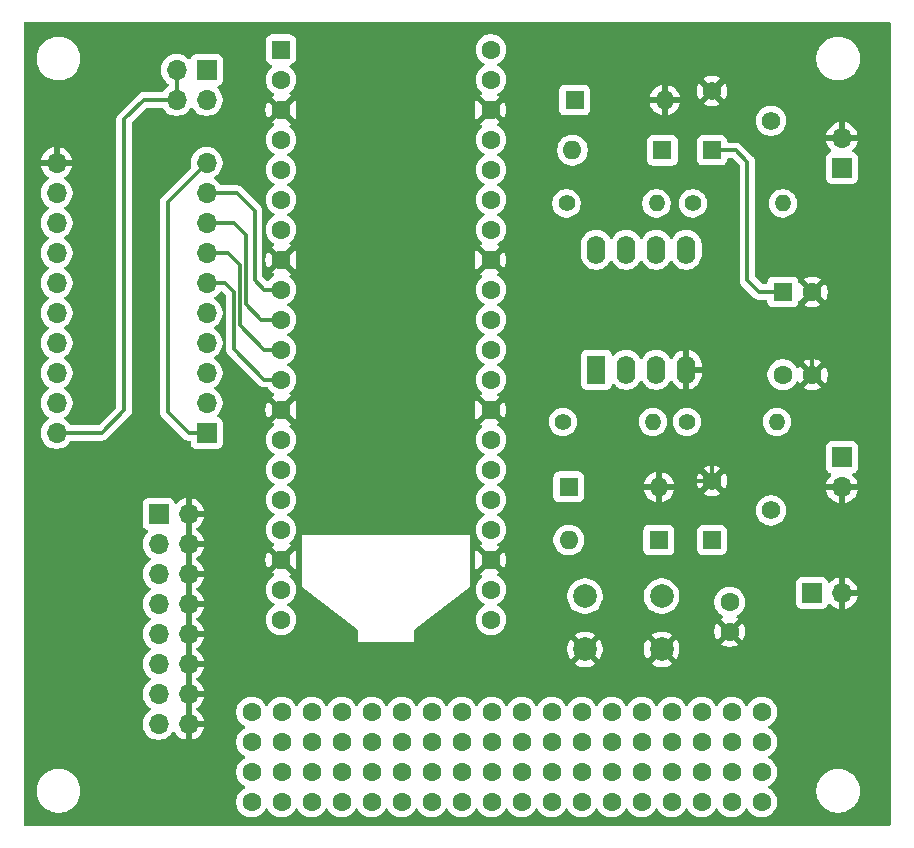
<source format=gbr>
%TF.GenerationSoftware,KiCad,Pcbnew,9.0.1-9.0.1-0~ubuntu24.04.1*%
%TF.CreationDate,2025-04-22T11:37:28+09:00*%
%TF.ProjectId,Scoppy_FrontEnd,53636f70-7079-45f4-9672-6f6e74456e64,rev?*%
%TF.SameCoordinates,Original*%
%TF.FileFunction,Copper,L2,Bot*%
%TF.FilePolarity,Positive*%
%FSLAX46Y46*%
G04 Gerber Fmt 4.6, Leading zero omitted, Abs format (unit mm)*
G04 Created by KiCad (PCBNEW 9.0.1-9.0.1-0~ubuntu24.04.1) date 2025-04-22 11:37:28*
%MOMM*%
%LPD*%
G01*
G04 APERTURE LIST*
G04 Aperture macros list*
%AMRoundRect*
0 Rectangle with rounded corners*
0 $1 Rounding radius*
0 $2 $3 $4 $5 $6 $7 $8 $9 X,Y pos of 4 corners*
0 Add a 4 corners polygon primitive as box body*
4,1,4,$2,$3,$4,$5,$6,$7,$8,$9,$2,$3,0*
0 Add four circle primitives for the rounded corners*
1,1,$1+$1,$2,$3*
1,1,$1+$1,$4,$5*
1,1,$1+$1,$6,$7*
1,1,$1+$1,$8,$9*
0 Add four rect primitives between the rounded corners*
20,1,$1+$1,$2,$3,$4,$5,0*
20,1,$1+$1,$4,$5,$6,$7,0*
20,1,$1+$1,$6,$7,$8,$9,0*
20,1,$1+$1,$8,$9,$2,$3,0*%
%AMFreePoly0*
4,1,37,0.603843,0.796157,0.639018,0.796157,0.711114,0.766294,0.766294,0.711114,0.796157,0.639018,0.796157,0.603843,0.800000,0.600000,0.800000,-0.600000,0.796157,-0.603843,0.796157,-0.639018,0.766294,-0.711114,0.711114,-0.766294,0.639018,-0.796157,0.603843,-0.796157,0.600000,-0.800000,0.000000,-0.800000,0.000000,-0.796148,-0.078414,-0.796148,-0.232228,-0.765552,-0.377117,-0.705537,
-0.507515,-0.618408,-0.618408,-0.507515,-0.705537,-0.377117,-0.765552,-0.232228,-0.796148,-0.078414,-0.796148,0.078414,-0.765552,0.232228,-0.705537,0.377117,-0.618408,0.507515,-0.507515,0.618408,-0.377117,0.705537,-0.232228,0.765552,-0.078414,0.796148,0.000000,0.796148,0.000000,0.800000,0.600000,0.800000,0.603843,0.796157,0.603843,0.796157,$1*%
%AMFreePoly1*
4,1,37,0.000000,0.796148,0.078414,0.796148,0.232228,0.765552,0.377117,0.705537,0.507515,0.618408,0.618408,0.507515,0.705537,0.377117,0.765552,0.232228,0.796148,0.078414,0.796148,-0.078414,0.765552,-0.232228,0.705537,-0.377117,0.618408,-0.507515,0.507515,-0.618408,0.377117,-0.705537,0.232228,-0.765552,0.078414,-0.796148,0.000000,-0.796148,0.000000,-0.800000,-0.600000,-0.800000,
-0.603843,-0.796157,-0.639018,-0.796157,-0.711114,-0.766294,-0.766294,-0.711114,-0.796157,-0.639018,-0.796157,-0.603843,-0.800000,-0.600000,-0.800000,0.600000,-0.796157,0.603843,-0.796157,0.639018,-0.766294,0.711114,-0.711114,0.766294,-0.639018,0.796157,-0.603843,0.796157,-0.600000,0.800000,0.000000,0.800000,0.000000,0.796148,0.000000,0.796148,$1*%
G04 Aperture macros list end*
%TA.AperFunction,ComponentPad*%
%ADD10C,1.600000*%
%TD*%
%TA.AperFunction,ComponentPad*%
%ADD11R,1.560000X1.560000*%
%TD*%
%TA.AperFunction,ComponentPad*%
%ADD12C,1.560000*%
%TD*%
%TA.AperFunction,ComponentPad*%
%ADD13C,1.400000*%
%TD*%
%TA.AperFunction,ComponentPad*%
%ADD14O,1.400000X1.400000*%
%TD*%
%TA.AperFunction,ComponentPad*%
%ADD15R,1.600000X1.600000*%
%TD*%
%TA.AperFunction,ComponentPad*%
%ADD16C,2.000000*%
%TD*%
%TA.AperFunction,ComponentPad*%
%ADD17R,1.700000X1.700000*%
%TD*%
%TA.AperFunction,ComponentPad*%
%ADD18O,1.700000X1.700000*%
%TD*%
%TA.AperFunction,ComponentPad*%
%ADD19O,1.600000X1.600000*%
%TD*%
%TA.AperFunction,ComponentPad*%
%ADD20R,1.600000X2.400000*%
%TD*%
%TA.AperFunction,ComponentPad*%
%ADD21O,1.600000X2.400000*%
%TD*%
%TA.AperFunction,ComponentPad*%
%ADD22RoundRect,0.200000X-0.600000X-0.600000X0.600000X-0.600000X0.600000X0.600000X-0.600000X0.600000X0*%
%TD*%
%TA.AperFunction,ComponentPad*%
%ADD23FreePoly0,0.000000*%
%TD*%
%TA.AperFunction,ComponentPad*%
%ADD24FreePoly1,0.000000*%
%TD*%
%TA.AperFunction,ViaPad*%
%ADD25C,0.600000*%
%TD*%
%TA.AperFunction,Conductor*%
%ADD26C,0.300000*%
%TD*%
G04 APERTURE END LIST*
D10*
%TO.P,,*%
%TO.N,*%
X185420000Y-149860000D03*
%TD*%
%TO.P,C1,1*%
%TO.N,+3V3*%
X225315000Y-118760000D03*
%TO.P,C1,2*%
%TO.N,GND*%
X227815000Y-118760000D03*
%TD*%
%TO.P,,*%
%TO.N,*%
X208280000Y-154940000D03*
%TD*%
%TO.P,,*%
%TO.N,*%
X223520000Y-154940000D03*
%TD*%
%TO.P,,*%
%TO.N,*%
X182880000Y-152400000D03*
%TD*%
%TO.P,,*%
%TO.N,*%
X208280000Y-152400000D03*
%TD*%
%TO.P,,*%
%TO.N,*%
X218440000Y-152400000D03*
%TD*%
D11*
%TO.P,RV1,1,1*%
%TO.N,+3V3*%
X219315000Y-132760000D03*
D12*
%TO.P,RV1,2,2*%
%TO.N,Net-(D1-A)*%
X224315000Y-130260000D03*
%TO.P,RV1,3,3*%
%TO.N,GND*%
X219315000Y-127760000D03*
%TD*%
D10*
%TO.P,,*%
%TO.N,*%
X195580000Y-149860000D03*
%TD*%
%TO.P,,*%
%TO.N,*%
X218440000Y-154940000D03*
%TD*%
D13*
%TO.P,R1,1*%
%TO.N,Net-(D1-A)*%
X217195000Y-122760000D03*
D14*
%TO.P,R1,2*%
%TO.N,Net-(J4-Pin_1)*%
X224815000Y-122760000D03*
%TD*%
D10*
%TO.P,,*%
%TO.N,*%
X187960000Y-152400000D03*
%TD*%
D15*
%TO.P,C2,1*%
%TO.N,+3V3*%
X225315000Y-111760000D03*
D10*
%TO.P,C2,2*%
%TO.N,GND*%
X227815000Y-111760000D03*
%TD*%
D13*
%TO.P,R2,1*%
%TO.N,Net-(D3-A)*%
X217695000Y-104260000D03*
D14*
%TO.P,R2,2*%
%TO.N,Net-(J5-Pin_1)*%
X225315000Y-104260000D03*
%TD*%
D10*
%TO.P,,*%
%TO.N,*%
X215900000Y-152400000D03*
%TD*%
%TO.P,,*%
%TO.N,*%
X203200000Y-154940000D03*
%TD*%
%TO.P,,*%
%TO.N,*%
X180340000Y-152400000D03*
%TD*%
%TO.P,,*%
%TO.N,*%
X190500000Y-149860000D03*
%TD*%
%TO.P,,*%
%TO.N,*%
X203200000Y-152400000D03*
%TD*%
%TO.P,,*%
%TO.N,*%
X190500000Y-154940000D03*
%TD*%
%TO.P,,*%
%TO.N,*%
X215900000Y-149860000D03*
%TD*%
%TO.P,,*%
%TO.N,*%
X200660000Y-154940000D03*
%TD*%
%TO.P,,*%
%TO.N,*%
X223520000Y-152400000D03*
%TD*%
%TO.P,,*%
%TO.N,*%
X187960000Y-149860000D03*
%TD*%
D16*
%TO.P,SW2,1,A*%
%TO.N,Net-(SW2-A)*%
X208565000Y-137510000D03*
X215065000Y-137510000D03*
%TO.P,SW2,2,B*%
%TO.N,GND*%
X208565000Y-142010000D03*
X215065000Y-142010000D03*
%TD*%
D10*
%TO.P,,*%
%TO.N,*%
X203200000Y-147320000D03*
%TD*%
%TO.P,,*%
%TO.N,*%
X180340000Y-154940000D03*
%TD*%
%TO.P,,*%
%TO.N,*%
X187960000Y-147320000D03*
%TD*%
D11*
%TO.P,RV2,1,1*%
%TO.N,+3V3*%
X219315000Y-99760000D03*
D12*
%TO.P,RV2,2,2*%
%TO.N,Net-(D3-A)*%
X224315000Y-97260000D03*
%TO.P,RV2,3,3*%
%TO.N,GND*%
X219315000Y-94760000D03*
%TD*%
D10*
%TO.P,C4,1*%
%TO.N,Net-(SW2-A)*%
X220815000Y-138010000D03*
%TO.P,C4,2*%
%TO.N,GND*%
X220815000Y-140510000D03*
%TD*%
%TO.P,,*%
%TO.N,*%
X195580000Y-154940000D03*
%TD*%
%TO.P,,*%
%TO.N,*%
X193040000Y-152400000D03*
%TD*%
D17*
%TO.P,J4,1,Pin_1*%
%TO.N,Net-(J4-Pin_1)*%
X230315000Y-125760000D03*
D18*
%TO.P,J4,2,Pin_2*%
%TO.N,GND*%
X230315000Y-128300000D03*
%TD*%
D10*
%TO.P,,*%
%TO.N,*%
X218440000Y-147320000D03*
%TD*%
%TO.P,,*%
%TO.N,*%
X215900000Y-147320000D03*
%TD*%
%TO.P,,*%
%TO.N,*%
X185420000Y-147320000D03*
%TD*%
%TO.P,,*%
%TO.N,*%
X198120000Y-152400000D03*
%TD*%
D15*
%TO.P,D1,1,K*%
%TO.N,+3V3*%
X214815000Y-132760000D03*
D19*
%TO.P,D1,2,A*%
%TO.N,Net-(D1-A)*%
X207195000Y-132760000D03*
%TD*%
D17*
%TO.P,J7,1,Pin_1*%
%TO.N,Net-(J7-Pin_1)*%
X227775000Y-137260000D03*
D18*
%TO.P,J7,2,Pin_2*%
%TO.N,GND*%
X230315000Y-137260000D03*
%TD*%
D15*
%TO.P,D4,1,K*%
%TO.N,Net-(D3-A)*%
X207695000Y-95500000D03*
D19*
%TO.P,D4,2,A*%
%TO.N,GND*%
X215315000Y-95500000D03*
%TD*%
D10*
%TO.P,,*%
%TO.N,*%
X220980000Y-154940000D03*
%TD*%
%TO.P,,*%
%TO.N,*%
X185420000Y-152400000D03*
%TD*%
D15*
%TO.P,D3,1,K*%
%TO.N,+3V3*%
X215125000Y-99760000D03*
D19*
%TO.P,D3,2,A*%
%TO.N,Net-(D3-A)*%
X207505000Y-99760000D03*
%TD*%
D10*
%TO.P,,*%
%TO.N,*%
X210820000Y-154940000D03*
%TD*%
%TO.P,,*%
%TO.N,*%
X185420000Y-154940000D03*
%TD*%
%TO.P,,*%
%TO.N,*%
X195580000Y-147320000D03*
%TD*%
%TO.P,,*%
%TO.N,*%
X205740000Y-147320000D03*
%TD*%
%TO.P,,*%
%TO.N,*%
X220980000Y-152400000D03*
%TD*%
%TO.P,,*%
%TO.N,*%
X220980000Y-147320000D03*
%TD*%
%TO.P,,*%
%TO.N,*%
X223520000Y-147320000D03*
%TD*%
%TO.P,,*%
%TO.N,*%
X182880000Y-154940000D03*
%TD*%
%TO.P,,*%
%TO.N,*%
X205740000Y-149860000D03*
%TD*%
%TO.P,,*%
%TO.N,*%
X210820000Y-147320000D03*
%TD*%
%TO.P,,*%
%TO.N,*%
X213360000Y-149860000D03*
%TD*%
%TO.P,,*%
%TO.N,*%
X220980000Y-149860000D03*
%TD*%
D17*
%TO.P,J5,1,Pin_1*%
%TO.N,Net-(J5-Pin_1)*%
X230315000Y-101260000D03*
D18*
%TO.P,J5,2,Pin_2*%
%TO.N,GND*%
X230315000Y-98720000D03*
%TD*%
D17*
%TO.P,J2,1,Pin_1*%
%TO.N,+5V0*%
X176535000Y-92959000D03*
D18*
%TO.P,J2,2,Pin_2*%
%TO.N,+3V3*%
X176535000Y-95499000D03*
%TO.P,J2,3,Pin_3*%
%TO.N,Net-(J2-Pin_3)*%
X173995000Y-92959000D03*
%TO.P,J2,4,Pin_4*%
X173995000Y-95499000D03*
%TD*%
D10*
%TO.P,,*%
%TO.N,*%
X180340000Y-147320000D03*
%TD*%
D20*
%TO.P,U3,1*%
%TO.N,Net-(U3A--)*%
X209515000Y-118335000D03*
D21*
%TO.P,U3,2,-*%
X212055000Y-118335000D03*
%TO.P,U3,3,+*%
%TO.N,Net-(D1-A)*%
X214595000Y-118335000D03*
%TO.P,U3,4,V-*%
%TO.N,GND*%
X217135000Y-118335000D03*
%TO.P,U3,5,+*%
%TO.N,Net-(D3-A)*%
X217135000Y-108175000D03*
%TO.P,U3,6,-*%
%TO.N,Net-(U3B--)*%
X214595000Y-108175000D03*
%TO.P,U3,7*%
X212055000Y-108175000D03*
%TO.P,U3,8,V+*%
%TO.N,+3V3*%
X209515000Y-108175000D03*
%TD*%
D10*
%TO.P,,*%
%TO.N,*%
X198120000Y-147320000D03*
%TD*%
%TO.P,,*%
%TO.N,*%
X190500000Y-152400000D03*
%TD*%
%TO.P,,*%
%TO.N,*%
X195580000Y-152400000D03*
%TD*%
%TO.P,,*%
%TO.N,*%
X208280000Y-149860000D03*
%TD*%
%TO.P,,*%
%TO.N,*%
X180340000Y-149860000D03*
%TD*%
%TO.P,,*%
%TO.N,*%
X200660000Y-152400000D03*
%TD*%
%TO.P,,*%
%TO.N,*%
X182880000Y-149860000D03*
%TD*%
D17*
%TO.P,U1,1,VCCA*%
%TO.N,+3V3*%
X176530000Y-123698000D03*
D18*
%TO.P,U1,2,A1*%
%TO.N,Net-(U1-A1)*%
X176530000Y-121158000D03*
%TO.P,U1,3,A2*%
%TO.N,Net-(U1-A2)*%
X176530000Y-118618000D03*
%TO.P,U1,4,A3*%
%TO.N,Net-(U1-A3)*%
X176530000Y-116078000D03*
%TO.P,U1,5,A4*%
%TO.N,Net-(U1-A4)*%
X176530000Y-113538000D03*
%TO.P,U1,6,A5*%
%TO.N,Net-(U1-A5)*%
X176530000Y-110998000D03*
%TO.P,U1,7,A6*%
%TO.N,Net-(U1-A6)*%
X176530000Y-108458000D03*
%TO.P,U1,8,A7*%
%TO.N,Net-(U1-A7)*%
X176530000Y-105918000D03*
%TO.P,U1,9,A8*%
%TO.N,Net-(U1-A8)*%
X176530000Y-103378000D03*
%TO.P,U1,10,OE*%
%TO.N,+3V3*%
X176530000Y-100838000D03*
%TO.P,U1,11,GND*%
%TO.N,GND*%
X163830000Y-100838000D03*
%TO.P,U1,12,B8*%
%TO.N,Net-(J6-Pin_1)*%
X163830000Y-103378000D03*
%TO.P,U1,13,B7*%
%TO.N,Net-(J6-Pin_3)*%
X163830000Y-105918000D03*
%TO.P,U1,14,B6*%
%TO.N,Net-(J6-Pin_5)*%
X163830000Y-108458000D03*
%TO.P,U1,15,B5*%
%TO.N,Net-(J6-Pin_7)*%
X163830000Y-110998000D03*
%TO.P,U1,16,B4*%
%TO.N,Net-(J6-Pin_9)*%
X163830000Y-113538000D03*
%TO.P,U1,17,B3*%
%TO.N,Net-(J6-Pin_11)*%
X163830000Y-116078000D03*
%TO.P,U1,18,B2*%
%TO.N,Net-(J6-Pin_13)*%
X163830000Y-118618000D03*
%TO.P,U1,19,B1*%
%TO.N,Net-(J6-Pin_15)*%
X163830000Y-121158000D03*
%TO.P,U1,20,VCCB*%
%TO.N,Net-(J2-Pin_3)*%
X163830000Y-123698000D03*
%TD*%
D10*
%TO.P,,*%
%TO.N,*%
X193040000Y-154940000D03*
%TD*%
%TO.P,,*%
%TO.N,*%
X203200000Y-149860000D03*
%TD*%
%TO.P,,*%
%TO.N,*%
X205740000Y-152400000D03*
%TD*%
%TO.P,,*%
%TO.N,*%
X210820000Y-149860000D03*
%TD*%
%TO.P,,*%
%TO.N,*%
X182880000Y-147320000D03*
%TD*%
%TO.P,,*%
%TO.N,*%
X213360000Y-147320000D03*
%TD*%
%TO.P,,*%
%TO.N,*%
X200660000Y-149860000D03*
%TD*%
%TO.P,,*%
%TO.N,*%
X200660000Y-147320000D03*
%TD*%
%TO.P,,*%
%TO.N,*%
X187960000Y-154940000D03*
%TD*%
D13*
%TO.P,R4,1*%
%TO.N,/ADC_1*%
X207005000Y-104260000D03*
D14*
%TO.P,R4,2*%
%TO.N,Net-(U3B--)*%
X214625000Y-104260000D03*
%TD*%
D10*
%TO.P,,*%
%TO.N,*%
X210820000Y-152400000D03*
%TD*%
%TO.P,,*%
%TO.N,*%
X193040000Y-147320000D03*
%TD*%
%TO.P,,*%
%TO.N,*%
X198120000Y-149860000D03*
%TD*%
%TO.P,,*%
%TO.N,*%
X208280000Y-147320000D03*
%TD*%
%TO.P,,*%
%TO.N,*%
X205740000Y-154940000D03*
%TD*%
%TO.P,,*%
%TO.N,*%
X215900000Y-154940000D03*
%TD*%
%TO.P,,*%
%TO.N,*%
X190500000Y-147320000D03*
%TD*%
%TO.P,,*%
%TO.N,*%
X198120000Y-154940000D03*
%TD*%
D22*
%TO.P,U2,1,GPIO0*%
%TO.N,unconnected-(U2-GPIO0-Pad1)*%
X182815000Y-91240000D03*
D10*
%TO.P,U2,2,GPIO1*%
%TO.N,unconnected-(U2-GPIO1-Pad2)*%
X182815000Y-93780000D03*
D23*
%TO.P,U2,3,GND*%
%TO.N,GND*%
X182815000Y-96320000D03*
D10*
%TO.P,U2,4,GPIO2*%
%TO.N,unconnected-(U2-GPIO2-Pad4)*%
X182815000Y-98860000D03*
%TO.P,U2,5,GPIO3*%
%TO.N,unconnected-(U2-GPIO3-Pad5)*%
X182815000Y-101400000D03*
%TO.P,U2,6,GPIO4*%
%TO.N,unconnected-(U2-GPIO4-Pad6)*%
X182815000Y-103940000D03*
%TO.P,U2,7,GPIO5*%
%TO.N,unconnected-(U2-GPIO5-Pad7)*%
X182815000Y-106480000D03*
D23*
%TO.P,U2,8,GND*%
%TO.N,GND*%
X182815000Y-109020000D03*
D10*
%TO.P,U2,9,GPIO6*%
%TO.N,Net-(U1-A8)*%
X182815000Y-111560000D03*
%TO.P,U2,10,GPIO7*%
%TO.N,Net-(U1-A7)*%
X182815000Y-114100000D03*
%TO.P,U2,11,GPIO8*%
%TO.N,Net-(U1-A6)*%
X182815000Y-116640000D03*
%TO.P,U2,12,GPIO9*%
%TO.N,Net-(U1-A5)*%
X182815000Y-119180000D03*
D23*
%TO.P,U2,13,GND*%
%TO.N,GND*%
X182815000Y-121720000D03*
D10*
%TO.P,U2,14,GPIO10*%
%TO.N,Net-(U1-A4)*%
X182815000Y-124260000D03*
%TO.P,U2,15,GPIO11*%
%TO.N,Net-(U1-A3)*%
X182815000Y-126800000D03*
%TO.P,U2,16,GPIO12*%
%TO.N,Net-(U1-A2)*%
X182815000Y-129340000D03*
%TO.P,U2,17,GPIO13*%
%TO.N,Net-(U1-A1)*%
X182815000Y-131880000D03*
D23*
%TO.P,U2,18,GND*%
%TO.N,GND*%
X182815000Y-134420000D03*
D10*
%TO.P,U2,19,GPIO14*%
%TO.N,unconnected-(U2-GPIO14-Pad19)*%
X182815000Y-136960000D03*
%TO.P,U2,20,GPIO15*%
%TO.N,unconnected-(U2-GPIO15-Pad20)*%
X182815000Y-139500000D03*
%TO.P,U2,21,GPIO16*%
%TO.N,unconnected-(U2-GPIO16-Pad21)*%
X200595000Y-139500000D03*
%TO.P,U2,22,GPIO17*%
%TO.N,unconnected-(U2-GPIO17-Pad22)*%
X200595000Y-136960000D03*
D24*
%TO.P,U2,23,GND*%
%TO.N,GND*%
X200595000Y-134420000D03*
D10*
%TO.P,U2,24,GPIO18*%
%TO.N,unconnected-(U2-GPIO18-Pad24)*%
X200595000Y-131880000D03*
%TO.P,U2,25,GPIO19*%
%TO.N,unconnected-(U2-GPIO19-Pad25)*%
X200595000Y-129340000D03*
%TO.P,U2,26,GPIO20*%
%TO.N,unconnected-(U2-GPIO20-Pad26)*%
X200595000Y-126800000D03*
%TO.P,U2,27,GPIO21*%
%TO.N,unconnected-(U2-GPIO21-Pad27)*%
X200595000Y-124260000D03*
D24*
%TO.P,U2,28,GND*%
%TO.N,GND*%
X200595000Y-121720000D03*
D10*
%TO.P,U2,29,GPIO22*%
%TO.N,Net-(J7-Pin_1)*%
X200595000Y-119180000D03*
%TO.P,U2,30,RUN*%
%TO.N,Net-(SW2-A)*%
X200595000Y-116640000D03*
%TO.P,U2,31,GPIO26_ADC0*%
%TO.N,/ADC_0*%
X200595000Y-114100000D03*
%TO.P,U2,32,GPIO27_ADC1*%
%TO.N,/ADC_1*%
X200595000Y-111560000D03*
D24*
%TO.P,U2,33,AGND*%
%TO.N,GND*%
X200595000Y-109020000D03*
D10*
%TO.P,U2,34,GPIO28_ADC2*%
%TO.N,unconnected-(U2-GPIO28_ADC2-Pad34)*%
X200595000Y-106480000D03*
%TO.P,U2,35,ADC_VREF*%
%TO.N,unconnected-(U2-ADC_VREF-Pad35)*%
X200595000Y-103940000D03*
%TO.P,U2,36,3V3*%
%TO.N,+3V3*%
X200595000Y-101400000D03*
%TO.P,U2,37,3V3_EN*%
%TO.N,unconnected-(U2-3V3_EN-Pad37)*%
X200595000Y-98860000D03*
D24*
%TO.P,U2,38,GND*%
%TO.N,GND*%
X200595000Y-96320000D03*
D10*
%TO.P,U2,39,VSYS*%
%TO.N,unconnected-(U2-VSYS-Pad39)*%
X200595000Y-93780000D03*
%TO.P,U2,40,VBUS*%
%TO.N,+5V0*%
X200595000Y-91240000D03*
%TD*%
%TO.P,,*%
%TO.N,*%
X223520000Y-149860000D03*
%TD*%
%TO.P,,*%
%TO.N,*%
X218440000Y-149860000D03*
%TD*%
D17*
%TO.P,J6,1,Pin_1*%
%TO.N,Net-(J6-Pin_1)*%
X172466000Y-130556000D03*
D18*
%TO.P,J6,2,Pin_2*%
%TO.N,GND*%
X175006000Y-130556000D03*
%TO.P,J6,3,Pin_3*%
%TO.N,Net-(J6-Pin_3)*%
X172466000Y-133096000D03*
%TO.P,J6,4,Pin_4*%
%TO.N,GND*%
X175006000Y-133096000D03*
%TO.P,J6,5,Pin_5*%
%TO.N,Net-(J6-Pin_5)*%
X172466000Y-135636000D03*
%TO.P,J6,6,Pin_6*%
%TO.N,GND*%
X175006000Y-135636000D03*
%TO.P,J6,7,Pin_7*%
%TO.N,Net-(J6-Pin_7)*%
X172466000Y-138176000D03*
%TO.P,J6,8,Pin_8*%
%TO.N,GND*%
X175006000Y-138176000D03*
%TO.P,J6,9,Pin_9*%
%TO.N,Net-(J6-Pin_9)*%
X172466000Y-140716000D03*
%TO.P,J6,10,Pin_10*%
%TO.N,GND*%
X175006000Y-140716000D03*
%TO.P,J6,11,Pin_11*%
%TO.N,Net-(J6-Pin_11)*%
X172466000Y-143256000D03*
%TO.P,J6,12,Pin_12*%
%TO.N,GND*%
X175006000Y-143256000D03*
%TO.P,J6,13,Pin_13*%
%TO.N,Net-(J6-Pin_13)*%
X172466000Y-145796000D03*
%TO.P,J6,14,Pin_14*%
%TO.N,GND*%
X175006000Y-145796000D03*
%TO.P,J6,15,Pin_15*%
%TO.N,Net-(J6-Pin_15)*%
X172466000Y-148336000D03*
%TO.P,J6,16,Pin_16*%
%TO.N,GND*%
X175006000Y-148336000D03*
%TD*%
D10*
%TO.P,,*%
%TO.N,*%
X213360000Y-154940000D03*
%TD*%
%TO.P,,*%
%TO.N,*%
X213360000Y-152400000D03*
%TD*%
D13*
%TO.P,R3,1*%
%TO.N,/ADC_0*%
X206695000Y-122760000D03*
D14*
%TO.P,R3,2*%
%TO.N,Net-(U3A--)*%
X214315000Y-122760000D03*
%TD*%
D15*
%TO.P,D2,1,K*%
%TO.N,Net-(D1-A)*%
X207195000Y-128260000D03*
D19*
%TO.P,D2,2,A*%
%TO.N,GND*%
X214815000Y-128260000D03*
%TD*%
D10*
%TO.P,,*%
%TO.N,*%
X193040000Y-149860000D03*
%TD*%
D25*
%TO.N,GND*%
X204470000Y-143510000D03*
X191770000Y-143510000D03*
X231140000Y-109220000D03*
X231140000Y-132080000D03*
X184150000Y-143510000D03*
X210820000Y-111760000D03*
X201930000Y-143510000D03*
X162306000Y-131064000D03*
X226060000Y-144780000D03*
X162306000Y-146304000D03*
X194310000Y-143510000D03*
X223520000Y-144780000D03*
X167640000Y-101600000D03*
X215900000Y-111760000D03*
X186436000Y-107442000D03*
X199390000Y-143510000D03*
X165100000Y-127000000D03*
X162306000Y-138684000D03*
X228600000Y-132080000D03*
X228600000Y-147320000D03*
X179070000Y-137160000D03*
X231140000Y-114300000D03*
X197612000Y-124714000D03*
X162306000Y-136144000D03*
X162306000Y-141224000D03*
X189230000Y-143510000D03*
X220980000Y-144780000D03*
X181610000Y-143510000D03*
X162306000Y-133604000D03*
X162306000Y-148844000D03*
X197612000Y-107442000D03*
X186690000Y-143510000D03*
X204470000Y-118110000D03*
X171450000Y-106680000D03*
X179070000Y-143510000D03*
X205740000Y-113030000D03*
X226060000Y-147320000D03*
X215900000Y-114300000D03*
X162306000Y-143764000D03*
X228600000Y-109220000D03*
X172720000Y-101600000D03*
X210820000Y-114300000D03*
X196850000Y-143510000D03*
X228600000Y-144780000D03*
X226060000Y-149860000D03*
X186182000Y-124206000D03*
%TD*%
D26*
%TO.N,+3V3*%
X175006000Y-123698000D02*
X173228000Y-121920000D01*
X221315000Y-99760000D02*
X222315000Y-100760000D01*
X219315000Y-99760000D02*
X221315000Y-99760000D01*
X173228000Y-104140000D02*
X176530000Y-100838000D01*
X176530000Y-123698000D02*
X175006000Y-123698000D01*
X222315000Y-110760000D02*
X223315000Y-111760000D01*
X173228000Y-121920000D02*
X173228000Y-104140000D01*
X222315000Y-100760000D02*
X222315000Y-110760000D01*
X223315000Y-111760000D02*
X225315000Y-111760000D01*
%TO.N,GND*%
X219315000Y-127760000D02*
X217805000Y-127760000D01*
X220815000Y-119500000D02*
X219650000Y-118335000D01*
X226565000Y-115500000D02*
X218065000Y-115500000D01*
X219315000Y-125500000D02*
X220815000Y-124000000D01*
X227815000Y-118760000D02*
X227815000Y-116750000D01*
X227815000Y-116750000D02*
X226565000Y-115500000D01*
X219315000Y-127760000D02*
X219315000Y-125500000D01*
X219650000Y-118335000D02*
X217135000Y-118335000D01*
X217805000Y-127760000D02*
X217305000Y-128260000D01*
X218065000Y-115500000D02*
X217135000Y-116430000D01*
X217305000Y-128260000D02*
X214815000Y-128260000D01*
X217135000Y-116430000D02*
X217135000Y-118335000D01*
X220815000Y-124000000D02*
X220815000Y-119500000D01*
%TO.N,Net-(J2-Pin_3)*%
X169545000Y-121793000D02*
X167640000Y-123698000D01*
X171201000Y-95499000D02*
X169545000Y-97155000D01*
X167640000Y-123698000D02*
X163830000Y-123698000D01*
X173995000Y-92959000D02*
X173995000Y-95499000D01*
X169545000Y-97155000D02*
X169545000Y-121793000D01*
X173995000Y-95499000D02*
X171201000Y-95499000D01*
%TO.N,Net-(U1-A7)*%
X181156000Y-114100000D02*
X182815000Y-114100000D01*
X178816000Y-105918000D02*
X179832000Y-106934000D01*
X179832000Y-106934000D02*
X179832000Y-112776000D01*
X179832000Y-112776000D02*
X181156000Y-114100000D01*
X176530000Y-105918000D02*
X178816000Y-105918000D01*
%TO.N,Net-(U1-A8)*%
X181410000Y-111560000D02*
X182815000Y-111560000D01*
X176530000Y-103378000D02*
X179070000Y-103378000D01*
X179070000Y-103378000D02*
X180594000Y-104902000D01*
X180594000Y-104902000D02*
X180594000Y-110744000D01*
X180594000Y-110744000D02*
X181410000Y-111560000D01*
%TO.N,Net-(U1-A6)*%
X176530000Y-108458000D02*
X178308000Y-108458000D01*
X179324000Y-109474000D02*
X179324000Y-114554000D01*
X178308000Y-108458000D02*
X179324000Y-109474000D01*
X179324000Y-114554000D02*
X181410000Y-116640000D01*
X181410000Y-116640000D02*
X182815000Y-116640000D01*
%TO.N,Net-(U1-A5)*%
X181410000Y-119180000D02*
X182815000Y-119180000D01*
X178816000Y-111760000D02*
X178816000Y-116586000D01*
X178054000Y-110998000D02*
X178816000Y-111760000D01*
X178816000Y-116586000D02*
X181410000Y-119180000D01*
X176530000Y-110998000D02*
X178054000Y-110998000D01*
%TD*%
%TA.AperFunction,Conductor*%
%TO.N,GND*%
G36*
X175256000Y-147902988D02*
G01*
X175198993Y-147870075D01*
X175071826Y-147836000D01*
X174940174Y-147836000D01*
X174813007Y-147870075D01*
X174756000Y-147902988D01*
X174756000Y-146229012D01*
X174813007Y-146261925D01*
X174940174Y-146296000D01*
X175071826Y-146296000D01*
X175198993Y-146261925D01*
X175256000Y-146229012D01*
X175256000Y-147902988D01*
G37*
%TD.AperFunction*%
%TA.AperFunction,Conductor*%
G36*
X175256000Y-145362988D02*
G01*
X175198993Y-145330075D01*
X175071826Y-145296000D01*
X174940174Y-145296000D01*
X174813007Y-145330075D01*
X174756000Y-145362988D01*
X174756000Y-143689012D01*
X174813007Y-143721925D01*
X174940174Y-143756000D01*
X175071826Y-143756000D01*
X175198993Y-143721925D01*
X175256000Y-143689012D01*
X175256000Y-145362988D01*
G37*
%TD.AperFunction*%
%TA.AperFunction,Conductor*%
G36*
X175256000Y-142822988D02*
G01*
X175198993Y-142790075D01*
X175071826Y-142756000D01*
X174940174Y-142756000D01*
X174813007Y-142790075D01*
X174756000Y-142822988D01*
X174756000Y-141149012D01*
X174813007Y-141181925D01*
X174940174Y-141216000D01*
X175071826Y-141216000D01*
X175198993Y-141181925D01*
X175256000Y-141149012D01*
X175256000Y-142822988D01*
G37*
%TD.AperFunction*%
%TA.AperFunction,Conductor*%
G36*
X175256000Y-140282988D02*
G01*
X175198993Y-140250075D01*
X175071826Y-140216000D01*
X174940174Y-140216000D01*
X174813007Y-140250075D01*
X174756000Y-140282988D01*
X174756000Y-138609012D01*
X174813007Y-138641925D01*
X174940174Y-138676000D01*
X175071826Y-138676000D01*
X175198993Y-138641925D01*
X175256000Y-138609012D01*
X175256000Y-140282988D01*
G37*
%TD.AperFunction*%
%TA.AperFunction,Conductor*%
G36*
X175256000Y-137742988D02*
G01*
X175198993Y-137710075D01*
X175071826Y-137676000D01*
X174940174Y-137676000D01*
X174813007Y-137710075D01*
X174756000Y-137742988D01*
X174756000Y-136069012D01*
X174813007Y-136101925D01*
X174940174Y-136136000D01*
X175071826Y-136136000D01*
X175198993Y-136101925D01*
X175256000Y-136069012D01*
X175256000Y-137742988D01*
G37*
%TD.AperFunction*%
%TA.AperFunction,Conductor*%
G36*
X175256000Y-135202988D02*
G01*
X175198993Y-135170075D01*
X175071826Y-135136000D01*
X174940174Y-135136000D01*
X174813007Y-135170075D01*
X174756000Y-135202988D01*
X174756000Y-133529012D01*
X174813007Y-133561925D01*
X174940174Y-133596000D01*
X175071826Y-133596000D01*
X175198993Y-133561925D01*
X175256000Y-133529012D01*
X175256000Y-135202988D01*
G37*
%TD.AperFunction*%
%TA.AperFunction,Conductor*%
G36*
X175256000Y-132662988D02*
G01*
X175198993Y-132630075D01*
X175071826Y-132596000D01*
X174940174Y-132596000D01*
X174813007Y-132630075D01*
X174756000Y-132662988D01*
X174756000Y-130989012D01*
X174813007Y-131021925D01*
X174940174Y-131056000D01*
X175071826Y-131056000D01*
X175198993Y-131021925D01*
X175256000Y-130989012D01*
X175256000Y-132662988D01*
G37*
%TD.AperFunction*%
%TA.AperFunction,Conductor*%
G36*
X234392539Y-88912185D02*
G01*
X234438294Y-88964989D01*
X234449500Y-89016500D01*
X234449500Y-156855500D01*
X234429815Y-156922539D01*
X234377011Y-156968294D01*
X234325500Y-156979500D01*
X161152500Y-156979500D01*
X161085461Y-156959815D01*
X161039706Y-156907011D01*
X161028500Y-156855500D01*
X161028500Y-153878711D01*
X162149500Y-153878711D01*
X162149500Y-154121288D01*
X162181161Y-154361785D01*
X162243947Y-154596104D01*
X162336773Y-154820205D01*
X162336776Y-154820212D01*
X162458064Y-155030289D01*
X162458066Y-155030292D01*
X162458067Y-155030293D01*
X162605733Y-155222736D01*
X162605739Y-155222743D01*
X162777256Y-155394260D01*
X162777263Y-155394266D01*
X162864660Y-155461328D01*
X162969711Y-155541936D01*
X163179788Y-155663224D01*
X163403900Y-155756054D01*
X163638211Y-155818838D01*
X163818586Y-155842584D01*
X163878711Y-155850500D01*
X163878712Y-155850500D01*
X164121289Y-155850500D01*
X164169388Y-155844167D01*
X164361789Y-155818838D01*
X164596100Y-155756054D01*
X164820212Y-155663224D01*
X165030289Y-155541936D01*
X165222738Y-155394265D01*
X165394265Y-155222738D01*
X165541936Y-155030289D01*
X165663224Y-154820212D01*
X165756054Y-154596100D01*
X165818838Y-154361789D01*
X165850500Y-154121288D01*
X165850500Y-153878712D01*
X165818838Y-153638211D01*
X165756054Y-153403900D01*
X165663224Y-153179788D01*
X165541936Y-152969711D01*
X165394265Y-152777262D01*
X165394260Y-152777256D01*
X165222743Y-152605739D01*
X165222736Y-152605733D01*
X165030293Y-152458067D01*
X165030292Y-152458066D01*
X165030289Y-152458064D01*
X164820212Y-152336776D01*
X164820205Y-152336773D01*
X164596104Y-152243947D01*
X164361785Y-152181161D01*
X164121289Y-152149500D01*
X164121288Y-152149500D01*
X163878712Y-152149500D01*
X163878711Y-152149500D01*
X163638214Y-152181161D01*
X163403895Y-152243947D01*
X163179794Y-152336773D01*
X163179785Y-152336777D01*
X162969706Y-152458067D01*
X162777263Y-152605733D01*
X162777256Y-152605739D01*
X162605739Y-152777256D01*
X162605733Y-152777263D01*
X162458067Y-152969706D01*
X162336777Y-153179785D01*
X162336773Y-153179794D01*
X162243947Y-153403895D01*
X162181161Y-153638214D01*
X162149500Y-153878711D01*
X161028500Y-153878711D01*
X161028500Y-129658135D01*
X171115500Y-129658135D01*
X171115500Y-131453870D01*
X171115501Y-131453876D01*
X171121908Y-131513483D01*
X171172202Y-131648328D01*
X171172206Y-131648335D01*
X171258452Y-131763544D01*
X171258455Y-131763547D01*
X171373664Y-131849793D01*
X171373671Y-131849797D01*
X171505082Y-131898810D01*
X171561016Y-131940681D01*
X171585433Y-132006145D01*
X171570582Y-132074418D01*
X171549431Y-132102673D01*
X171435889Y-132216215D01*
X171310951Y-132388179D01*
X171214444Y-132577585D01*
X171148753Y-132779760D01*
X171129233Y-132903007D01*
X171115500Y-132989713D01*
X171115500Y-133202287D01*
X171148754Y-133412243D01*
X171212319Y-133607876D01*
X171214444Y-133614414D01*
X171310951Y-133803820D01*
X171435890Y-133975786D01*
X171586213Y-134126109D01*
X171758182Y-134251050D01*
X171766946Y-134255516D01*
X171817742Y-134303491D01*
X171834536Y-134371312D01*
X171811998Y-134437447D01*
X171766946Y-134476484D01*
X171758182Y-134480949D01*
X171586213Y-134605890D01*
X171435890Y-134756213D01*
X171310951Y-134928179D01*
X171214444Y-135117585D01*
X171148753Y-135319760D01*
X171147291Y-135328993D01*
X171115500Y-135529713D01*
X171115500Y-135742287D01*
X171148754Y-135952243D01*
X171203077Y-136119432D01*
X171214444Y-136154414D01*
X171310951Y-136343820D01*
X171435890Y-136515786D01*
X171586213Y-136666109D01*
X171758182Y-136791050D01*
X171766946Y-136795516D01*
X171817742Y-136843491D01*
X171834536Y-136911312D01*
X171811998Y-136977447D01*
X171766946Y-137016484D01*
X171758182Y-137020949D01*
X171586213Y-137145890D01*
X171435890Y-137296213D01*
X171310951Y-137468179D01*
X171214444Y-137657585D01*
X171148753Y-137859760D01*
X171131680Y-137967557D01*
X171115500Y-138069713D01*
X171115500Y-138282287D01*
X171124718Y-138340485D01*
X171148004Y-138487512D01*
X171148754Y-138492243D01*
X171201480Y-138654517D01*
X171214444Y-138694414D01*
X171310951Y-138883820D01*
X171435890Y-139055786D01*
X171586213Y-139206109D01*
X171758182Y-139331050D01*
X171766946Y-139335516D01*
X171817742Y-139383491D01*
X171834536Y-139451312D01*
X171811998Y-139517447D01*
X171766946Y-139556484D01*
X171758182Y-139560949D01*
X171586213Y-139685890D01*
X171435890Y-139836213D01*
X171310951Y-140008179D01*
X171214444Y-140197585D01*
X171148753Y-140399760D01*
X171115500Y-140609713D01*
X171115500Y-140822286D01*
X171145077Y-141009031D01*
X171148754Y-141032243D01*
X171200454Y-141191359D01*
X171214444Y-141234414D01*
X171310951Y-141423820D01*
X171435890Y-141595786D01*
X171586213Y-141746109D01*
X171758182Y-141871050D01*
X171766946Y-141875516D01*
X171817742Y-141923491D01*
X171834536Y-141991312D01*
X171811998Y-142057447D01*
X171766946Y-142096484D01*
X171758182Y-142100949D01*
X171586213Y-142225890D01*
X171435890Y-142376213D01*
X171310951Y-142548179D01*
X171214444Y-142737585D01*
X171148753Y-142939760D01*
X171115500Y-143149713D01*
X171115500Y-143362286D01*
X171148753Y-143572239D01*
X171214444Y-143774414D01*
X171310951Y-143963820D01*
X171435890Y-144135786D01*
X171586213Y-144286109D01*
X171758182Y-144411050D01*
X171766946Y-144415516D01*
X171817742Y-144463491D01*
X171834536Y-144531312D01*
X171811998Y-144597447D01*
X171766946Y-144636484D01*
X171758182Y-144640949D01*
X171586213Y-144765890D01*
X171435890Y-144916213D01*
X171310951Y-145088179D01*
X171214444Y-145277585D01*
X171148753Y-145479760D01*
X171115500Y-145689713D01*
X171115500Y-145902286D01*
X171139136Y-146051522D01*
X171148754Y-146112243D01*
X171179774Y-146207713D01*
X171214444Y-146314414D01*
X171310951Y-146503820D01*
X171435890Y-146675786D01*
X171586213Y-146826109D01*
X171758182Y-146951050D01*
X171766946Y-146955516D01*
X171817742Y-147003491D01*
X171834536Y-147071312D01*
X171811998Y-147137447D01*
X171766946Y-147176484D01*
X171758182Y-147180949D01*
X171586213Y-147305890D01*
X171435890Y-147456213D01*
X171310951Y-147628179D01*
X171214444Y-147817585D01*
X171148753Y-148019760D01*
X171115500Y-148229713D01*
X171115500Y-148442286D01*
X171138895Y-148590000D01*
X171148754Y-148652243D01*
X171179774Y-148747713D01*
X171214444Y-148854414D01*
X171310951Y-149043820D01*
X171435890Y-149215786D01*
X171586213Y-149366109D01*
X171758179Y-149491048D01*
X171758181Y-149491049D01*
X171758184Y-149491051D01*
X171947588Y-149587557D01*
X172149757Y-149653246D01*
X172359713Y-149686500D01*
X172359714Y-149686500D01*
X172572286Y-149686500D01*
X172572287Y-149686500D01*
X172782243Y-149653246D01*
X172984412Y-149587557D01*
X173173816Y-149491051D01*
X173195789Y-149475086D01*
X173345786Y-149366109D01*
X173345788Y-149366106D01*
X173345792Y-149366104D01*
X173496104Y-149215792D01*
X173496106Y-149215788D01*
X173496109Y-149215786D01*
X173621048Y-149043820D01*
X173621051Y-149043816D01*
X173625793Y-149034508D01*
X173673763Y-148983711D01*
X173741583Y-148966911D01*
X173807719Y-148989445D01*
X173846763Y-149034500D01*
X173851377Y-149043555D01*
X173976272Y-149215459D01*
X173976276Y-149215464D01*
X174126535Y-149365723D01*
X174126540Y-149365727D01*
X174298442Y-149490620D01*
X174487782Y-149587095D01*
X174689871Y-149652757D01*
X174756000Y-149663231D01*
X174756000Y-148769012D01*
X174813007Y-148801925D01*
X174940174Y-148836000D01*
X175071826Y-148836000D01*
X175198993Y-148801925D01*
X175256000Y-148769012D01*
X175256000Y-149663230D01*
X175322126Y-149652757D01*
X175322129Y-149652757D01*
X175524217Y-149587095D01*
X175713557Y-149490620D01*
X175885459Y-149365727D01*
X175885464Y-149365723D01*
X176035723Y-149215464D01*
X176035727Y-149215459D01*
X176160620Y-149043557D01*
X176257095Y-148854217D01*
X176322757Y-148652129D01*
X176322757Y-148652126D01*
X176333231Y-148586000D01*
X175439012Y-148586000D01*
X175471925Y-148528993D01*
X175506000Y-148401826D01*
X175506000Y-148270174D01*
X175471925Y-148143007D01*
X175439012Y-148086000D01*
X176333231Y-148086000D01*
X176322757Y-148019873D01*
X176322757Y-148019870D01*
X176257095Y-147817782D01*
X176160620Y-147628442D01*
X176035727Y-147456540D01*
X176035723Y-147456535D01*
X175885462Y-147306274D01*
X175763478Y-147217648D01*
X179039500Y-147217648D01*
X179039500Y-147422351D01*
X179071522Y-147624534D01*
X179134781Y-147819223D01*
X179227715Y-148001613D01*
X179348028Y-148167213D01*
X179492786Y-148311971D01*
X179647749Y-148424556D01*
X179658390Y-148432287D01*
X179749840Y-148478883D01*
X179751080Y-148479515D01*
X179801876Y-148527490D01*
X179818671Y-148595311D01*
X179796134Y-148661446D01*
X179751080Y-148700485D01*
X179658386Y-148747715D01*
X179492786Y-148868028D01*
X179348028Y-149012786D01*
X179227715Y-149178386D01*
X179134781Y-149360776D01*
X179071522Y-149555465D01*
X179039500Y-149757648D01*
X179039500Y-149962351D01*
X179071522Y-150164534D01*
X179134781Y-150359223D01*
X179227715Y-150541613D01*
X179348028Y-150707213D01*
X179492786Y-150851971D01*
X179647749Y-150964556D01*
X179658390Y-150972287D01*
X179749840Y-151018883D01*
X179751080Y-151019515D01*
X179801876Y-151067490D01*
X179818671Y-151135311D01*
X179796134Y-151201446D01*
X179751080Y-151240485D01*
X179658386Y-151287715D01*
X179492786Y-151408028D01*
X179348028Y-151552786D01*
X179227715Y-151718386D01*
X179134781Y-151900776D01*
X179071522Y-152095465D01*
X179039500Y-152297648D01*
X179039500Y-152502351D01*
X179071522Y-152704534D01*
X179134781Y-152899223D01*
X179227715Y-153081613D01*
X179348028Y-153247213D01*
X179492786Y-153391971D01*
X179647749Y-153504556D01*
X179658390Y-153512287D01*
X179749840Y-153558883D01*
X179751080Y-153559515D01*
X179801876Y-153607490D01*
X179818671Y-153675311D01*
X179796134Y-153741446D01*
X179751080Y-153780485D01*
X179658386Y-153827715D01*
X179492786Y-153948028D01*
X179348028Y-154092786D01*
X179227715Y-154258386D01*
X179134781Y-154440776D01*
X179071522Y-154635465D01*
X179039500Y-154837648D01*
X179039500Y-155042351D01*
X179071522Y-155244534D01*
X179134781Y-155439223D01*
X179227715Y-155621613D01*
X179348028Y-155787213D01*
X179492786Y-155931971D01*
X179647749Y-156044556D01*
X179658390Y-156052287D01*
X179774607Y-156111503D01*
X179840776Y-156145218D01*
X179840778Y-156145218D01*
X179840781Y-156145220D01*
X179945137Y-156179127D01*
X180035465Y-156208477D01*
X180136557Y-156224488D01*
X180237648Y-156240500D01*
X180237649Y-156240500D01*
X180442351Y-156240500D01*
X180442352Y-156240500D01*
X180644534Y-156208477D01*
X180839219Y-156145220D01*
X181021610Y-156052287D01*
X181114590Y-155984732D01*
X181187213Y-155931971D01*
X181187215Y-155931968D01*
X181187219Y-155931966D01*
X181331966Y-155787219D01*
X181331968Y-155787215D01*
X181331971Y-155787213D01*
X181452284Y-155621614D01*
X181452285Y-155621613D01*
X181452287Y-155621610D01*
X181499516Y-155528917D01*
X181547489Y-155478123D01*
X181615310Y-155461328D01*
X181681445Y-155483865D01*
X181720485Y-155528919D01*
X181767715Y-155621614D01*
X181888028Y-155787213D01*
X182032786Y-155931971D01*
X182187749Y-156044556D01*
X182198390Y-156052287D01*
X182314607Y-156111503D01*
X182380776Y-156145218D01*
X182380778Y-156145218D01*
X182380781Y-156145220D01*
X182485137Y-156179127D01*
X182575465Y-156208477D01*
X182676557Y-156224488D01*
X182777648Y-156240500D01*
X182777649Y-156240500D01*
X182982351Y-156240500D01*
X182982352Y-156240500D01*
X183184534Y-156208477D01*
X183379219Y-156145220D01*
X183561610Y-156052287D01*
X183654590Y-155984732D01*
X183727213Y-155931971D01*
X183727215Y-155931968D01*
X183727219Y-155931966D01*
X183871966Y-155787219D01*
X183871968Y-155787215D01*
X183871971Y-155787213D01*
X183992284Y-155621614D01*
X183992285Y-155621613D01*
X183992287Y-155621610D01*
X184039516Y-155528917D01*
X184087489Y-155478123D01*
X184155310Y-155461328D01*
X184221445Y-155483865D01*
X184260485Y-155528919D01*
X184307715Y-155621614D01*
X184428028Y-155787213D01*
X184572786Y-155931971D01*
X184727749Y-156044556D01*
X184738390Y-156052287D01*
X184854607Y-156111503D01*
X184920776Y-156145218D01*
X184920778Y-156145218D01*
X184920781Y-156145220D01*
X185025137Y-156179127D01*
X185115465Y-156208477D01*
X185216557Y-156224488D01*
X185317648Y-156240500D01*
X185317649Y-156240500D01*
X185522351Y-156240500D01*
X185522352Y-156240500D01*
X185724534Y-156208477D01*
X185919219Y-156145220D01*
X186101610Y-156052287D01*
X186194590Y-155984732D01*
X186267213Y-155931971D01*
X186267215Y-155931968D01*
X186267219Y-155931966D01*
X186411966Y-155787219D01*
X186411968Y-155787215D01*
X186411971Y-155787213D01*
X186532284Y-155621614D01*
X186532285Y-155621613D01*
X186532287Y-155621610D01*
X186579516Y-155528917D01*
X186627489Y-155478123D01*
X186695310Y-155461328D01*
X186761445Y-155483865D01*
X186800485Y-155528919D01*
X186847715Y-155621614D01*
X186968028Y-155787213D01*
X187112786Y-155931971D01*
X187267749Y-156044556D01*
X187278390Y-156052287D01*
X187394607Y-156111503D01*
X187460776Y-156145218D01*
X187460778Y-156145218D01*
X187460781Y-156145220D01*
X187565137Y-156179127D01*
X187655465Y-156208477D01*
X187756557Y-156224488D01*
X187857648Y-156240500D01*
X187857649Y-156240500D01*
X188062351Y-156240500D01*
X188062352Y-156240500D01*
X188264534Y-156208477D01*
X188459219Y-156145220D01*
X188641610Y-156052287D01*
X188734590Y-155984732D01*
X188807213Y-155931971D01*
X188807215Y-155931968D01*
X188807219Y-155931966D01*
X188951966Y-155787219D01*
X188951968Y-155787215D01*
X188951971Y-155787213D01*
X189072284Y-155621614D01*
X189072285Y-155621613D01*
X189072287Y-155621610D01*
X189119516Y-155528917D01*
X189167489Y-155478123D01*
X189235310Y-155461328D01*
X189301445Y-155483865D01*
X189340485Y-155528919D01*
X189387715Y-155621614D01*
X189508028Y-155787213D01*
X189652786Y-155931971D01*
X189807749Y-156044556D01*
X189818390Y-156052287D01*
X189934607Y-156111503D01*
X190000776Y-156145218D01*
X190000778Y-156145218D01*
X190000781Y-156145220D01*
X190105137Y-156179127D01*
X190195465Y-156208477D01*
X190296557Y-156224488D01*
X190397648Y-156240500D01*
X190397649Y-156240500D01*
X190602351Y-156240500D01*
X190602352Y-156240500D01*
X190804534Y-156208477D01*
X190999219Y-156145220D01*
X191181610Y-156052287D01*
X191274590Y-155984732D01*
X191347213Y-155931971D01*
X191347215Y-155931968D01*
X191347219Y-155931966D01*
X191491966Y-155787219D01*
X191491968Y-155787215D01*
X191491971Y-155787213D01*
X191612284Y-155621614D01*
X191612285Y-155621613D01*
X191612287Y-155621610D01*
X191659516Y-155528917D01*
X191707489Y-155478123D01*
X191775310Y-155461328D01*
X191841445Y-155483865D01*
X191880485Y-155528919D01*
X191927715Y-155621614D01*
X192048028Y-155787213D01*
X192192786Y-155931971D01*
X192347749Y-156044556D01*
X192358390Y-156052287D01*
X192474607Y-156111503D01*
X192540776Y-156145218D01*
X192540778Y-156145218D01*
X192540781Y-156145220D01*
X192645137Y-156179127D01*
X192735465Y-156208477D01*
X192836557Y-156224488D01*
X192937648Y-156240500D01*
X192937649Y-156240500D01*
X193142351Y-156240500D01*
X193142352Y-156240500D01*
X193344534Y-156208477D01*
X193539219Y-156145220D01*
X193721610Y-156052287D01*
X193814590Y-155984732D01*
X193887213Y-155931971D01*
X193887215Y-155931968D01*
X193887219Y-155931966D01*
X194031966Y-155787219D01*
X194031968Y-155787215D01*
X194031971Y-155787213D01*
X194152284Y-155621614D01*
X194152285Y-155621613D01*
X194152287Y-155621610D01*
X194199516Y-155528917D01*
X194247489Y-155478123D01*
X194315310Y-155461328D01*
X194381445Y-155483865D01*
X194420485Y-155528919D01*
X194467715Y-155621614D01*
X194588028Y-155787213D01*
X194732786Y-155931971D01*
X194887749Y-156044556D01*
X194898390Y-156052287D01*
X195014607Y-156111503D01*
X195080776Y-156145218D01*
X195080778Y-156145218D01*
X195080781Y-156145220D01*
X195185137Y-156179127D01*
X195275465Y-156208477D01*
X195376557Y-156224488D01*
X195477648Y-156240500D01*
X195477649Y-156240500D01*
X195682351Y-156240500D01*
X195682352Y-156240500D01*
X195884534Y-156208477D01*
X196079219Y-156145220D01*
X196261610Y-156052287D01*
X196354590Y-155984732D01*
X196427213Y-155931971D01*
X196427215Y-155931968D01*
X196427219Y-155931966D01*
X196571966Y-155787219D01*
X196571968Y-155787215D01*
X196571971Y-155787213D01*
X196692284Y-155621614D01*
X196692285Y-155621613D01*
X196692287Y-155621610D01*
X196739516Y-155528917D01*
X196787489Y-155478123D01*
X196855310Y-155461328D01*
X196921445Y-155483865D01*
X196960485Y-155528919D01*
X197007715Y-155621614D01*
X197128028Y-155787213D01*
X197272786Y-155931971D01*
X197427749Y-156044556D01*
X197438390Y-156052287D01*
X197554607Y-156111503D01*
X197620776Y-156145218D01*
X197620778Y-156145218D01*
X197620781Y-156145220D01*
X197725137Y-156179127D01*
X197815465Y-156208477D01*
X197916557Y-156224488D01*
X198017648Y-156240500D01*
X198017649Y-156240500D01*
X198222351Y-156240500D01*
X198222352Y-156240500D01*
X198424534Y-156208477D01*
X198619219Y-156145220D01*
X198801610Y-156052287D01*
X198894590Y-155984732D01*
X198967213Y-155931971D01*
X198967215Y-155931968D01*
X198967219Y-155931966D01*
X199111966Y-155787219D01*
X199111968Y-155787215D01*
X199111971Y-155787213D01*
X199232284Y-155621614D01*
X199232285Y-155621613D01*
X199232287Y-155621610D01*
X199279516Y-155528917D01*
X199327489Y-155478123D01*
X199395310Y-155461328D01*
X199461445Y-155483865D01*
X199500485Y-155528919D01*
X199547715Y-155621614D01*
X199668028Y-155787213D01*
X199812786Y-155931971D01*
X199967749Y-156044556D01*
X199978390Y-156052287D01*
X200094607Y-156111503D01*
X200160776Y-156145218D01*
X200160778Y-156145218D01*
X200160781Y-156145220D01*
X200265137Y-156179127D01*
X200355465Y-156208477D01*
X200456557Y-156224488D01*
X200557648Y-156240500D01*
X200557649Y-156240500D01*
X200762351Y-156240500D01*
X200762352Y-156240500D01*
X200964534Y-156208477D01*
X201159219Y-156145220D01*
X201341610Y-156052287D01*
X201434590Y-155984732D01*
X201507213Y-155931971D01*
X201507215Y-155931968D01*
X201507219Y-155931966D01*
X201651966Y-155787219D01*
X201651968Y-155787215D01*
X201651971Y-155787213D01*
X201772284Y-155621614D01*
X201772285Y-155621613D01*
X201772287Y-155621610D01*
X201819516Y-155528917D01*
X201867489Y-155478123D01*
X201935310Y-155461328D01*
X202001445Y-155483865D01*
X202040485Y-155528919D01*
X202087715Y-155621614D01*
X202208028Y-155787213D01*
X202352786Y-155931971D01*
X202507749Y-156044556D01*
X202518390Y-156052287D01*
X202634607Y-156111503D01*
X202700776Y-156145218D01*
X202700778Y-156145218D01*
X202700781Y-156145220D01*
X202805137Y-156179127D01*
X202895465Y-156208477D01*
X202996557Y-156224488D01*
X203097648Y-156240500D01*
X203097649Y-156240500D01*
X203302351Y-156240500D01*
X203302352Y-156240500D01*
X203504534Y-156208477D01*
X203699219Y-156145220D01*
X203881610Y-156052287D01*
X203974590Y-155984732D01*
X204047213Y-155931971D01*
X204047215Y-155931968D01*
X204047219Y-155931966D01*
X204191966Y-155787219D01*
X204191968Y-155787215D01*
X204191971Y-155787213D01*
X204312284Y-155621614D01*
X204312285Y-155621613D01*
X204312287Y-155621610D01*
X204359516Y-155528917D01*
X204407489Y-155478123D01*
X204475310Y-155461328D01*
X204541445Y-155483865D01*
X204580485Y-155528919D01*
X204627715Y-155621614D01*
X204748028Y-155787213D01*
X204892786Y-155931971D01*
X205047749Y-156044556D01*
X205058390Y-156052287D01*
X205174607Y-156111503D01*
X205240776Y-156145218D01*
X205240778Y-156145218D01*
X205240781Y-156145220D01*
X205345137Y-156179127D01*
X205435465Y-156208477D01*
X205536557Y-156224488D01*
X205637648Y-156240500D01*
X205637649Y-156240500D01*
X205842351Y-156240500D01*
X205842352Y-156240500D01*
X206044534Y-156208477D01*
X206239219Y-156145220D01*
X206421610Y-156052287D01*
X206514590Y-155984732D01*
X206587213Y-155931971D01*
X206587215Y-155931968D01*
X206587219Y-155931966D01*
X206731966Y-155787219D01*
X206731968Y-155787215D01*
X206731971Y-155787213D01*
X206852284Y-155621614D01*
X206852285Y-155621613D01*
X206852287Y-155621610D01*
X206899516Y-155528917D01*
X206947489Y-155478123D01*
X207015310Y-155461328D01*
X207081445Y-155483865D01*
X207120485Y-155528919D01*
X207167715Y-155621614D01*
X207288028Y-155787213D01*
X207432786Y-155931971D01*
X207587749Y-156044556D01*
X207598390Y-156052287D01*
X207714607Y-156111503D01*
X207780776Y-156145218D01*
X207780778Y-156145218D01*
X207780781Y-156145220D01*
X207885137Y-156179127D01*
X207975465Y-156208477D01*
X208076557Y-156224488D01*
X208177648Y-156240500D01*
X208177649Y-156240500D01*
X208382351Y-156240500D01*
X208382352Y-156240500D01*
X208584534Y-156208477D01*
X208779219Y-156145220D01*
X208961610Y-156052287D01*
X209054590Y-155984732D01*
X209127213Y-155931971D01*
X209127215Y-155931968D01*
X209127219Y-155931966D01*
X209271966Y-155787219D01*
X209271968Y-155787215D01*
X209271971Y-155787213D01*
X209392284Y-155621614D01*
X209392285Y-155621613D01*
X209392287Y-155621610D01*
X209439516Y-155528917D01*
X209487489Y-155478123D01*
X209555310Y-155461328D01*
X209621445Y-155483865D01*
X209660485Y-155528919D01*
X209707715Y-155621614D01*
X209828028Y-155787213D01*
X209972786Y-155931971D01*
X210127749Y-156044556D01*
X210138390Y-156052287D01*
X210254607Y-156111503D01*
X210320776Y-156145218D01*
X210320778Y-156145218D01*
X210320781Y-156145220D01*
X210425137Y-156179127D01*
X210515465Y-156208477D01*
X210616557Y-156224488D01*
X210717648Y-156240500D01*
X210717649Y-156240500D01*
X210922351Y-156240500D01*
X210922352Y-156240500D01*
X211124534Y-156208477D01*
X211319219Y-156145220D01*
X211501610Y-156052287D01*
X211594590Y-155984732D01*
X211667213Y-155931971D01*
X211667215Y-155931968D01*
X211667219Y-155931966D01*
X211811966Y-155787219D01*
X211811968Y-155787215D01*
X211811971Y-155787213D01*
X211932284Y-155621614D01*
X211932285Y-155621613D01*
X211932287Y-155621610D01*
X211979516Y-155528917D01*
X212027489Y-155478123D01*
X212095310Y-155461328D01*
X212161445Y-155483865D01*
X212200485Y-155528919D01*
X212247715Y-155621614D01*
X212368028Y-155787213D01*
X212512786Y-155931971D01*
X212667749Y-156044556D01*
X212678390Y-156052287D01*
X212794607Y-156111503D01*
X212860776Y-156145218D01*
X212860778Y-156145218D01*
X212860781Y-156145220D01*
X212965137Y-156179127D01*
X213055465Y-156208477D01*
X213156557Y-156224488D01*
X213257648Y-156240500D01*
X213257649Y-156240500D01*
X213462351Y-156240500D01*
X213462352Y-156240500D01*
X213664534Y-156208477D01*
X213859219Y-156145220D01*
X214041610Y-156052287D01*
X214134590Y-155984732D01*
X214207213Y-155931971D01*
X214207215Y-155931968D01*
X214207219Y-155931966D01*
X214351966Y-155787219D01*
X214351968Y-155787215D01*
X214351971Y-155787213D01*
X214472284Y-155621614D01*
X214472285Y-155621613D01*
X214472287Y-155621610D01*
X214519516Y-155528917D01*
X214567489Y-155478123D01*
X214635310Y-155461328D01*
X214701445Y-155483865D01*
X214740485Y-155528919D01*
X214787715Y-155621614D01*
X214908028Y-155787213D01*
X215052786Y-155931971D01*
X215207749Y-156044556D01*
X215218390Y-156052287D01*
X215334607Y-156111503D01*
X215400776Y-156145218D01*
X215400778Y-156145218D01*
X215400781Y-156145220D01*
X215505137Y-156179127D01*
X215595465Y-156208477D01*
X215696557Y-156224488D01*
X215797648Y-156240500D01*
X215797649Y-156240500D01*
X216002351Y-156240500D01*
X216002352Y-156240500D01*
X216204534Y-156208477D01*
X216399219Y-156145220D01*
X216581610Y-156052287D01*
X216674590Y-155984732D01*
X216747213Y-155931971D01*
X216747215Y-155931968D01*
X216747219Y-155931966D01*
X216891966Y-155787219D01*
X216891968Y-155787215D01*
X216891971Y-155787213D01*
X217012284Y-155621614D01*
X217012285Y-155621613D01*
X217012287Y-155621610D01*
X217059516Y-155528917D01*
X217107489Y-155478123D01*
X217175310Y-155461328D01*
X217241445Y-155483865D01*
X217280485Y-155528919D01*
X217327715Y-155621614D01*
X217448028Y-155787213D01*
X217592786Y-155931971D01*
X217747749Y-156044556D01*
X217758390Y-156052287D01*
X217874607Y-156111503D01*
X217940776Y-156145218D01*
X217940778Y-156145218D01*
X217940781Y-156145220D01*
X218045137Y-156179127D01*
X218135465Y-156208477D01*
X218236557Y-156224488D01*
X218337648Y-156240500D01*
X218337649Y-156240500D01*
X218542351Y-156240500D01*
X218542352Y-156240500D01*
X218744534Y-156208477D01*
X218939219Y-156145220D01*
X219121610Y-156052287D01*
X219214590Y-155984732D01*
X219287213Y-155931971D01*
X219287215Y-155931968D01*
X219287219Y-155931966D01*
X219431966Y-155787219D01*
X219431968Y-155787215D01*
X219431971Y-155787213D01*
X219552284Y-155621614D01*
X219552285Y-155621613D01*
X219552287Y-155621610D01*
X219599516Y-155528917D01*
X219647489Y-155478123D01*
X219715310Y-155461328D01*
X219781445Y-155483865D01*
X219820485Y-155528919D01*
X219867715Y-155621614D01*
X219988028Y-155787213D01*
X220132786Y-155931971D01*
X220287749Y-156044556D01*
X220298390Y-156052287D01*
X220414607Y-156111503D01*
X220480776Y-156145218D01*
X220480778Y-156145218D01*
X220480781Y-156145220D01*
X220585137Y-156179127D01*
X220675465Y-156208477D01*
X220776557Y-156224488D01*
X220877648Y-156240500D01*
X220877649Y-156240500D01*
X221082351Y-156240500D01*
X221082352Y-156240500D01*
X221284534Y-156208477D01*
X221479219Y-156145220D01*
X221661610Y-156052287D01*
X221754590Y-155984732D01*
X221827213Y-155931971D01*
X221827215Y-155931968D01*
X221827219Y-155931966D01*
X221971966Y-155787219D01*
X221971968Y-155787215D01*
X221971971Y-155787213D01*
X222092284Y-155621614D01*
X222092285Y-155621613D01*
X222092287Y-155621610D01*
X222139516Y-155528917D01*
X222187489Y-155478123D01*
X222255310Y-155461328D01*
X222321445Y-155483865D01*
X222360485Y-155528919D01*
X222407715Y-155621614D01*
X222528028Y-155787213D01*
X222672786Y-155931971D01*
X222827749Y-156044556D01*
X222838390Y-156052287D01*
X222954607Y-156111503D01*
X223020776Y-156145218D01*
X223020778Y-156145218D01*
X223020781Y-156145220D01*
X223125137Y-156179127D01*
X223215465Y-156208477D01*
X223316557Y-156224488D01*
X223417648Y-156240500D01*
X223417649Y-156240500D01*
X223622351Y-156240500D01*
X223622352Y-156240500D01*
X223824534Y-156208477D01*
X224019219Y-156145220D01*
X224201610Y-156052287D01*
X224294590Y-155984732D01*
X224367213Y-155931971D01*
X224367215Y-155931968D01*
X224367219Y-155931966D01*
X224511966Y-155787219D01*
X224511968Y-155787215D01*
X224511971Y-155787213D01*
X224602051Y-155663226D01*
X224632287Y-155621610D01*
X224725220Y-155439219D01*
X224788477Y-155244534D01*
X224820500Y-155042352D01*
X224820500Y-154837648D01*
X224788477Y-154635466D01*
X224725220Y-154440781D01*
X224725218Y-154440778D01*
X224725218Y-154440776D01*
X224691503Y-154374607D01*
X224632287Y-154258390D01*
X224624556Y-154247749D01*
X224511971Y-154092786D01*
X224367213Y-153948028D01*
X224271805Y-153878711D01*
X228149500Y-153878711D01*
X228149500Y-154121288D01*
X228181161Y-154361785D01*
X228243947Y-154596104D01*
X228336773Y-154820205D01*
X228336776Y-154820212D01*
X228458064Y-155030289D01*
X228458066Y-155030292D01*
X228458067Y-155030293D01*
X228605733Y-155222736D01*
X228605739Y-155222743D01*
X228777256Y-155394260D01*
X228777263Y-155394266D01*
X228864660Y-155461328D01*
X228969711Y-155541936D01*
X229179788Y-155663224D01*
X229403900Y-155756054D01*
X229638211Y-155818838D01*
X229818586Y-155842584D01*
X229878711Y-155850500D01*
X229878712Y-155850500D01*
X230121289Y-155850500D01*
X230169388Y-155844167D01*
X230361789Y-155818838D01*
X230596100Y-155756054D01*
X230820212Y-155663224D01*
X231030289Y-155541936D01*
X231222738Y-155394265D01*
X231394265Y-155222738D01*
X231541936Y-155030289D01*
X231663224Y-154820212D01*
X231756054Y-154596100D01*
X231818838Y-154361789D01*
X231850500Y-154121288D01*
X231850500Y-153878712D01*
X231818838Y-153638211D01*
X231756054Y-153403900D01*
X231663224Y-153179788D01*
X231541936Y-152969711D01*
X231394265Y-152777262D01*
X231394260Y-152777256D01*
X231222743Y-152605739D01*
X231222736Y-152605733D01*
X231030293Y-152458067D01*
X231030292Y-152458066D01*
X231030289Y-152458064D01*
X230820212Y-152336776D01*
X230820205Y-152336773D01*
X230596104Y-152243947D01*
X230361785Y-152181161D01*
X230121289Y-152149500D01*
X230121288Y-152149500D01*
X229878712Y-152149500D01*
X229878711Y-152149500D01*
X229638214Y-152181161D01*
X229403895Y-152243947D01*
X229179794Y-152336773D01*
X229179785Y-152336777D01*
X228969706Y-152458067D01*
X228777263Y-152605733D01*
X228777256Y-152605739D01*
X228605739Y-152777256D01*
X228605733Y-152777263D01*
X228458067Y-152969706D01*
X228336777Y-153179785D01*
X228336773Y-153179794D01*
X228243947Y-153403895D01*
X228181161Y-153638214D01*
X228149500Y-153878711D01*
X224271805Y-153878711D01*
X224201614Y-153827715D01*
X224195006Y-153824348D01*
X224108917Y-153780483D01*
X224058123Y-153732511D01*
X224041328Y-153664690D01*
X224063865Y-153598555D01*
X224108917Y-153559516D01*
X224201610Y-153512287D01*
X224222770Y-153496913D01*
X224367213Y-153391971D01*
X224367215Y-153391968D01*
X224367219Y-153391966D01*
X224511966Y-153247219D01*
X224511968Y-153247215D01*
X224511971Y-153247213D01*
X224564732Y-153174590D01*
X224632287Y-153081610D01*
X224725220Y-152899219D01*
X224788477Y-152704534D01*
X224820500Y-152502352D01*
X224820500Y-152297648D01*
X224788477Y-152095465D01*
X224725218Y-151900776D01*
X224679515Y-151811080D01*
X224632287Y-151718390D01*
X224624556Y-151707749D01*
X224511971Y-151552786D01*
X224367213Y-151408028D01*
X224201614Y-151287715D01*
X224195006Y-151284348D01*
X224108917Y-151240483D01*
X224058123Y-151192511D01*
X224041328Y-151124690D01*
X224063865Y-151058555D01*
X224108917Y-151019516D01*
X224201610Y-150972287D01*
X224222770Y-150956913D01*
X224367213Y-150851971D01*
X224367215Y-150851968D01*
X224367219Y-150851966D01*
X224511966Y-150707219D01*
X224511968Y-150707215D01*
X224511971Y-150707213D01*
X224564732Y-150634590D01*
X224632287Y-150541610D01*
X224725220Y-150359219D01*
X224788477Y-150164534D01*
X224820500Y-149962352D01*
X224820500Y-149757648D01*
X224793560Y-149587557D01*
X224788477Y-149555465D01*
X224726951Y-149366109D01*
X224725220Y-149360781D01*
X224725218Y-149360778D01*
X224725218Y-149360776D01*
X224651177Y-149215464D01*
X224632287Y-149178390D01*
X224624556Y-149167749D01*
X224511971Y-149012786D01*
X224367213Y-148868028D01*
X224201614Y-148747715D01*
X224178816Y-148736099D01*
X224108917Y-148700483D01*
X224058123Y-148652511D01*
X224041328Y-148584690D01*
X224063865Y-148518555D01*
X224108917Y-148479516D01*
X224201610Y-148432287D01*
X224243536Y-148401826D01*
X224367213Y-148311971D01*
X224367215Y-148311968D01*
X224367219Y-148311966D01*
X224511966Y-148167219D01*
X224511968Y-148167215D01*
X224511971Y-148167213D01*
X224619100Y-148019760D01*
X224632287Y-148001610D01*
X224725220Y-147819219D01*
X224788477Y-147624534D01*
X224820500Y-147422352D01*
X224820500Y-147217648D01*
X224814687Y-147180949D01*
X224788477Y-147015465D01*
X224726951Y-146826109D01*
X224725220Y-146820781D01*
X224725218Y-146820778D01*
X224725218Y-146820776D01*
X224651177Y-146675464D01*
X224632287Y-146638390D01*
X224624556Y-146627749D01*
X224511971Y-146472786D01*
X224367213Y-146328028D01*
X224201613Y-146207715D01*
X224201612Y-146207714D01*
X224201610Y-146207713D01*
X224144653Y-146178691D01*
X224019223Y-146114781D01*
X223824534Y-146051522D01*
X223649995Y-146023878D01*
X223622352Y-146019500D01*
X223417648Y-146019500D01*
X223393329Y-146023351D01*
X223215465Y-146051522D01*
X223020776Y-146114781D01*
X222838386Y-146207715D01*
X222672786Y-146328028D01*
X222528028Y-146472786D01*
X222407715Y-146638386D01*
X222360485Y-146731080D01*
X222312510Y-146781876D01*
X222244689Y-146798671D01*
X222178554Y-146776134D01*
X222139515Y-146731080D01*
X222111177Y-146675464D01*
X222092287Y-146638390D01*
X222084556Y-146627749D01*
X221971971Y-146472786D01*
X221827213Y-146328028D01*
X221661613Y-146207715D01*
X221661612Y-146207714D01*
X221661610Y-146207713D01*
X221604653Y-146178691D01*
X221479223Y-146114781D01*
X221284534Y-146051522D01*
X221109995Y-146023878D01*
X221082352Y-146019500D01*
X220877648Y-146019500D01*
X220853329Y-146023351D01*
X220675465Y-146051522D01*
X220480776Y-146114781D01*
X220298386Y-146207715D01*
X220132786Y-146328028D01*
X219988028Y-146472786D01*
X219867715Y-146638386D01*
X219820485Y-146731080D01*
X219772510Y-146781876D01*
X219704689Y-146798671D01*
X219638554Y-146776134D01*
X219599515Y-146731080D01*
X219571177Y-146675464D01*
X219552287Y-146638390D01*
X219544556Y-146627749D01*
X219431971Y-146472786D01*
X219287213Y-146328028D01*
X219121613Y-146207715D01*
X219121612Y-146207714D01*
X219121610Y-146207713D01*
X219064653Y-146178691D01*
X218939223Y-146114781D01*
X218744534Y-146051522D01*
X218569995Y-146023878D01*
X218542352Y-146019500D01*
X218337648Y-146019500D01*
X218313329Y-146023351D01*
X218135465Y-146051522D01*
X217940776Y-146114781D01*
X217758386Y-146207715D01*
X217592786Y-146328028D01*
X217448028Y-146472786D01*
X217327715Y-146638386D01*
X217280485Y-146731080D01*
X217232510Y-146781876D01*
X217164689Y-146798671D01*
X217098554Y-146776134D01*
X217059515Y-146731080D01*
X217031177Y-146675464D01*
X217012287Y-146638390D01*
X217004556Y-146627749D01*
X216891971Y-146472786D01*
X216747213Y-146328028D01*
X216581613Y-146207715D01*
X216581612Y-146207714D01*
X216581610Y-146207713D01*
X216524653Y-146178691D01*
X216399223Y-146114781D01*
X216204534Y-146051522D01*
X216029995Y-146023878D01*
X216002352Y-146019500D01*
X215797648Y-146019500D01*
X215773329Y-146023351D01*
X215595465Y-146051522D01*
X215400776Y-146114781D01*
X215218386Y-146207715D01*
X215052786Y-146328028D01*
X214908028Y-146472786D01*
X214787715Y-146638386D01*
X214740485Y-146731080D01*
X214692510Y-146781876D01*
X214624689Y-146798671D01*
X214558554Y-146776134D01*
X214519515Y-146731080D01*
X214491177Y-146675464D01*
X214472287Y-146638390D01*
X214464556Y-146627749D01*
X214351971Y-146472786D01*
X214207213Y-146328028D01*
X214041613Y-146207715D01*
X214041612Y-146207714D01*
X214041610Y-146207713D01*
X213984653Y-146178691D01*
X213859223Y-146114781D01*
X213664534Y-146051522D01*
X213489995Y-146023878D01*
X213462352Y-146019500D01*
X213257648Y-146019500D01*
X213233329Y-146023351D01*
X213055465Y-146051522D01*
X212860776Y-146114781D01*
X212678386Y-146207715D01*
X212512786Y-146328028D01*
X212368028Y-146472786D01*
X212247715Y-146638386D01*
X212200485Y-146731080D01*
X212152510Y-146781876D01*
X212084689Y-146798671D01*
X212018554Y-146776134D01*
X211979515Y-146731080D01*
X211951177Y-146675464D01*
X211932287Y-146638390D01*
X211924556Y-146627749D01*
X211811971Y-146472786D01*
X211667213Y-146328028D01*
X211501613Y-146207715D01*
X211501612Y-146207714D01*
X211501610Y-146207713D01*
X211444653Y-146178691D01*
X211319223Y-146114781D01*
X211124534Y-146051522D01*
X210949995Y-146023878D01*
X210922352Y-146019500D01*
X210717648Y-146019500D01*
X210693329Y-146023351D01*
X210515465Y-146051522D01*
X210320776Y-146114781D01*
X210138386Y-146207715D01*
X209972786Y-146328028D01*
X209828028Y-146472786D01*
X209707715Y-146638386D01*
X209660485Y-146731080D01*
X209612510Y-146781876D01*
X209544689Y-146798671D01*
X209478554Y-146776134D01*
X209439515Y-146731080D01*
X209411177Y-146675464D01*
X209392287Y-146638390D01*
X209384556Y-146627749D01*
X209271971Y-146472786D01*
X209127213Y-146328028D01*
X208961613Y-146207715D01*
X208961612Y-146207714D01*
X208961610Y-146207713D01*
X208904653Y-146178691D01*
X208779223Y-146114781D01*
X208584534Y-146051522D01*
X208409995Y-146023878D01*
X208382352Y-146019500D01*
X208177648Y-146019500D01*
X208153329Y-146023351D01*
X207975465Y-146051522D01*
X207780776Y-146114781D01*
X207598386Y-146207715D01*
X207432786Y-146328028D01*
X207288028Y-146472786D01*
X207167715Y-146638386D01*
X207120485Y-146731080D01*
X207072510Y-146781876D01*
X207004689Y-146798671D01*
X206938554Y-146776134D01*
X206899515Y-146731080D01*
X206871177Y-146675464D01*
X206852287Y-146638390D01*
X206844556Y-146627749D01*
X206731971Y-146472786D01*
X206587213Y-146328028D01*
X206421613Y-146207715D01*
X206421612Y-146207714D01*
X206421610Y-146207713D01*
X206364653Y-146178691D01*
X206239223Y-146114781D01*
X206044534Y-146051522D01*
X205869995Y-146023878D01*
X205842352Y-146019500D01*
X205637648Y-146019500D01*
X205613329Y-146023351D01*
X205435465Y-146051522D01*
X205240776Y-146114781D01*
X205058386Y-146207715D01*
X204892786Y-146328028D01*
X204748028Y-146472786D01*
X204627715Y-146638386D01*
X204580485Y-146731080D01*
X204532510Y-146781876D01*
X204464689Y-146798671D01*
X204398554Y-146776134D01*
X204359515Y-146731080D01*
X204331177Y-146675464D01*
X204312287Y-146638390D01*
X204304556Y-146627749D01*
X204191971Y-146472786D01*
X204047213Y-146328028D01*
X203881613Y-146207715D01*
X203881612Y-146207714D01*
X203881610Y-146207713D01*
X203824653Y-146178691D01*
X203699223Y-146114781D01*
X203504534Y-146051522D01*
X203329995Y-146023878D01*
X203302352Y-146019500D01*
X203097648Y-146019500D01*
X203073329Y-146023351D01*
X202895465Y-146051522D01*
X202700776Y-146114781D01*
X202518386Y-146207715D01*
X202352786Y-146328028D01*
X202208028Y-146472786D01*
X202087715Y-146638386D01*
X202040485Y-146731080D01*
X201992510Y-146781876D01*
X201924689Y-146798671D01*
X201858554Y-146776134D01*
X201819515Y-146731080D01*
X201791177Y-146675464D01*
X201772287Y-146638390D01*
X201764556Y-146627749D01*
X201651971Y-146472786D01*
X201507213Y-146328028D01*
X201341613Y-146207715D01*
X201341612Y-146207714D01*
X201341610Y-146207713D01*
X201284653Y-146178691D01*
X201159223Y-146114781D01*
X200964534Y-146051522D01*
X200789995Y-146023878D01*
X200762352Y-146019500D01*
X200557648Y-146019500D01*
X200533329Y-146023351D01*
X200355465Y-146051522D01*
X200160776Y-146114781D01*
X199978386Y-146207715D01*
X199812786Y-146328028D01*
X199668028Y-146472786D01*
X199547715Y-146638386D01*
X199500485Y-146731080D01*
X199452510Y-146781876D01*
X199384689Y-146798671D01*
X199318554Y-146776134D01*
X199279515Y-146731080D01*
X199251177Y-146675464D01*
X199232287Y-146638390D01*
X199224556Y-146627749D01*
X199111971Y-146472786D01*
X198967213Y-146328028D01*
X198801613Y-146207715D01*
X198801612Y-146207714D01*
X198801610Y-146207713D01*
X198744653Y-146178691D01*
X198619223Y-146114781D01*
X198424534Y-146051522D01*
X198249995Y-146023878D01*
X198222352Y-146019500D01*
X198017648Y-146019500D01*
X197993329Y-146023351D01*
X197815465Y-146051522D01*
X197620776Y-146114781D01*
X197438386Y-146207715D01*
X197272786Y-146328028D01*
X197128028Y-146472786D01*
X197007715Y-146638386D01*
X196960485Y-146731080D01*
X196912510Y-146781876D01*
X196844689Y-146798671D01*
X196778554Y-146776134D01*
X196739515Y-146731080D01*
X196711177Y-146675464D01*
X196692287Y-146638390D01*
X196684556Y-146627749D01*
X196571971Y-146472786D01*
X196427213Y-146328028D01*
X196261613Y-146207715D01*
X196261612Y-146207714D01*
X196261610Y-146207713D01*
X196204653Y-146178691D01*
X196079223Y-146114781D01*
X195884534Y-146051522D01*
X195709995Y-146023878D01*
X195682352Y-146019500D01*
X195477648Y-146019500D01*
X195453329Y-146023351D01*
X195275465Y-146051522D01*
X195080776Y-146114781D01*
X194898386Y-146207715D01*
X194732786Y-146328028D01*
X194588028Y-146472786D01*
X194467715Y-146638386D01*
X194420485Y-146731080D01*
X194372510Y-146781876D01*
X194304689Y-146798671D01*
X194238554Y-146776134D01*
X194199515Y-146731080D01*
X194171177Y-146675464D01*
X194152287Y-146638390D01*
X194144556Y-146627749D01*
X194031971Y-146472786D01*
X193887213Y-146328028D01*
X193721613Y-146207715D01*
X193721612Y-146207714D01*
X193721610Y-146207713D01*
X193664653Y-146178691D01*
X193539223Y-146114781D01*
X193344534Y-146051522D01*
X193169995Y-146023878D01*
X193142352Y-146019500D01*
X192937648Y-146019500D01*
X192913329Y-146023351D01*
X192735465Y-146051522D01*
X192540776Y-146114781D01*
X192358386Y-146207715D01*
X192192786Y-146328028D01*
X192048028Y-146472786D01*
X191927715Y-146638386D01*
X191880485Y-146731080D01*
X191832510Y-146781876D01*
X191764689Y-146798671D01*
X191698554Y-146776134D01*
X191659515Y-146731080D01*
X191631177Y-146675464D01*
X191612287Y-146638390D01*
X191604556Y-146627749D01*
X191491971Y-146472786D01*
X191347213Y-146328028D01*
X191181613Y-146207715D01*
X191181612Y-146207714D01*
X191181610Y-146207713D01*
X191124653Y-146178691D01*
X190999223Y-146114781D01*
X190804534Y-146051522D01*
X190629995Y-146023878D01*
X190602352Y-146019500D01*
X190397648Y-146019500D01*
X190373329Y-146023351D01*
X190195465Y-146051522D01*
X190000776Y-146114781D01*
X189818386Y-146207715D01*
X189652786Y-146328028D01*
X189508028Y-146472786D01*
X189387715Y-146638386D01*
X189340485Y-146731080D01*
X189292510Y-146781876D01*
X189224689Y-146798671D01*
X189158554Y-146776134D01*
X189119515Y-146731080D01*
X189091177Y-146675464D01*
X189072287Y-146638390D01*
X189064556Y-146627749D01*
X188951971Y-146472786D01*
X188807213Y-146328028D01*
X188641613Y-146207715D01*
X188641612Y-146207714D01*
X188641610Y-146207713D01*
X188584653Y-146178691D01*
X188459223Y-146114781D01*
X188264534Y-146051522D01*
X188089995Y-146023878D01*
X188062352Y-146019500D01*
X187857648Y-146019500D01*
X187833329Y-146023351D01*
X187655465Y-146051522D01*
X187460776Y-146114781D01*
X187278386Y-146207715D01*
X187112786Y-146328028D01*
X186968028Y-146472786D01*
X186847715Y-146638386D01*
X186800485Y-146731080D01*
X186752510Y-146781876D01*
X186684689Y-146798671D01*
X186618554Y-146776134D01*
X186579515Y-146731080D01*
X186551177Y-146675464D01*
X186532287Y-146638390D01*
X186524556Y-146627749D01*
X186411971Y-146472786D01*
X186267213Y-146328028D01*
X186101613Y-146207715D01*
X186101612Y-146207714D01*
X186101610Y-146207713D01*
X186044653Y-146178691D01*
X185919223Y-146114781D01*
X185724534Y-146051522D01*
X185549995Y-146023878D01*
X185522352Y-146019500D01*
X185317648Y-146019500D01*
X185293329Y-146023351D01*
X185115465Y-146051522D01*
X184920776Y-146114781D01*
X184738386Y-146207715D01*
X184572786Y-146328028D01*
X184428028Y-146472786D01*
X184307715Y-146638386D01*
X184260485Y-146731080D01*
X184212510Y-146781876D01*
X184144689Y-146798671D01*
X184078554Y-146776134D01*
X184039515Y-146731080D01*
X184011177Y-146675464D01*
X183992287Y-146638390D01*
X183984556Y-146627749D01*
X183871971Y-146472786D01*
X183727213Y-146328028D01*
X183561613Y-146207715D01*
X183561612Y-146207714D01*
X183561610Y-146207713D01*
X183504653Y-146178691D01*
X183379223Y-146114781D01*
X183184534Y-146051522D01*
X183009995Y-146023878D01*
X182982352Y-146019500D01*
X182777648Y-146019500D01*
X182753329Y-146023351D01*
X182575465Y-146051522D01*
X182380776Y-146114781D01*
X182198386Y-146207715D01*
X182032786Y-146328028D01*
X181888028Y-146472786D01*
X181767715Y-146638386D01*
X181720485Y-146731080D01*
X181672510Y-146781876D01*
X181604689Y-146798671D01*
X181538554Y-146776134D01*
X181499515Y-146731080D01*
X181471177Y-146675464D01*
X181452287Y-146638390D01*
X181444556Y-146627749D01*
X181331971Y-146472786D01*
X181187213Y-146328028D01*
X181021613Y-146207715D01*
X181021612Y-146207714D01*
X181021610Y-146207713D01*
X180964653Y-146178691D01*
X180839223Y-146114781D01*
X180644534Y-146051522D01*
X180469995Y-146023878D01*
X180442352Y-146019500D01*
X180237648Y-146019500D01*
X180213329Y-146023351D01*
X180035465Y-146051522D01*
X179840776Y-146114781D01*
X179658386Y-146207715D01*
X179492786Y-146328028D01*
X179348028Y-146472786D01*
X179227715Y-146638386D01*
X179134781Y-146820776D01*
X179071522Y-147015465D01*
X179039500Y-147217648D01*
X175763478Y-147217648D01*
X175713558Y-147181379D01*
X175703954Y-147176486D01*
X175653157Y-147128512D01*
X175636361Y-147060692D01*
X175658897Y-146994556D01*
X175703954Y-146955514D01*
X175713558Y-146950620D01*
X175885459Y-146825727D01*
X175885464Y-146825723D01*
X176035723Y-146675464D01*
X176035727Y-146675459D01*
X176160620Y-146503557D01*
X176257095Y-146314217D01*
X176322757Y-146112129D01*
X176322757Y-146112126D01*
X176333231Y-146046000D01*
X175439012Y-146046000D01*
X175471925Y-145988993D01*
X175506000Y-145861826D01*
X175506000Y-145730174D01*
X175471925Y-145603007D01*
X175439012Y-145546000D01*
X176333231Y-145546000D01*
X176322757Y-145479873D01*
X176322757Y-145479870D01*
X176257095Y-145277782D01*
X176160620Y-145088442D01*
X176035727Y-144916540D01*
X176035723Y-144916535D01*
X175885464Y-144766276D01*
X175885459Y-144766272D01*
X175713558Y-144641379D01*
X175703954Y-144636486D01*
X175653157Y-144588512D01*
X175636361Y-144520692D01*
X175658897Y-144454556D01*
X175703954Y-144415514D01*
X175713558Y-144410620D01*
X175885459Y-144285727D01*
X175885464Y-144285723D01*
X176035723Y-144135464D01*
X176035727Y-144135459D01*
X176160620Y-143963557D01*
X176257095Y-143774217D01*
X176322757Y-143572129D01*
X176322757Y-143572126D01*
X176333231Y-143506000D01*
X175439012Y-143506000D01*
X175471925Y-143448993D01*
X175506000Y-143321826D01*
X175506000Y-143190174D01*
X175471925Y-143063007D01*
X175439012Y-143006000D01*
X176333231Y-143006000D01*
X176322757Y-142939873D01*
X176322757Y-142939870D01*
X176257095Y-142737782D01*
X176160620Y-142548442D01*
X176035727Y-142376540D01*
X176035723Y-142376535D01*
X175885464Y-142226276D01*
X175885459Y-142226272D01*
X175713558Y-142101379D01*
X175703954Y-142096486D01*
X175701091Y-142093782D01*
X175697274Y-142092820D01*
X175675894Y-142069985D01*
X175653157Y-142048512D01*
X175652210Y-142044690D01*
X175649520Y-142041817D01*
X175643880Y-142011053D01*
X175636361Y-141980692D01*
X175637630Y-141976965D01*
X175636921Y-141973093D01*
X175648808Y-141944161D01*
X175658897Y-141914556D01*
X175662411Y-141911056D01*
X175663476Y-141908466D01*
X175671904Y-141901604D01*
X175681604Y-141891947D01*
X207065000Y-141891947D01*
X207065000Y-142128052D01*
X207101934Y-142361247D01*
X207174897Y-142585802D01*
X207282087Y-142796174D01*
X207342338Y-142879104D01*
X207342340Y-142879105D01*
X208041212Y-142180233D01*
X208052482Y-142222292D01*
X208124890Y-142347708D01*
X208227292Y-142450110D01*
X208352708Y-142522518D01*
X208394765Y-142533787D01*
X207695893Y-143232658D01*
X207778828Y-143292914D01*
X207989197Y-143400102D01*
X208213752Y-143473065D01*
X208213751Y-143473065D01*
X208446948Y-143510000D01*
X208683052Y-143510000D01*
X208916247Y-143473065D01*
X209140802Y-143400102D01*
X209351163Y-143292918D01*
X209351169Y-143292914D01*
X209434104Y-143232658D01*
X209434105Y-143232658D01*
X208735233Y-142533787D01*
X208777292Y-142522518D01*
X208902708Y-142450110D01*
X209005110Y-142347708D01*
X209077518Y-142222292D01*
X209088787Y-142180234D01*
X209787658Y-142879105D01*
X209787658Y-142879104D01*
X209847914Y-142796169D01*
X209847918Y-142796163D01*
X209955102Y-142585802D01*
X210028065Y-142361247D01*
X210065000Y-142128052D01*
X210065000Y-141891947D01*
X213565000Y-141891947D01*
X213565000Y-142128052D01*
X213601934Y-142361247D01*
X213674897Y-142585802D01*
X213782087Y-142796174D01*
X213842338Y-142879104D01*
X213842340Y-142879105D01*
X214541212Y-142180233D01*
X214552482Y-142222292D01*
X214624890Y-142347708D01*
X214727292Y-142450110D01*
X214852708Y-142522518D01*
X214894765Y-142533787D01*
X214195893Y-143232658D01*
X214278828Y-143292914D01*
X214489197Y-143400102D01*
X214713752Y-143473065D01*
X214713751Y-143473065D01*
X214946948Y-143510000D01*
X215183052Y-143510000D01*
X215416247Y-143473065D01*
X215640802Y-143400102D01*
X215851163Y-143292918D01*
X215851169Y-143292914D01*
X215934104Y-143232658D01*
X215934105Y-143232658D01*
X215235233Y-142533787D01*
X215277292Y-142522518D01*
X215402708Y-142450110D01*
X215505110Y-142347708D01*
X215577518Y-142222292D01*
X215588787Y-142180234D01*
X216287658Y-142879105D01*
X216287658Y-142879104D01*
X216347914Y-142796169D01*
X216347918Y-142796163D01*
X216455102Y-142585802D01*
X216528065Y-142361247D01*
X216565000Y-142128052D01*
X216565000Y-141891947D01*
X216528065Y-141658751D01*
X216502651Y-141580533D01*
X216455102Y-141434195D01*
X216347914Y-141223828D01*
X216287658Y-141140894D01*
X216287658Y-141140893D01*
X215588787Y-141839765D01*
X215577518Y-141797708D01*
X215505110Y-141672292D01*
X215402708Y-141569890D01*
X215277292Y-141497482D01*
X215235234Y-141486212D01*
X215934105Y-140787340D01*
X215934104Y-140787338D01*
X215851174Y-140727087D01*
X215640802Y-140619897D01*
X215416247Y-140546934D01*
X215416248Y-140546934D01*
X215279584Y-140525289D01*
X215183052Y-140510000D01*
X214946948Y-140510000D01*
X214713752Y-140546934D01*
X214489197Y-140619897D01*
X214278830Y-140727084D01*
X214195894Y-140787340D01*
X214894766Y-141486212D01*
X214852708Y-141497482D01*
X214727292Y-141569890D01*
X214624890Y-141672292D01*
X214552482Y-141797708D01*
X214541212Y-141839765D01*
X213842340Y-141140894D01*
X213782084Y-141223830D01*
X213674897Y-141434197D01*
X213601934Y-141658752D01*
X213565000Y-141891947D01*
X210065000Y-141891947D01*
X210028065Y-141658752D01*
X209955102Y-141434197D01*
X209847914Y-141223828D01*
X209787658Y-141140894D01*
X209787658Y-141140893D01*
X209088787Y-141839765D01*
X209077518Y-141797708D01*
X209005110Y-141672292D01*
X208902708Y-141569890D01*
X208777292Y-141497482D01*
X208735234Y-141486212D01*
X209434105Y-140787340D01*
X209434104Y-140787339D01*
X209351174Y-140727087D01*
X209140802Y-140619897D01*
X208916247Y-140546934D01*
X208916248Y-140546934D01*
X208683052Y-140510000D01*
X208446948Y-140510000D01*
X208213752Y-140546934D01*
X207989197Y-140619897D01*
X207778830Y-140727084D01*
X207695894Y-140787340D01*
X208394766Y-141486212D01*
X208352708Y-141497482D01*
X208227292Y-141569890D01*
X208124890Y-141672292D01*
X208052482Y-141797708D01*
X208041212Y-141839766D01*
X207342340Y-141140894D01*
X207282084Y-141223830D01*
X207174897Y-141434197D01*
X207101934Y-141658752D01*
X207065000Y-141891947D01*
X175681604Y-141891947D01*
X175689240Y-141884344D01*
X175829922Y-141786077D01*
X175885460Y-141745727D01*
X176035723Y-141595464D01*
X176035727Y-141595459D01*
X176160620Y-141423557D01*
X176257095Y-141234217D01*
X176322757Y-141032129D01*
X176322757Y-141032126D01*
X176333231Y-140966000D01*
X175439012Y-140966000D01*
X175471925Y-140908993D01*
X175506000Y-140781826D01*
X175506000Y-140650174D01*
X175471925Y-140523007D01*
X175439012Y-140466000D01*
X176333231Y-140466000D01*
X176322757Y-140399873D01*
X176322757Y-140399870D01*
X176257095Y-140197782D01*
X176160620Y-140008442D01*
X176035727Y-139836540D01*
X176035723Y-139836535D01*
X175885464Y-139686276D01*
X175885459Y-139686272D01*
X175713558Y-139561379D01*
X175703954Y-139556486D01*
X175653157Y-139508512D01*
X175636361Y-139440692D01*
X175658897Y-139374556D01*
X175703954Y-139335514D01*
X175713558Y-139330620D01*
X175885459Y-139205727D01*
X175885464Y-139205723D01*
X176035723Y-139055464D01*
X176035727Y-139055459D01*
X176160620Y-138883557D01*
X176257095Y-138694217D01*
X176322757Y-138492129D01*
X176322757Y-138492126D01*
X176333231Y-138426000D01*
X175439012Y-138426000D01*
X175471925Y-138368993D01*
X175506000Y-138241826D01*
X175506000Y-138110174D01*
X175471925Y-137983007D01*
X175439012Y-137926000D01*
X176333231Y-137926000D01*
X176322757Y-137859873D01*
X176322757Y-137859870D01*
X176257095Y-137657782D01*
X176160620Y-137468442D01*
X176035727Y-137296540D01*
X176035723Y-137296535D01*
X175885464Y-137146276D01*
X175885459Y-137146272D01*
X175713558Y-137021379D01*
X175703954Y-137016486D01*
X175700389Y-137013119D01*
X175695656Y-137011849D01*
X175675238Y-136989365D01*
X175653157Y-136968512D01*
X175651978Y-136963753D01*
X175648683Y-136960125D01*
X175643660Y-136930167D01*
X175636361Y-136900692D01*
X175637941Y-136896053D01*
X175637131Y-136891217D01*
X175649101Y-136863303D01*
X175658897Y-136834556D01*
X175663266Y-136830270D01*
X175664668Y-136827003D01*
X175675239Y-136818529D01*
X175690795Y-136803275D01*
X175767789Y-136751219D01*
X175885459Y-136665727D01*
X175885464Y-136665723D01*
X176035723Y-136515464D01*
X176035727Y-136515459D01*
X176160620Y-136343557D01*
X176257095Y-136154217D01*
X176322757Y-135952129D01*
X176322757Y-135952126D01*
X176333231Y-135886000D01*
X175439012Y-135886000D01*
X175471925Y-135828993D01*
X175506000Y-135701826D01*
X175506000Y-135570174D01*
X175471925Y-135443007D01*
X175439012Y-135386000D01*
X176333231Y-135386000D01*
X176322757Y-135319873D01*
X176322757Y-135319870D01*
X176257095Y-135117782D01*
X176160620Y-134928442D01*
X176035727Y-134756540D01*
X176035723Y-134756535D01*
X175885464Y-134606276D01*
X175885459Y-134606272D01*
X175713558Y-134481379D01*
X175703954Y-134476486D01*
X175699100Y-134471902D01*
X175692703Y-134469990D01*
X175674015Y-134448210D01*
X175653157Y-134428512D01*
X175651552Y-134422032D01*
X175647204Y-134416965D01*
X175643257Y-134388539D01*
X175636361Y-134360692D01*
X175638514Y-134354372D01*
X175637596Y-134347759D01*
X175649642Y-134321714D01*
X175658897Y-134294556D01*
X175664813Y-134288914D01*
X175666928Y-134284344D01*
X175681547Y-134272960D01*
X175693714Y-134261361D01*
X175734252Y-134235584D01*
X175885459Y-134125727D01*
X175885464Y-134125723D01*
X176035723Y-133975464D01*
X176035727Y-133975459D01*
X176160620Y-133803557D01*
X176257095Y-133614217D01*
X176322757Y-133412129D01*
X176322757Y-133412126D01*
X176333231Y-133346000D01*
X175439012Y-133346000D01*
X175471925Y-133288993D01*
X175506000Y-133161826D01*
X175506000Y-133030174D01*
X175471925Y-132903007D01*
X175439012Y-132846000D01*
X176333231Y-132846000D01*
X176322757Y-132779873D01*
X176322757Y-132779870D01*
X176257095Y-132577782D01*
X176160620Y-132388442D01*
X176035727Y-132216540D01*
X176035723Y-132216535D01*
X175885464Y-132066276D01*
X175885459Y-132066272D01*
X175713558Y-131941379D01*
X175703954Y-131936486D01*
X175653157Y-131888512D01*
X175636361Y-131820692D01*
X175658897Y-131754556D01*
X175703954Y-131715514D01*
X175713558Y-131710620D01*
X175885459Y-131585727D01*
X175885464Y-131585723D01*
X176035723Y-131435464D01*
X176035727Y-131435459D01*
X176160620Y-131263557D01*
X176257095Y-131074217D01*
X176322757Y-130872129D01*
X176322757Y-130872126D01*
X176333231Y-130806000D01*
X175439012Y-130806000D01*
X175471925Y-130748993D01*
X175506000Y-130621826D01*
X175506000Y-130490174D01*
X175471925Y-130363007D01*
X175439012Y-130306000D01*
X176333231Y-130306000D01*
X176322757Y-130239873D01*
X176322757Y-130239870D01*
X176257095Y-130037782D01*
X176160620Y-129848442D01*
X176035727Y-129676540D01*
X176035723Y-129676535D01*
X175885464Y-129526276D01*
X175885459Y-129526272D01*
X175713557Y-129401379D01*
X175524215Y-129304903D01*
X175322124Y-129239241D01*
X175256000Y-129228768D01*
X175256000Y-130122988D01*
X175198993Y-130090075D01*
X175071826Y-130056000D01*
X174940174Y-130056000D01*
X174813007Y-130090075D01*
X174756000Y-130122988D01*
X174756000Y-129228768D01*
X174755999Y-129228768D01*
X174689875Y-129239241D01*
X174487784Y-129304903D01*
X174298442Y-129401379D01*
X174126541Y-129526271D01*
X174012865Y-129639947D01*
X173951542Y-129673431D01*
X173881850Y-129668447D01*
X173825917Y-129626575D01*
X173809002Y-129595598D01*
X173795911Y-129560500D01*
X173759796Y-129463669D01*
X173759795Y-129463668D01*
X173759793Y-129463664D01*
X173673547Y-129348455D01*
X173673544Y-129348452D01*
X173558335Y-129262206D01*
X173558328Y-129262202D01*
X173423482Y-129211908D01*
X173423483Y-129211908D01*
X173363883Y-129205501D01*
X173363881Y-129205500D01*
X173363873Y-129205500D01*
X173363864Y-129205500D01*
X171568129Y-129205500D01*
X171568123Y-129205501D01*
X171508516Y-129211908D01*
X171373671Y-129262202D01*
X171373664Y-129262206D01*
X171258455Y-129348452D01*
X171258452Y-129348455D01*
X171172206Y-129463664D01*
X171172202Y-129463671D01*
X171121908Y-129598517D01*
X171115501Y-129658116D01*
X171115500Y-129658135D01*
X161028500Y-129658135D01*
X161028500Y-103271713D01*
X162479500Y-103271713D01*
X162479500Y-103484286D01*
X162503444Y-103635466D01*
X162512754Y-103694243D01*
X162559349Y-103837648D01*
X162578444Y-103896414D01*
X162674951Y-104085820D01*
X162799890Y-104257786D01*
X162950213Y-104408109D01*
X163122182Y-104533050D01*
X163130946Y-104537516D01*
X163181742Y-104585491D01*
X163198536Y-104653312D01*
X163175998Y-104719447D01*
X163130946Y-104758484D01*
X163122182Y-104762949D01*
X162950213Y-104887890D01*
X162799890Y-105038213D01*
X162674951Y-105210179D01*
X162578444Y-105399585D01*
X162512753Y-105601760D01*
X162479500Y-105811713D01*
X162479500Y-106024286D01*
X162503444Y-106175466D01*
X162512754Y-106234243D01*
X162559349Y-106377648D01*
X162578444Y-106436414D01*
X162674951Y-106625820D01*
X162799890Y-106797786D01*
X162950213Y-106948109D01*
X163122182Y-107073050D01*
X163130946Y-107077516D01*
X163181742Y-107125491D01*
X163198536Y-107193312D01*
X163175998Y-107259447D01*
X163130946Y-107298484D01*
X163122182Y-107302949D01*
X162950213Y-107427890D01*
X162799890Y-107578213D01*
X162674951Y-107750179D01*
X162578444Y-107939585D01*
X162512753Y-108141760D01*
X162489102Y-108291086D01*
X162479500Y-108351713D01*
X162479500Y-108564287D01*
X162512754Y-108774243D01*
X162571217Y-108954174D01*
X162578444Y-108976414D01*
X162674951Y-109165820D01*
X162799890Y-109337786D01*
X162950213Y-109488109D01*
X163122182Y-109613050D01*
X163130946Y-109617516D01*
X163181742Y-109665491D01*
X163198536Y-109733312D01*
X163175998Y-109799447D01*
X163130946Y-109838484D01*
X163122182Y-109842949D01*
X162950213Y-109967890D01*
X162799890Y-110118213D01*
X162674951Y-110290179D01*
X162578444Y-110479585D01*
X162512753Y-110681760D01*
X162479500Y-110891713D01*
X162479500Y-111104286D01*
X162503444Y-111255466D01*
X162512754Y-111314243D01*
X162577787Y-111514394D01*
X162578444Y-111516414D01*
X162674951Y-111705820D01*
X162799890Y-111877786D01*
X162950213Y-112028109D01*
X163122182Y-112153050D01*
X163130946Y-112157516D01*
X163181742Y-112205491D01*
X163198536Y-112273312D01*
X163175998Y-112339447D01*
X163130946Y-112378484D01*
X163122182Y-112382949D01*
X162950213Y-112507890D01*
X162799890Y-112658213D01*
X162674951Y-112830179D01*
X162578444Y-113019585D01*
X162512753Y-113221760D01*
X162479500Y-113431713D01*
X162479500Y-113644286D01*
X162503444Y-113795466D01*
X162512754Y-113854243D01*
X162559349Y-113997648D01*
X162578444Y-114056414D01*
X162674951Y-114245820D01*
X162799890Y-114417786D01*
X162950213Y-114568109D01*
X163122182Y-114693050D01*
X163130946Y-114697516D01*
X163181742Y-114745491D01*
X163198536Y-114813312D01*
X163175998Y-114879447D01*
X163130946Y-114918484D01*
X163122182Y-114922949D01*
X162950213Y-115047890D01*
X162799890Y-115198213D01*
X162674951Y-115370179D01*
X162578444Y-115559585D01*
X162512753Y-115761760D01*
X162479500Y-115971713D01*
X162479500Y-116184286D01*
X162506201Y-116352873D01*
X162512754Y-116394243D01*
X162559349Y-116537648D01*
X162578444Y-116596414D01*
X162674951Y-116785820D01*
X162799890Y-116957786D01*
X162950213Y-117108109D01*
X163122182Y-117233050D01*
X163130946Y-117237516D01*
X163181742Y-117285491D01*
X163198536Y-117353312D01*
X163175998Y-117419447D01*
X163130946Y-117458484D01*
X163122182Y-117462949D01*
X162950213Y-117587890D01*
X162799890Y-117738213D01*
X162674951Y-117910179D01*
X162578444Y-118099585D01*
X162512753Y-118301760D01*
X162479500Y-118511713D01*
X162479500Y-118724286D01*
X162503444Y-118875466D01*
X162512754Y-118934243D01*
X162577250Y-119132741D01*
X162578444Y-119136414D01*
X162674951Y-119325820D01*
X162799890Y-119497786D01*
X162950213Y-119648109D01*
X163122182Y-119773050D01*
X163130946Y-119777516D01*
X163181742Y-119825491D01*
X163198536Y-119893312D01*
X163175998Y-119959447D01*
X163130946Y-119998484D01*
X163122182Y-120002949D01*
X162950213Y-120127890D01*
X162799890Y-120278213D01*
X162674951Y-120450179D01*
X162578444Y-120639585D01*
X162512753Y-120841760D01*
X162489102Y-120991086D01*
X162479500Y-121051713D01*
X162479500Y-121264287D01*
X162512754Y-121474243D01*
X162571217Y-121654174D01*
X162578444Y-121676414D01*
X162674951Y-121865820D01*
X162799890Y-122037786D01*
X162950213Y-122188109D01*
X163122182Y-122313050D01*
X163130946Y-122317516D01*
X163181742Y-122365491D01*
X163198536Y-122433312D01*
X163175998Y-122499447D01*
X163130946Y-122538484D01*
X163122182Y-122542949D01*
X162950213Y-122667890D01*
X162799890Y-122818213D01*
X162674951Y-122990179D01*
X162578444Y-123179585D01*
X162512753Y-123381760D01*
X162479500Y-123591713D01*
X162479500Y-123804286D01*
X162503444Y-123955466D01*
X162512754Y-124014243D01*
X162574175Y-124203277D01*
X162578444Y-124216414D01*
X162674951Y-124405820D01*
X162799890Y-124577786D01*
X162950213Y-124728109D01*
X163122179Y-124853048D01*
X163122181Y-124853049D01*
X163122184Y-124853051D01*
X163311588Y-124949557D01*
X163513757Y-125015246D01*
X163723713Y-125048500D01*
X163723714Y-125048500D01*
X163936286Y-125048500D01*
X163936287Y-125048500D01*
X164146243Y-125015246D01*
X164348412Y-124949557D01*
X164537816Y-124853051D01*
X164624138Y-124790335D01*
X164709786Y-124728109D01*
X164709788Y-124728106D01*
X164709792Y-124728104D01*
X164860104Y-124577792D01*
X164860106Y-124577788D01*
X164860109Y-124577786D01*
X164987915Y-124401875D01*
X164989259Y-124402851D01*
X165035705Y-124360834D01*
X165089618Y-124348500D01*
X167704071Y-124348500D01*
X167788615Y-124331682D01*
X167829744Y-124323501D01*
X167948127Y-124274465D01*
X168054669Y-124203277D01*
X170050277Y-122207669D01*
X170121465Y-122101127D01*
X170169951Y-121984071D01*
X172577499Y-121984071D01*
X172600435Y-122099370D01*
X172602498Y-122109742D01*
X172602500Y-122109747D01*
X172651533Y-122228125D01*
X172722726Y-122334673D01*
X174591326Y-124203273D01*
X174591329Y-124203275D01*
X174591331Y-124203277D01*
X174697873Y-124274465D01*
X174816256Y-124323501D01*
X174816260Y-124323501D01*
X174816261Y-124323502D01*
X174941928Y-124348500D01*
X174941931Y-124348500D01*
X175055501Y-124348500D01*
X175122540Y-124368185D01*
X175168295Y-124420989D01*
X175179501Y-124472500D01*
X175179501Y-124595876D01*
X175185908Y-124655483D01*
X175236202Y-124790328D01*
X175236206Y-124790335D01*
X175322452Y-124905544D01*
X175322455Y-124905547D01*
X175437664Y-124991793D01*
X175437671Y-124991797D01*
X175572517Y-125042091D01*
X175572516Y-125042091D01*
X175579444Y-125042835D01*
X175632127Y-125048500D01*
X177427872Y-125048499D01*
X177487483Y-125042091D01*
X177622331Y-124991796D01*
X177737546Y-124905546D01*
X177823796Y-124790331D01*
X177874091Y-124655483D01*
X177880500Y-124595873D01*
X177880499Y-123675690D01*
X177880499Y-122800129D01*
X177880498Y-122800123D01*
X177880319Y-122798460D01*
X177874091Y-122740517D01*
X177865733Y-122718109D01*
X177823797Y-122605671D01*
X177823793Y-122605664D01*
X177737547Y-122490455D01*
X177737544Y-122490452D01*
X177622335Y-122404206D01*
X177622328Y-122404202D01*
X177490917Y-122355189D01*
X177434983Y-122313318D01*
X177410566Y-122247853D01*
X177425418Y-122179580D01*
X177446563Y-122151332D01*
X177560104Y-122037792D01*
X177600099Y-121982744D01*
X177685048Y-121865820D01*
X177685047Y-121865820D01*
X177685051Y-121865816D01*
X177781557Y-121676412D01*
X177847246Y-121474243D01*
X177880500Y-121264287D01*
X177880500Y-121051713D01*
X177847246Y-120841757D01*
X177781557Y-120639588D01*
X177685051Y-120450184D01*
X177685049Y-120450181D01*
X177685048Y-120450179D01*
X177560109Y-120278213D01*
X177409786Y-120127890D01*
X177237820Y-120002951D01*
X177237115Y-120002591D01*
X177229054Y-119998485D01*
X177178259Y-119950512D01*
X177161463Y-119882692D01*
X177183999Y-119816556D01*
X177229054Y-119777515D01*
X177237816Y-119773051D01*
X177301776Y-119726582D01*
X177409786Y-119648109D01*
X177409788Y-119648106D01*
X177409792Y-119648104D01*
X177560104Y-119497792D01*
X177560106Y-119497788D01*
X177560109Y-119497786D01*
X177685048Y-119325820D01*
X177685047Y-119325820D01*
X177685051Y-119325816D01*
X177781557Y-119136412D01*
X177847246Y-118934243D01*
X177880500Y-118724287D01*
X177880500Y-118511713D01*
X177847246Y-118301757D01*
X177781557Y-118099588D01*
X177685051Y-117910184D01*
X177685049Y-117910181D01*
X177685048Y-117910179D01*
X177560109Y-117738213D01*
X177409786Y-117587890D01*
X177237820Y-117462951D01*
X177232028Y-117460000D01*
X177229054Y-117458485D01*
X177178259Y-117410512D01*
X177161463Y-117342692D01*
X177183999Y-117276556D01*
X177229054Y-117237515D01*
X177237816Y-117233051D01*
X177267480Y-117211499D01*
X177409786Y-117108109D01*
X177409788Y-117108106D01*
X177409792Y-117108104D01*
X177560104Y-116957792D01*
X177560106Y-116957788D01*
X177560109Y-116957786D01*
X177685048Y-116785820D01*
X177685047Y-116785820D01*
X177685051Y-116785816D01*
X177781557Y-116596412D01*
X177847246Y-116394243D01*
X177880500Y-116184287D01*
X177880500Y-115971713D01*
X177847246Y-115761757D01*
X177781557Y-115559588D01*
X177685051Y-115370184D01*
X177685049Y-115370181D01*
X177685048Y-115370179D01*
X177560109Y-115198213D01*
X177409786Y-115047890D01*
X177237820Y-114922951D01*
X177237115Y-114922591D01*
X177229054Y-114918485D01*
X177178259Y-114870512D01*
X177161463Y-114802692D01*
X177183999Y-114736556D01*
X177229054Y-114697515D01*
X177237816Y-114693051D01*
X177260645Y-114676465D01*
X177409786Y-114568109D01*
X177409788Y-114568106D01*
X177409792Y-114568104D01*
X177560104Y-114417792D01*
X177560106Y-114417788D01*
X177560109Y-114417786D01*
X177685048Y-114245820D01*
X177685047Y-114245820D01*
X177685051Y-114245816D01*
X177781557Y-114056412D01*
X177847246Y-113854243D01*
X177880500Y-113644287D01*
X177880500Y-113431713D01*
X177847246Y-113221757D01*
X177781557Y-113019588D01*
X177685051Y-112830184D01*
X177685049Y-112830181D01*
X177685048Y-112830179D01*
X177560109Y-112658213D01*
X177409786Y-112507890D01*
X177237820Y-112382951D01*
X177237115Y-112382591D01*
X177229054Y-112378485D01*
X177178259Y-112330512D01*
X177161463Y-112262692D01*
X177183999Y-112196556D01*
X177229054Y-112157515D01*
X177237816Y-112153051D01*
X177358636Y-112065271D01*
X177409786Y-112028109D01*
X177409788Y-112028106D01*
X177409792Y-112028104D01*
X177560104Y-111877792D01*
X177665705Y-111732443D01*
X177721033Y-111689779D01*
X177790646Y-111683800D01*
X177852442Y-111716405D01*
X177853703Y-111717649D01*
X178129181Y-111993127D01*
X178162666Y-112054450D01*
X178165500Y-112080808D01*
X178165500Y-116650070D01*
X178181356Y-116729779D01*
X178181356Y-116729781D01*
X178183856Y-116742351D01*
X178190499Y-116775744D01*
X178239535Y-116894127D01*
X178282070Y-116957786D01*
X178310726Y-117000673D01*
X180995325Y-119685272D01*
X180995332Y-119685278D01*
X181095139Y-119751966D01*
X181095141Y-119751967D01*
X181101873Y-119756465D01*
X181220256Y-119805501D01*
X181220260Y-119805501D01*
X181220261Y-119805502D01*
X181345928Y-119830500D01*
X181345931Y-119830500D01*
X181616929Y-119830500D01*
X181683968Y-119850185D01*
X181717245Y-119881613D01*
X181805429Y-120002988D01*
X181823034Y-120027219D01*
X181967786Y-120171971D01*
X182133388Y-120292286D01*
X182133390Y-120292287D01*
X182219294Y-120336057D01*
X182270090Y-120384031D01*
X182286886Y-120451852D01*
X182264349Y-120517987D01*
X182221455Y-120555899D01*
X182155497Y-120591155D01*
X182086086Y-120637534D01*
X182086085Y-120637534D01*
X182685589Y-121237037D01*
X182622007Y-121254075D01*
X182507993Y-121319901D01*
X182414901Y-121412993D01*
X182349075Y-121527007D01*
X182332037Y-121590588D01*
X181732534Y-120991085D01*
X181732534Y-120991086D01*
X181686158Y-121060493D01*
X181639490Y-121147801D01*
X181579185Y-121293387D01*
X181550444Y-121388135D01*
X181519701Y-121542697D01*
X181519701Y-121542700D01*
X181510000Y-121641210D01*
X181510000Y-121798789D01*
X181519701Y-121897299D01*
X181519701Y-121897302D01*
X181550444Y-122051864D01*
X181579185Y-122146612D01*
X181639490Y-122292198D01*
X181686155Y-122379501D01*
X181686161Y-122379511D01*
X181732534Y-122448912D01*
X182332037Y-121849410D01*
X182349075Y-121912993D01*
X182414901Y-122027007D01*
X182507993Y-122120099D01*
X182622007Y-122185925D01*
X182685589Y-122202962D01*
X182086085Y-122802465D01*
X182155488Y-122848838D01*
X182155498Y-122848844D01*
X182221454Y-122884099D01*
X182271298Y-122933062D01*
X182286758Y-123001200D01*
X182262926Y-123066879D01*
X182219295Y-123103942D01*
X182133386Y-123147715D01*
X181967786Y-123268028D01*
X181823028Y-123412786D01*
X181702715Y-123578386D01*
X181609781Y-123760776D01*
X181546522Y-123955465D01*
X181514500Y-124157648D01*
X181514500Y-124362351D01*
X181546522Y-124564534D01*
X181609781Y-124759223D01*
X181631841Y-124802517D01*
X181684337Y-124905546D01*
X181702715Y-124941613D01*
X181823028Y-125107213D01*
X181967786Y-125251971D01*
X182122749Y-125364556D01*
X182133390Y-125372287D01*
X182224840Y-125418883D01*
X182226080Y-125419515D01*
X182276876Y-125467490D01*
X182293671Y-125535311D01*
X182271134Y-125601446D01*
X182226080Y-125640485D01*
X182133386Y-125687715D01*
X181967786Y-125808028D01*
X181823028Y-125952786D01*
X181702715Y-126118386D01*
X181609781Y-126300776D01*
X181546522Y-126495465D01*
X181514500Y-126697648D01*
X181514500Y-126902351D01*
X181546522Y-127104534D01*
X181609781Y-127299223D01*
X181702715Y-127481613D01*
X181823028Y-127647213D01*
X181967786Y-127791971D01*
X182116342Y-127899901D01*
X182133390Y-127912287D01*
X182213280Y-127952993D01*
X182226080Y-127959515D01*
X182276876Y-128007490D01*
X182293671Y-128075311D01*
X182271134Y-128141446D01*
X182226080Y-128180485D01*
X182133386Y-128227715D01*
X181967786Y-128348028D01*
X181823028Y-128492786D01*
X181702715Y-128658386D01*
X181609781Y-128840776D01*
X181546522Y-129035465D01*
X181514500Y-129237648D01*
X181514500Y-129442351D01*
X181546522Y-129644534D01*
X181609781Y-129839223D01*
X181702715Y-130021613D01*
X181823028Y-130187213D01*
X181967786Y-130331971D01*
X182122749Y-130444556D01*
X182133390Y-130452287D01*
X182224840Y-130498883D01*
X182226080Y-130499515D01*
X182276876Y-130547490D01*
X182293671Y-130615311D01*
X182271134Y-130681446D01*
X182226080Y-130720485D01*
X182133386Y-130767715D01*
X181967786Y-130888028D01*
X181823028Y-131032786D01*
X181702715Y-131198386D01*
X181609781Y-131380776D01*
X181546522Y-131575465D01*
X181514500Y-131777648D01*
X181514500Y-131982351D01*
X181546522Y-132184534D01*
X181609781Y-132379223D01*
X181653532Y-132465087D01*
X181702712Y-132561609D01*
X181702715Y-132561613D01*
X181823028Y-132727213D01*
X181967786Y-132871971D01*
X182133388Y-132992286D01*
X182133390Y-132992287D01*
X182219294Y-133036057D01*
X182270090Y-133084031D01*
X182286886Y-133151852D01*
X182264349Y-133217987D01*
X182221455Y-133255899D01*
X182155497Y-133291155D01*
X182086086Y-133337534D01*
X182086085Y-133337534D01*
X182685589Y-133937037D01*
X182622007Y-133954075D01*
X182507993Y-134019901D01*
X182414901Y-134112993D01*
X182349075Y-134227007D01*
X182332037Y-134290588D01*
X181732534Y-133691085D01*
X181732534Y-133691086D01*
X181686158Y-133760493D01*
X181639490Y-133847801D01*
X181579185Y-133993387D01*
X181550444Y-134088135D01*
X181519701Y-134242697D01*
X181519701Y-134242700D01*
X181510000Y-134341210D01*
X181510000Y-134498789D01*
X181519701Y-134597299D01*
X181519701Y-134597302D01*
X181550444Y-134751864D01*
X181579185Y-134846612D01*
X181639490Y-134992198D01*
X181686155Y-135079501D01*
X181686161Y-135079511D01*
X181732534Y-135148912D01*
X182332037Y-134549410D01*
X182349075Y-134612993D01*
X182414901Y-134727007D01*
X182507993Y-134820099D01*
X182622007Y-134885925D01*
X182685589Y-134902962D01*
X182086085Y-135502465D01*
X182155488Y-135548838D01*
X182155498Y-135548844D01*
X182221454Y-135584099D01*
X182271298Y-135633062D01*
X182286758Y-135701200D01*
X182262926Y-135766879D01*
X182219295Y-135803942D01*
X182133386Y-135847715D01*
X181967786Y-135968028D01*
X181823028Y-136112786D01*
X181702715Y-136278386D01*
X181609781Y-136460776D01*
X181546522Y-136655465D01*
X181514500Y-136857648D01*
X181514500Y-137062351D01*
X181546522Y-137264534D01*
X181609781Y-137459223D01*
X181644976Y-137528295D01*
X181695825Y-137628092D01*
X181702715Y-137641613D01*
X181823028Y-137807213D01*
X181967786Y-137951971D01*
X182122749Y-138064556D01*
X182133390Y-138072287D01*
X182212020Y-138112351D01*
X182226080Y-138119515D01*
X182276876Y-138167490D01*
X182293671Y-138235311D01*
X182271134Y-138301446D01*
X182226080Y-138340485D01*
X182133386Y-138387715D01*
X181967786Y-138508028D01*
X181823028Y-138652786D01*
X181702715Y-138818386D01*
X181609781Y-139000776D01*
X181546522Y-139195465D01*
X181514500Y-139397648D01*
X181514500Y-139602351D01*
X181546522Y-139804534D01*
X181609781Y-139999223D01*
X181644976Y-140068295D01*
X181689891Y-140156446D01*
X181702715Y-140181613D01*
X181823028Y-140347213D01*
X181967786Y-140491971D01*
X182122749Y-140604556D01*
X182133390Y-140612287D01*
X182235656Y-140664394D01*
X182315776Y-140705218D01*
X182315778Y-140705218D01*
X182315781Y-140705220D01*
X182383081Y-140727087D01*
X182510465Y-140768477D01*
X182594747Y-140781826D01*
X182712648Y-140800500D01*
X182712649Y-140800500D01*
X182917351Y-140800500D01*
X182917352Y-140800500D01*
X183119534Y-140768477D01*
X183314219Y-140705220D01*
X183496610Y-140612287D01*
X183589590Y-140544732D01*
X183662213Y-140491971D01*
X183662215Y-140491968D01*
X183662219Y-140491966D01*
X183806966Y-140347219D01*
X183806968Y-140347215D01*
X183806971Y-140347213D01*
X183867141Y-140264394D01*
X183927287Y-140181610D01*
X184020220Y-139999219D01*
X184083477Y-139804534D01*
X184115500Y-139602352D01*
X184115500Y-139397648D01*
X184083477Y-139195466D01*
X184081322Y-139188835D01*
X184038092Y-139055786D01*
X184020220Y-139000781D01*
X184020218Y-139000778D01*
X184020218Y-139000776D01*
X183960490Y-138883555D01*
X183927287Y-138818390D01*
X183918947Y-138806911D01*
X183806971Y-138652786D01*
X183662213Y-138508028D01*
X183496614Y-138387715D01*
X183459870Y-138368993D01*
X183403917Y-138340483D01*
X183353123Y-138292511D01*
X183336328Y-138224690D01*
X183358865Y-138158555D01*
X183403917Y-138119516D01*
X183496610Y-138072287D01*
X183517770Y-138056913D01*
X183662213Y-137951971D01*
X183662215Y-137951968D01*
X183662219Y-137951966D01*
X183806966Y-137807219D01*
X183806968Y-137807215D01*
X183806971Y-137807213D01*
X183866029Y-137725925D01*
X183927287Y-137641610D01*
X184020220Y-137459219D01*
X184083477Y-137264534D01*
X184115500Y-137062352D01*
X184115500Y-136857648D01*
X184092098Y-136709895D01*
X184605000Y-136709895D01*
X189257057Y-140322663D01*
X189297931Y-140379327D01*
X189305000Y-140420597D01*
X189305000Y-141370000D01*
X194105000Y-141370000D01*
X194105000Y-140420597D01*
X194124685Y-140353558D01*
X194152941Y-140322664D01*
X198805000Y-136709895D01*
X198805000Y-132370000D01*
X184605000Y-132370000D01*
X184605000Y-136709895D01*
X184092098Y-136709895D01*
X184083477Y-136655466D01*
X184020220Y-136460781D01*
X184020218Y-136460778D01*
X184020218Y-136460776D01*
X183979335Y-136380540D01*
X183927287Y-136278390D01*
X183918947Y-136266911D01*
X183806971Y-136112786D01*
X183662217Y-135968032D01*
X183585415Y-135912232D01*
X183542750Y-135856902D01*
X183536771Y-135787288D01*
X183569377Y-135725494D01*
X183627640Y-135691765D01*
X183648039Y-135686559D01*
X183704584Y-135663136D01*
X183704584Y-135663135D01*
X182944410Y-134902962D01*
X183007993Y-134885925D01*
X183122007Y-134820099D01*
X183215099Y-134727007D01*
X183280925Y-134612993D01*
X183297962Y-134549410D01*
X184058135Y-135309584D01*
X184058136Y-135309584D01*
X184081552Y-135253053D01*
X184099544Y-135202053D01*
X184119999Y-135059780D01*
X184120000Y-135059779D01*
X184120000Y-133780214D01*
X184117106Y-133726237D01*
X184117106Y-133726235D01*
X184081561Y-133586969D01*
X184081559Y-133586962D01*
X184058135Y-133530414D01*
X183297962Y-134290588D01*
X183280925Y-134227007D01*
X183215099Y-134112993D01*
X183122007Y-134019901D01*
X183007993Y-133954075D01*
X182944410Y-133937037D01*
X183704584Y-133176862D01*
X183648059Y-133153449D01*
X183648048Y-133153445D01*
X183619374Y-133143329D01*
X183562703Y-133102462D01*
X183537122Y-133037443D01*
X183550754Y-132968916D01*
X183587745Y-132926074D01*
X183662215Y-132871969D01*
X183662215Y-132871968D01*
X183662219Y-132871966D01*
X183806966Y-132727219D01*
X183806968Y-132727215D01*
X183806971Y-132727213D01*
X183859732Y-132654590D01*
X183927287Y-132561610D01*
X184020220Y-132379219D01*
X184083477Y-132184534D01*
X184115500Y-131982352D01*
X184115500Y-131777648D01*
X184094920Y-131647713D01*
X184083477Y-131575465D01*
X184046112Y-131460468D01*
X184020220Y-131380781D01*
X184020218Y-131380778D01*
X184020218Y-131380776D01*
X183960491Y-131263557D01*
X183927287Y-131198390D01*
X183919556Y-131187749D01*
X183806971Y-131032786D01*
X183662213Y-130888028D01*
X183496614Y-130767715D01*
X183490006Y-130764348D01*
X183403917Y-130720483D01*
X183353123Y-130672511D01*
X183336328Y-130604690D01*
X183358865Y-130538555D01*
X183403917Y-130499516D01*
X183496610Y-130452287D01*
X183517770Y-130436913D01*
X183662213Y-130331971D01*
X183662215Y-130331968D01*
X183662219Y-130331966D01*
X183806966Y-130187219D01*
X183806968Y-130187215D01*
X183806971Y-130187213D01*
X183859732Y-130114590D01*
X183927287Y-130021610D01*
X184020220Y-129839219D01*
X184083477Y-129644534D01*
X184115500Y-129442352D01*
X184115500Y-129237648D01*
X184094944Y-129107864D01*
X184083477Y-129035465D01*
X184052897Y-128941349D01*
X184020220Y-128840781D01*
X184020218Y-128840778D01*
X184020218Y-128840776D01*
X183968654Y-128739578D01*
X183927287Y-128658390D01*
X183896581Y-128616126D01*
X183806971Y-128492786D01*
X183662213Y-128348028D01*
X183496614Y-128227715D01*
X183490006Y-128224348D01*
X183403917Y-128180483D01*
X183353123Y-128132511D01*
X183336328Y-128064690D01*
X183358865Y-127998555D01*
X183403917Y-127959516D01*
X183496610Y-127912287D01*
X183567563Y-127860737D01*
X183662213Y-127791971D01*
X183662215Y-127791968D01*
X183662219Y-127791966D01*
X183806966Y-127647219D01*
X183806968Y-127647215D01*
X183806971Y-127647213D01*
X183865243Y-127567007D01*
X183927287Y-127481610D01*
X184020220Y-127299219D01*
X184083477Y-127104534D01*
X184115500Y-126902352D01*
X184115500Y-126697648D01*
X184095880Y-126573775D01*
X184083477Y-126495465D01*
X184020218Y-126300776D01*
X183986503Y-126234607D01*
X183927287Y-126118390D01*
X183919556Y-126107749D01*
X183806971Y-125952786D01*
X183662213Y-125808028D01*
X183496614Y-125687715D01*
X183490006Y-125684348D01*
X183403917Y-125640483D01*
X183353123Y-125592511D01*
X183336328Y-125524690D01*
X183358865Y-125458555D01*
X183403917Y-125419516D01*
X183496610Y-125372287D01*
X183517770Y-125356913D01*
X183662213Y-125251971D01*
X183662215Y-125251968D01*
X183662219Y-125251966D01*
X183806966Y-125107219D01*
X183806968Y-125107215D01*
X183806971Y-125107213D01*
X183890827Y-124991793D01*
X183927287Y-124941610D01*
X184020220Y-124759219D01*
X184083477Y-124564534D01*
X184115500Y-124362352D01*
X184115500Y-124157648D01*
X184083477Y-123955466D01*
X184020220Y-123760781D01*
X184020218Y-123760778D01*
X184020218Y-123760776D01*
X183934075Y-123591713D01*
X183927287Y-123578390D01*
X183900902Y-123542074D01*
X183806971Y-123412786D01*
X183662217Y-123268032D01*
X183585415Y-123212232D01*
X183542750Y-123156902D01*
X183536771Y-123087288D01*
X183569377Y-123025494D01*
X183627640Y-122991765D01*
X183648039Y-122986559D01*
X183704584Y-122963136D01*
X183704584Y-122963135D01*
X182944410Y-122202962D01*
X183007993Y-122185925D01*
X183122007Y-122120099D01*
X183215099Y-122027007D01*
X183280925Y-121912993D01*
X183297962Y-121849410D01*
X184058135Y-122609584D01*
X184058136Y-122609584D01*
X184081552Y-122553053D01*
X184099544Y-122502053D01*
X184119999Y-122359780D01*
X184120000Y-122359779D01*
X184120000Y-121080224D01*
X184119999Y-121080204D01*
X184117106Y-121026237D01*
X184117106Y-121026235D01*
X184081561Y-120886969D01*
X184081559Y-120886962D01*
X184058135Y-120830414D01*
X183297962Y-121590588D01*
X183280925Y-121527007D01*
X183215099Y-121412993D01*
X183122007Y-121319901D01*
X183007993Y-121254075D01*
X182944410Y-121237037D01*
X183704584Y-120476862D01*
X183648059Y-120453449D01*
X183648048Y-120453445D01*
X183619374Y-120443329D01*
X183562703Y-120402462D01*
X183537122Y-120337443D01*
X183550754Y-120268916D01*
X183587745Y-120226074D01*
X183662215Y-120171969D01*
X183662215Y-120171968D01*
X183662219Y-120171966D01*
X183806966Y-120027219D01*
X183806968Y-120027215D01*
X183806971Y-120027213D01*
X183870175Y-119940218D01*
X183927287Y-119861610D01*
X184020220Y-119679219D01*
X184083477Y-119484534D01*
X184115500Y-119282352D01*
X184115500Y-119077648D01*
X184107940Y-119029918D01*
X184083477Y-118875465D01*
X184034356Y-118724287D01*
X184020220Y-118680781D01*
X184020218Y-118680778D01*
X184020218Y-118680776D01*
X183934075Y-118511713D01*
X183927287Y-118498390D01*
X183919556Y-118487749D01*
X183806971Y-118332786D01*
X183662213Y-118188028D01*
X183496614Y-118067715D01*
X183490006Y-118064348D01*
X183403917Y-118020483D01*
X183353123Y-117972511D01*
X183336328Y-117904690D01*
X183358865Y-117838555D01*
X183403917Y-117799516D01*
X183496610Y-117752287D01*
X183517770Y-117736913D01*
X183662213Y-117631971D01*
X183662215Y-117631968D01*
X183662219Y-117631966D01*
X183806966Y-117487219D01*
X183806968Y-117487215D01*
X183806971Y-117487213D01*
X183862696Y-117410512D01*
X183927287Y-117321610D01*
X184020220Y-117139219D01*
X184083477Y-116944534D01*
X184115500Y-116742352D01*
X184115500Y-116537648D01*
X184083477Y-116335466D01*
X184020220Y-116140781D01*
X184020218Y-116140778D01*
X184020218Y-116140776D01*
X183934075Y-115971713D01*
X183927287Y-115958390D01*
X183919556Y-115947749D01*
X183806971Y-115792786D01*
X183662213Y-115648028D01*
X183496614Y-115527715D01*
X183490006Y-115524348D01*
X183403917Y-115480483D01*
X183353123Y-115432511D01*
X183336328Y-115364690D01*
X183358865Y-115298555D01*
X183403917Y-115259516D01*
X183496610Y-115212287D01*
X183517770Y-115196913D01*
X183662213Y-115091971D01*
X183662215Y-115091968D01*
X183662219Y-115091966D01*
X183806966Y-114947219D01*
X183806968Y-114947215D01*
X183806971Y-114947213D01*
X183904254Y-114813312D01*
X183927287Y-114781610D01*
X184020220Y-114599219D01*
X184083477Y-114404534D01*
X184115500Y-114202352D01*
X184115500Y-113997648D01*
X184092786Y-113854239D01*
X184083477Y-113795465D01*
X184034356Y-113644287D01*
X184020220Y-113600781D01*
X184020218Y-113600778D01*
X184020218Y-113600776D01*
X183943138Y-113449500D01*
X183927287Y-113418390D01*
X183912753Y-113398385D01*
X183806971Y-113252786D01*
X183662213Y-113108028D01*
X183496614Y-112987715D01*
X183451552Y-112964755D01*
X183403917Y-112940483D01*
X183353123Y-112892511D01*
X183336328Y-112824690D01*
X183358865Y-112758555D01*
X183403917Y-112719516D01*
X183496610Y-112672287D01*
X183585269Y-112607873D01*
X183662213Y-112551971D01*
X183662215Y-112551968D01*
X183662219Y-112551966D01*
X183806966Y-112407219D01*
X183806968Y-112407215D01*
X183806971Y-112407213D01*
X183904254Y-112273312D01*
X183927287Y-112241610D01*
X184020220Y-112059219D01*
X184083477Y-111864534D01*
X184115500Y-111662352D01*
X184115500Y-111457648D01*
X184092786Y-111314239D01*
X184083477Y-111255465D01*
X184034356Y-111104287D01*
X184020220Y-111060781D01*
X184020218Y-111060778D01*
X184020218Y-111060776D01*
X183973751Y-110969581D01*
X183927287Y-110878390D01*
X183908489Y-110852517D01*
X183806971Y-110712786D01*
X183662217Y-110568032D01*
X183585415Y-110512232D01*
X183542750Y-110456902D01*
X183536771Y-110387288D01*
X183569377Y-110325494D01*
X183627640Y-110291765D01*
X183648039Y-110286559D01*
X183704584Y-110263136D01*
X183704584Y-110263135D01*
X182944410Y-109502962D01*
X183007993Y-109485925D01*
X183122007Y-109420099D01*
X183215099Y-109327007D01*
X183280925Y-109212993D01*
X183297962Y-109149410D01*
X184058135Y-109909584D01*
X184058136Y-109909584D01*
X184081552Y-109853053D01*
X184099544Y-109802053D01*
X184119999Y-109659780D01*
X184120000Y-109659779D01*
X184120000Y-108380224D01*
X184119999Y-108380204D01*
X184117106Y-108326237D01*
X184117106Y-108326235D01*
X184081561Y-108186969D01*
X184081559Y-108186962D01*
X184058135Y-108130414D01*
X183297962Y-108890588D01*
X183280925Y-108827007D01*
X183215099Y-108712993D01*
X183122007Y-108619901D01*
X183007993Y-108554075D01*
X182944410Y-108537037D01*
X183704584Y-107776862D01*
X183648059Y-107753449D01*
X183648048Y-107753445D01*
X183619374Y-107743329D01*
X183562703Y-107702462D01*
X183537122Y-107637443D01*
X183550754Y-107568916D01*
X183587745Y-107526074D01*
X183662215Y-107471969D01*
X183662215Y-107471968D01*
X183662219Y-107471966D01*
X183806966Y-107327219D01*
X183806968Y-107327215D01*
X183806971Y-107327213D01*
X183894714Y-107206443D01*
X183927287Y-107161610D01*
X184020220Y-106979219D01*
X184083477Y-106784534D01*
X184115500Y-106582352D01*
X184115500Y-106377648D01*
X184083477Y-106175466D01*
X184020220Y-105980781D01*
X184020218Y-105980778D01*
X184020218Y-105980776D01*
X183934075Y-105811713D01*
X183927287Y-105798390D01*
X183919556Y-105787749D01*
X183806971Y-105632786D01*
X183662213Y-105488028D01*
X183496614Y-105367715D01*
X183490006Y-105364348D01*
X183403917Y-105320483D01*
X183353123Y-105272511D01*
X183336328Y-105204690D01*
X183358865Y-105138555D01*
X183403917Y-105099516D01*
X183496610Y-105052287D01*
X183517770Y-105036913D01*
X183662213Y-104931971D01*
X183662215Y-104931968D01*
X183662219Y-104931966D01*
X183806966Y-104787219D01*
X183806968Y-104787215D01*
X183806971Y-104787213D01*
X183904254Y-104653312D01*
X183927287Y-104621610D01*
X184020220Y-104439219D01*
X184083477Y-104244534D01*
X184115500Y-104042352D01*
X184115500Y-103837648D01*
X184109405Y-103799168D01*
X184083477Y-103635465D01*
X184034356Y-103484287D01*
X184020220Y-103440781D01*
X184020218Y-103440778D01*
X184020218Y-103440776D01*
X183986503Y-103374607D01*
X183927287Y-103258390D01*
X183909015Y-103233240D01*
X183806971Y-103092786D01*
X183662213Y-102948028D01*
X183496614Y-102827715D01*
X183490006Y-102824348D01*
X183403917Y-102780483D01*
X183353123Y-102732511D01*
X183336328Y-102664690D01*
X183358865Y-102598555D01*
X183403917Y-102559516D01*
X183496610Y-102512287D01*
X183558194Y-102467544D01*
X183662213Y-102391971D01*
X183662215Y-102391968D01*
X183662219Y-102391966D01*
X183806966Y-102247219D01*
X183806968Y-102247215D01*
X183806971Y-102247213D01*
X183894714Y-102126443D01*
X183927287Y-102081610D01*
X184020220Y-101899219D01*
X184083477Y-101704534D01*
X184115500Y-101502352D01*
X184115500Y-101297648D01*
X184103502Y-101221895D01*
X184083477Y-101095465D01*
X184050225Y-100993127D01*
X184020220Y-100900781D01*
X184020218Y-100900778D01*
X184020218Y-100900776D01*
X183970057Y-100802331D01*
X183927287Y-100718390D01*
X183910968Y-100695928D01*
X183806971Y-100552786D01*
X183662213Y-100408028D01*
X183496614Y-100287715D01*
X183440687Y-100259219D01*
X183403917Y-100240483D01*
X183353123Y-100192511D01*
X183336328Y-100124690D01*
X183358865Y-100058555D01*
X183403917Y-100019516D01*
X183496610Y-99972287D01*
X183572711Y-99916997D01*
X183662213Y-99851971D01*
X183662215Y-99851968D01*
X183662219Y-99851966D01*
X183806966Y-99707219D01*
X183806968Y-99707215D01*
X183806971Y-99707213D01*
X183885254Y-99599464D01*
X183927287Y-99541610D01*
X184020220Y-99359219D01*
X184083477Y-99164534D01*
X184115500Y-98962352D01*
X184115500Y-98757648D01*
X184094087Y-98622452D01*
X184083477Y-98555465D01*
X184052296Y-98459500D01*
X184020220Y-98360781D01*
X184020218Y-98360778D01*
X184020218Y-98360776D01*
X183957003Y-98236711D01*
X183927287Y-98178390D01*
X183919556Y-98167749D01*
X183806971Y-98012786D01*
X183662217Y-97868032D01*
X183585415Y-97812232D01*
X183542750Y-97756902D01*
X183536771Y-97687288D01*
X183569377Y-97625494D01*
X183627640Y-97591765D01*
X183648039Y-97586559D01*
X183704584Y-97563136D01*
X183704584Y-97563135D01*
X182944410Y-96802962D01*
X183007993Y-96785925D01*
X183122007Y-96720099D01*
X183215099Y-96627007D01*
X183280925Y-96512993D01*
X183297962Y-96449410D01*
X184058135Y-97209584D01*
X184058136Y-97209584D01*
X184081552Y-97153053D01*
X184099544Y-97102053D01*
X184119999Y-96959780D01*
X184120000Y-96959779D01*
X184120000Y-95680224D01*
X184120000Y-95680219D01*
X199290000Y-95680219D01*
X199290000Y-96959785D01*
X199292893Y-97013762D01*
X199292893Y-97013764D01*
X199328438Y-97153030D01*
X199328442Y-97153043D01*
X199351862Y-97209584D01*
X200112037Y-96449410D01*
X200129075Y-96512993D01*
X200194901Y-96627007D01*
X200287993Y-96720099D01*
X200402007Y-96785925D01*
X200465589Y-96802962D01*
X199705414Y-97563135D01*
X199761960Y-97586557D01*
X199761986Y-97586567D01*
X199790621Y-97596669D01*
X199847294Y-97637534D01*
X199872876Y-97702552D01*
X199859246Y-97771080D01*
X199822256Y-97813924D01*
X199747782Y-97868032D01*
X199603028Y-98012786D01*
X199482715Y-98178386D01*
X199389781Y-98360776D01*
X199326522Y-98555465D01*
X199294500Y-98757648D01*
X199294500Y-98962351D01*
X199326522Y-99164534D01*
X199389781Y-99359223D01*
X199424600Y-99427557D01*
X199472334Y-99521241D01*
X199482715Y-99541613D01*
X199603028Y-99707213D01*
X199747786Y-99851971D01*
X199894012Y-99958208D01*
X199913390Y-99972287D01*
X200004840Y-100018883D01*
X200006080Y-100019515D01*
X200056876Y-100067490D01*
X200073671Y-100135311D01*
X200051134Y-100201446D01*
X200006080Y-100240485D01*
X199913386Y-100287715D01*
X199747786Y-100408028D01*
X199603028Y-100552786D01*
X199482715Y-100718386D01*
X199389781Y-100900776D01*
X199326522Y-101095465D01*
X199294500Y-101297648D01*
X199294500Y-101502351D01*
X199326522Y-101704534D01*
X199389781Y-101899223D01*
X199437370Y-101992620D01*
X199472086Y-102060754D01*
X199482715Y-102081613D01*
X199603028Y-102247213D01*
X199747786Y-102391971D01*
X199851810Y-102467547D01*
X199913390Y-102512287D01*
X199994850Y-102553793D01*
X200006080Y-102559515D01*
X200056876Y-102607490D01*
X200073671Y-102675311D01*
X200051134Y-102741446D01*
X200006080Y-102780485D01*
X199913386Y-102827715D01*
X199747786Y-102948028D01*
X199603028Y-103092786D01*
X199482715Y-103258386D01*
X199389781Y-103440776D01*
X199326522Y-103635465D01*
X199294500Y-103837648D01*
X199294500Y-104042352D01*
X199298878Y-104069995D01*
X199326522Y-104244534D01*
X199389781Y-104439223D01*
X199437588Y-104533048D01*
X199468580Y-104593873D01*
X199482715Y-104621613D01*
X199603028Y-104787213D01*
X199747786Y-104931971D01*
X199899333Y-105042074D01*
X199913390Y-105052287D01*
X200004840Y-105098883D01*
X200006080Y-105099515D01*
X200056876Y-105147490D01*
X200073671Y-105215311D01*
X200051134Y-105281446D01*
X200006080Y-105320485D01*
X199913386Y-105367715D01*
X199747786Y-105488028D01*
X199603028Y-105632786D01*
X199482715Y-105798386D01*
X199389781Y-105980776D01*
X199326522Y-106175465D01*
X199317213Y-106234243D01*
X199294500Y-106377648D01*
X199294500Y-106582352D01*
X199298878Y-106609995D01*
X199326522Y-106784534D01*
X199389781Y-106979223D01*
X199437588Y-107073048D01*
X199464309Y-107125491D01*
X199482715Y-107161613D01*
X199603028Y-107327213D01*
X199747782Y-107471967D01*
X199747787Y-107471971D01*
X199824583Y-107527767D01*
X199867249Y-107583097D01*
X199873228Y-107652710D01*
X199840622Y-107714505D01*
X199782365Y-107748233D01*
X199761973Y-107753437D01*
X199761962Y-107753441D01*
X199705415Y-107776863D01*
X200465589Y-108537037D01*
X200402007Y-108554075D01*
X200287993Y-108619901D01*
X200194901Y-108712993D01*
X200129075Y-108827007D01*
X200112037Y-108890589D01*
X199351863Y-108130415D01*
X199351862Y-108130415D01*
X199328446Y-108186947D01*
X199328431Y-108186987D01*
X199310457Y-108237939D01*
X199310455Y-108237946D01*
X199290000Y-108380219D01*
X199290000Y-109659785D01*
X199292893Y-109713762D01*
X199292893Y-109713764D01*
X199328438Y-109853030D01*
X199328442Y-109853043D01*
X199351862Y-109909584D01*
X200112037Y-109149410D01*
X200129075Y-109212993D01*
X200194901Y-109327007D01*
X200287993Y-109420099D01*
X200402007Y-109485925D01*
X200465589Y-109502962D01*
X199705414Y-110263135D01*
X199761960Y-110286557D01*
X199761986Y-110286567D01*
X199790621Y-110296669D01*
X199847294Y-110337534D01*
X199872876Y-110402552D01*
X199859246Y-110471080D01*
X199822256Y-110513924D01*
X199747782Y-110568032D01*
X199603028Y-110712786D01*
X199482715Y-110878386D01*
X199389781Y-111060776D01*
X199326522Y-111255465D01*
X199294500Y-111457648D01*
X199294500Y-111662351D01*
X199326522Y-111864534D01*
X199389781Y-112059223D01*
X199453691Y-112184653D01*
X199464309Y-112205491D01*
X199482715Y-112241613D01*
X199603028Y-112407213D01*
X199747786Y-112551971D01*
X199894012Y-112658208D01*
X199913390Y-112672287D01*
X200004840Y-112718883D01*
X200006080Y-112719515D01*
X200056876Y-112767490D01*
X200073671Y-112835311D01*
X200051134Y-112901446D01*
X200006080Y-112940485D01*
X199913386Y-112987715D01*
X199747786Y-113108028D01*
X199603028Y-113252786D01*
X199482715Y-113418386D01*
X199389781Y-113600776D01*
X199326522Y-113795465D01*
X199294500Y-113997648D01*
X199294500Y-114202351D01*
X199326522Y-114404534D01*
X199389781Y-114599223D01*
X199437588Y-114693048D01*
X199464309Y-114745491D01*
X199482715Y-114781613D01*
X199603028Y-114947213D01*
X199747786Y-115091971D01*
X199894012Y-115198208D01*
X199913390Y-115212287D01*
X200004840Y-115258883D01*
X200006080Y-115259515D01*
X200056876Y-115307490D01*
X200073671Y-115375311D01*
X200051134Y-115441446D01*
X200006080Y-115480485D01*
X199913386Y-115527715D01*
X199747786Y-115648028D01*
X199603028Y-115792786D01*
X199482715Y-115958386D01*
X199389781Y-116140776D01*
X199326522Y-116335465D01*
X199294500Y-116537648D01*
X199294500Y-116742351D01*
X199326522Y-116944534D01*
X199389781Y-117139223D01*
X199429139Y-117216466D01*
X199464309Y-117285491D01*
X199482715Y-117321613D01*
X199603028Y-117487213D01*
X199747786Y-117631971D01*
X199894012Y-117738208D01*
X199913390Y-117752287D01*
X200004840Y-117798883D01*
X200006080Y-117799515D01*
X200056876Y-117847490D01*
X200073671Y-117915311D01*
X200051134Y-117981446D01*
X200006080Y-118020485D01*
X199913386Y-118067715D01*
X199747786Y-118188028D01*
X199603028Y-118332786D01*
X199482715Y-118498386D01*
X199389781Y-118680776D01*
X199326522Y-118875465D01*
X199294500Y-119077648D01*
X199294500Y-119282351D01*
X199326522Y-119484534D01*
X199389781Y-119679223D01*
X199439864Y-119777514D01*
X199464309Y-119825491D01*
X199482715Y-119861613D01*
X199603028Y-120027213D01*
X199747782Y-120171967D01*
X199747787Y-120171971D01*
X199824583Y-120227767D01*
X199867249Y-120283097D01*
X199873228Y-120352710D01*
X199840622Y-120414505D01*
X199782365Y-120448233D01*
X199761973Y-120453437D01*
X199761962Y-120453441D01*
X199705415Y-120476863D01*
X200465589Y-121237037D01*
X200402007Y-121254075D01*
X200287993Y-121319901D01*
X200194901Y-121412993D01*
X200129075Y-121527007D01*
X200112037Y-121590589D01*
X199351863Y-120830415D01*
X199351862Y-120830415D01*
X199328446Y-120886947D01*
X199328431Y-120886987D01*
X199310457Y-120937939D01*
X199310455Y-120937946D01*
X199290000Y-121080219D01*
X199290000Y-122359785D01*
X199292893Y-122413762D01*
X199292893Y-122413764D01*
X199328438Y-122553030D01*
X199328442Y-122553043D01*
X199351862Y-122609584D01*
X200112037Y-121849410D01*
X200129075Y-121912993D01*
X200194901Y-122027007D01*
X200287993Y-122120099D01*
X200402007Y-122185925D01*
X200465589Y-122202962D01*
X199705414Y-122963135D01*
X199761960Y-122986557D01*
X199761986Y-122986567D01*
X199790621Y-122996669D01*
X199847294Y-123037534D01*
X199872876Y-123102552D01*
X199859246Y-123171080D01*
X199822256Y-123213924D01*
X199747782Y-123268032D01*
X199603028Y-123412786D01*
X199482715Y-123578386D01*
X199389781Y-123760776D01*
X199326522Y-123955465D01*
X199294500Y-124157648D01*
X199294500Y-124362351D01*
X199326522Y-124564534D01*
X199389781Y-124759223D01*
X199411841Y-124802517D01*
X199464337Y-124905546D01*
X199482715Y-124941613D01*
X199603028Y-125107213D01*
X199747786Y-125251971D01*
X199902749Y-125364556D01*
X199913390Y-125372287D01*
X200004840Y-125418883D01*
X200006080Y-125419515D01*
X200056876Y-125467490D01*
X200073671Y-125535311D01*
X200051134Y-125601446D01*
X200006080Y-125640485D01*
X199913386Y-125687715D01*
X199747786Y-125808028D01*
X199603028Y-125952786D01*
X199482715Y-126118386D01*
X199389781Y-126300776D01*
X199326522Y-126495465D01*
X199294500Y-126697648D01*
X199294500Y-126902351D01*
X199326522Y-127104534D01*
X199389781Y-127299223D01*
X199482715Y-127481613D01*
X199603028Y-127647213D01*
X199747786Y-127791971D01*
X199896342Y-127899901D01*
X199913390Y-127912287D01*
X199993280Y-127952993D01*
X200006080Y-127959515D01*
X200056876Y-128007490D01*
X200073671Y-128075311D01*
X200051134Y-128141446D01*
X200006080Y-128180485D01*
X199913386Y-128227715D01*
X199747786Y-128348028D01*
X199603028Y-128492786D01*
X199482715Y-128658386D01*
X199389781Y-128840776D01*
X199326522Y-129035465D01*
X199294500Y-129237648D01*
X199294500Y-129442351D01*
X199326522Y-129644534D01*
X199389781Y-129839223D01*
X199482715Y-130021613D01*
X199603028Y-130187213D01*
X199747786Y-130331971D01*
X199902749Y-130444556D01*
X199913390Y-130452287D01*
X200004840Y-130498883D01*
X200006080Y-130499515D01*
X200056876Y-130547490D01*
X200073671Y-130615311D01*
X200051134Y-130681446D01*
X200006080Y-130720485D01*
X199913386Y-130767715D01*
X199747786Y-130888028D01*
X199603028Y-131032786D01*
X199482715Y-131198386D01*
X199389781Y-131380776D01*
X199326522Y-131575465D01*
X199294500Y-131777648D01*
X199294500Y-131982351D01*
X199326522Y-132184534D01*
X199389781Y-132379223D01*
X199433532Y-132465087D01*
X199482712Y-132561609D01*
X199482715Y-132561613D01*
X199603028Y-132727213D01*
X199747782Y-132871967D01*
X199747787Y-132871971D01*
X199824583Y-132927767D01*
X199867249Y-132983097D01*
X199873228Y-133052710D01*
X199840622Y-133114505D01*
X199782365Y-133148233D01*
X199761973Y-133153437D01*
X199761962Y-133153441D01*
X199705415Y-133176863D01*
X200465589Y-133937037D01*
X200402007Y-133954075D01*
X200287993Y-134019901D01*
X200194901Y-134112993D01*
X200129075Y-134227007D01*
X200112037Y-134290589D01*
X199351863Y-133530415D01*
X199351862Y-133530415D01*
X199328446Y-133586947D01*
X199328431Y-133586987D01*
X199310457Y-133637939D01*
X199310455Y-133637946D01*
X199290000Y-133780219D01*
X199290000Y-135059785D01*
X199292893Y-135113762D01*
X199292893Y-135113764D01*
X199328438Y-135253030D01*
X199328442Y-135253043D01*
X199351862Y-135309584D01*
X200112037Y-134549410D01*
X200129075Y-134612993D01*
X200194901Y-134727007D01*
X200287993Y-134820099D01*
X200402007Y-134885925D01*
X200465589Y-134902962D01*
X199705414Y-135663135D01*
X199761960Y-135686557D01*
X199761986Y-135686567D01*
X199790621Y-135696669D01*
X199847294Y-135737534D01*
X199872876Y-135802552D01*
X199859246Y-135871080D01*
X199822256Y-135913924D01*
X199747782Y-135968032D01*
X199603028Y-136112786D01*
X199482715Y-136278386D01*
X199389781Y-136460776D01*
X199326522Y-136655465D01*
X199294500Y-136857648D01*
X199294500Y-137062351D01*
X199326522Y-137264534D01*
X199389781Y-137459223D01*
X199424976Y-137528295D01*
X199475825Y-137628092D01*
X199482715Y-137641613D01*
X199603028Y-137807213D01*
X199747786Y-137951971D01*
X199902749Y-138064556D01*
X199913390Y-138072287D01*
X199992020Y-138112351D01*
X200006080Y-138119515D01*
X200056876Y-138167490D01*
X200073671Y-138235311D01*
X200051134Y-138301446D01*
X200006080Y-138340485D01*
X199913386Y-138387715D01*
X199747786Y-138508028D01*
X199603028Y-138652786D01*
X199482715Y-138818386D01*
X199389781Y-139000776D01*
X199326522Y-139195465D01*
X199294500Y-139397648D01*
X199294500Y-139602351D01*
X199326522Y-139804534D01*
X199389781Y-139999223D01*
X199424976Y-140068295D01*
X199469891Y-140156446D01*
X199482715Y-140181613D01*
X199603028Y-140347213D01*
X199747786Y-140491971D01*
X199902749Y-140604556D01*
X199913390Y-140612287D01*
X200015656Y-140664394D01*
X200095776Y-140705218D01*
X200095778Y-140705218D01*
X200095781Y-140705220D01*
X200163081Y-140727087D01*
X200290465Y-140768477D01*
X200374747Y-140781826D01*
X200492648Y-140800500D01*
X200492649Y-140800500D01*
X200697351Y-140800500D01*
X200697352Y-140800500D01*
X200899534Y-140768477D01*
X201094219Y-140705220D01*
X201276610Y-140612287D01*
X201369590Y-140544732D01*
X201442213Y-140491971D01*
X201442215Y-140491968D01*
X201442219Y-140491966D01*
X201586966Y-140347219D01*
X201586968Y-140347215D01*
X201586971Y-140347213D01*
X201647141Y-140264394D01*
X201707287Y-140181610D01*
X201800220Y-139999219D01*
X201863477Y-139804534D01*
X201895500Y-139602352D01*
X201895500Y-139397648D01*
X201863477Y-139195466D01*
X201861322Y-139188835D01*
X201818092Y-139055786D01*
X201800220Y-139000781D01*
X201800218Y-139000778D01*
X201800218Y-139000776D01*
X201740490Y-138883555D01*
X201707287Y-138818390D01*
X201698947Y-138806911D01*
X201586971Y-138652786D01*
X201442213Y-138508028D01*
X201276614Y-138387715D01*
X201239870Y-138368993D01*
X201183917Y-138340483D01*
X201133123Y-138292511D01*
X201116328Y-138224690D01*
X201138865Y-138158555D01*
X201183917Y-138119516D01*
X201276610Y-138072287D01*
X201297770Y-138056913D01*
X201442213Y-137951971D01*
X201442215Y-137951968D01*
X201442219Y-137951966D01*
X201586966Y-137807219D01*
X201586968Y-137807215D01*
X201586971Y-137807213D01*
X201646029Y-137725925D01*
X201707287Y-137641610D01*
X201800220Y-137459219D01*
X201822093Y-137391902D01*
X207064500Y-137391902D01*
X207064500Y-137628097D01*
X207101446Y-137861368D01*
X207174433Y-138085996D01*
X207253833Y-138241826D01*
X207281657Y-138296433D01*
X207420483Y-138487510D01*
X207587490Y-138654517D01*
X207778567Y-138793343D01*
X207805196Y-138806911D01*
X207989003Y-138900566D01*
X207989005Y-138900566D01*
X207989008Y-138900568D01*
X208109412Y-138939689D01*
X208213631Y-138973553D01*
X208446903Y-139010500D01*
X208446908Y-139010500D01*
X208683097Y-139010500D01*
X208916368Y-138973553D01*
X209140992Y-138900568D01*
X209351433Y-138793343D01*
X209542510Y-138654517D01*
X209709517Y-138487510D01*
X209848343Y-138296433D01*
X209955568Y-138085992D01*
X210028553Y-137861368D01*
X210050005Y-137725925D01*
X210065500Y-137628097D01*
X210065500Y-137391902D01*
X213564500Y-137391902D01*
X213564500Y-137628097D01*
X213601446Y-137861368D01*
X213674433Y-138085996D01*
X213753833Y-138241826D01*
X213781657Y-138296433D01*
X213920483Y-138487510D01*
X214087490Y-138654517D01*
X214278567Y-138793343D01*
X214305196Y-138806911D01*
X214489003Y-138900566D01*
X214489005Y-138900566D01*
X214489008Y-138900568D01*
X214609412Y-138939689D01*
X214713631Y-138973553D01*
X214946903Y-139010500D01*
X214946908Y-139010500D01*
X215183097Y-139010500D01*
X215416368Y-138973553D01*
X215640992Y-138900568D01*
X215851433Y-138793343D01*
X216042510Y-138654517D01*
X216209517Y-138487510D01*
X216348343Y-138296433D01*
X216455568Y-138085992D01*
X216513516Y-137907648D01*
X219514500Y-137907648D01*
X219514500Y-138112351D01*
X219546522Y-138314534D01*
X219609781Y-138509223D01*
X219649529Y-138587231D01*
X219694759Y-138676000D01*
X219702715Y-138691613D01*
X219823028Y-138857213D01*
X219967786Y-139001971D01*
X220133385Y-139122284D01*
X220133387Y-139122285D01*
X220133390Y-139122287D01*
X220187378Y-139149795D01*
X220238174Y-139197769D01*
X220254969Y-139265590D01*
X220232432Y-139331725D01*
X220187378Y-139370765D01*
X220133644Y-139398143D01*
X220089077Y-139430523D01*
X220089077Y-139430524D01*
X220768554Y-140110000D01*
X220762339Y-140110000D01*
X220660606Y-140137259D01*
X220569394Y-140189920D01*
X220494920Y-140264394D01*
X220442259Y-140355606D01*
X220415000Y-140457339D01*
X220415000Y-140463553D01*
X219735524Y-139784077D01*
X219735523Y-139784077D01*
X219703143Y-139828644D01*
X219610244Y-140010968D01*
X219547009Y-140205582D01*
X219515000Y-140407682D01*
X219515000Y-140612317D01*
X219547009Y-140814417D01*
X219610244Y-141009031D01*
X219703141Y-141191350D01*
X219703147Y-141191359D01*
X219735523Y-141235921D01*
X219735524Y-141235922D01*
X220415000Y-140556446D01*
X220415000Y-140562661D01*
X220442259Y-140664394D01*
X220494920Y-140755606D01*
X220569394Y-140830080D01*
X220660606Y-140882741D01*
X220762339Y-140910000D01*
X220768553Y-140910000D01*
X220089076Y-141589474D01*
X220133650Y-141621859D01*
X220315968Y-141714755D01*
X220510582Y-141777990D01*
X220712683Y-141810000D01*
X220917317Y-141810000D01*
X221119417Y-141777990D01*
X221314031Y-141714755D01*
X221496349Y-141621859D01*
X221540921Y-141589474D01*
X220861447Y-140910000D01*
X220867661Y-140910000D01*
X220969394Y-140882741D01*
X221060606Y-140830080D01*
X221135080Y-140755606D01*
X221187741Y-140664394D01*
X221215000Y-140562661D01*
X221215000Y-140556447D01*
X221894474Y-141235921D01*
X221926859Y-141191349D01*
X222019755Y-141009031D01*
X222082990Y-140814417D01*
X222115000Y-140612317D01*
X222115000Y-140407682D01*
X222082990Y-140205582D01*
X222019755Y-140010968D01*
X221926859Y-139828650D01*
X221894474Y-139784077D01*
X221894474Y-139784076D01*
X221215000Y-140463551D01*
X221215000Y-140457339D01*
X221187741Y-140355606D01*
X221135080Y-140264394D01*
X221060606Y-140189920D01*
X220969394Y-140137259D01*
X220867661Y-140110000D01*
X220861446Y-140110000D01*
X221540922Y-139430524D01*
X221540921Y-139430523D01*
X221496359Y-139398147D01*
X221496350Y-139398141D01*
X221442621Y-139370765D01*
X221391825Y-139322791D01*
X221375030Y-139254970D01*
X221397567Y-139188835D01*
X221442621Y-139149795D01*
X221496610Y-139122287D01*
X221546144Y-139086298D01*
X221662213Y-139001971D01*
X221662215Y-139001968D01*
X221662219Y-139001966D01*
X221806966Y-138857219D01*
X221806968Y-138857215D01*
X221806971Y-138857213D01*
X221859732Y-138784590D01*
X221927287Y-138691610D01*
X222020220Y-138509219D01*
X222083477Y-138314534D01*
X222115500Y-138112352D01*
X222115500Y-137907648D01*
X222094633Y-137775901D01*
X222083477Y-137705465D01*
X222038489Y-137567007D01*
X222020220Y-137510781D01*
X222020218Y-137510778D01*
X222020218Y-137510776D01*
X221959648Y-137391902D01*
X221927287Y-137328390D01*
X221903906Y-137296208D01*
X221806971Y-137162786D01*
X221662213Y-137018028D01*
X221496613Y-136897715D01*
X221496612Y-136897714D01*
X221496610Y-136897713D01*
X221417978Y-136857648D01*
X221314223Y-136804781D01*
X221119534Y-136741522D01*
X220944995Y-136713878D01*
X220917352Y-136709500D01*
X220712648Y-136709500D01*
X220688329Y-136713351D01*
X220510465Y-136741522D01*
X220315776Y-136804781D01*
X220133386Y-136897715D01*
X219967786Y-137018028D01*
X219823028Y-137162786D01*
X219702715Y-137328386D01*
X219609781Y-137510776D01*
X219546522Y-137705465D01*
X219514500Y-137907648D01*
X216513516Y-137907648D01*
X216527550Y-137864457D01*
X216528552Y-137861370D01*
X216528553Y-137861368D01*
X216552515Y-137710075D01*
X216565500Y-137628097D01*
X216565500Y-137391902D01*
X216528553Y-137158631D01*
X216483956Y-137021377D01*
X216455568Y-136934008D01*
X216455566Y-136934005D01*
X216455566Y-136934003D01*
X216396729Y-136818529D01*
X216348343Y-136723567D01*
X216209517Y-136532490D01*
X216042510Y-136365483D01*
X216037902Y-136362135D01*
X226424500Y-136362135D01*
X226424500Y-138157870D01*
X226424501Y-138157876D01*
X226430908Y-138217483D01*
X226481202Y-138352328D01*
X226481206Y-138352335D01*
X226567452Y-138467544D01*
X226567455Y-138467547D01*
X226682664Y-138553793D01*
X226682671Y-138553797D01*
X226817517Y-138604091D01*
X226817516Y-138604091D01*
X226824444Y-138604835D01*
X226877127Y-138610500D01*
X228672872Y-138610499D01*
X228732483Y-138604091D01*
X228867331Y-138553796D01*
X228982546Y-138467546D01*
X229068796Y-138352331D01*
X229118002Y-138220401D01*
X229159872Y-138164468D01*
X229225337Y-138140050D01*
X229293610Y-138154901D01*
X229321865Y-138176053D01*
X229435535Y-138289723D01*
X229435540Y-138289727D01*
X229607442Y-138414620D01*
X229796782Y-138511095D01*
X229998871Y-138576757D01*
X230065000Y-138587231D01*
X230065000Y-137693012D01*
X230122007Y-137725925D01*
X230249174Y-137760000D01*
X230380826Y-137760000D01*
X230507993Y-137725925D01*
X230565000Y-137693012D01*
X230565000Y-138587230D01*
X230631126Y-138576757D01*
X230631129Y-138576757D01*
X230833217Y-138511095D01*
X231022557Y-138414620D01*
X231194459Y-138289727D01*
X231194464Y-138289723D01*
X231344723Y-138139464D01*
X231344727Y-138139459D01*
X231469620Y-137967557D01*
X231566095Y-137778217D01*
X231631757Y-137576129D01*
X231631757Y-137576126D01*
X231642231Y-137510000D01*
X230748012Y-137510000D01*
X230780925Y-137452993D01*
X230815000Y-137325826D01*
X230815000Y-137194174D01*
X230780925Y-137067007D01*
X230748012Y-137010000D01*
X231642231Y-137010000D01*
X231631757Y-136943873D01*
X231631757Y-136943870D01*
X231566095Y-136741782D01*
X231469620Y-136552442D01*
X231344727Y-136380540D01*
X231344723Y-136380535D01*
X231194464Y-136230276D01*
X231194459Y-136230272D01*
X231022557Y-136105379D01*
X230833215Y-136008903D01*
X230631124Y-135943241D01*
X230565000Y-135932768D01*
X230565000Y-136826988D01*
X230507993Y-136794075D01*
X230380826Y-136760000D01*
X230249174Y-136760000D01*
X230122007Y-136794075D01*
X230065000Y-136826988D01*
X230065000Y-135932768D01*
X230064999Y-135932768D01*
X229998875Y-135943241D01*
X229796784Y-136008903D01*
X229607442Y-136105379D01*
X229435541Y-136230271D01*
X229321865Y-136343947D01*
X229260542Y-136377431D01*
X229190850Y-136372447D01*
X229134917Y-136330575D01*
X229118002Y-136299598D01*
X229068797Y-136167671D01*
X229068793Y-136167664D01*
X228982547Y-136052455D01*
X228982544Y-136052452D01*
X228867335Y-135966206D01*
X228867328Y-135966202D01*
X228732482Y-135915908D01*
X228732483Y-135915908D01*
X228672883Y-135909501D01*
X228672881Y-135909500D01*
X228672873Y-135909500D01*
X228672864Y-135909500D01*
X226877129Y-135909500D01*
X226877123Y-135909501D01*
X226817516Y-135915908D01*
X226682671Y-135966202D01*
X226682664Y-135966206D01*
X226567455Y-136052452D01*
X226567452Y-136052455D01*
X226481206Y-136167664D01*
X226481202Y-136167671D01*
X226430908Y-136302517D01*
X226424501Y-136362116D01*
X226424500Y-136362135D01*
X216037902Y-136362135D01*
X215851433Y-136226657D01*
X215640996Y-136119433D01*
X215416368Y-136046446D01*
X215183097Y-136009500D01*
X215183092Y-136009500D01*
X214946908Y-136009500D01*
X214946903Y-136009500D01*
X214713631Y-136046446D01*
X214489003Y-136119433D01*
X214278566Y-136226657D01*
X214223162Y-136266911D01*
X214087490Y-136365483D01*
X214087488Y-136365485D01*
X214087487Y-136365485D01*
X213920485Y-136532487D01*
X213920485Y-136532488D01*
X213920483Y-136532490D01*
X213905987Y-136552442D01*
X213781657Y-136723566D01*
X213674433Y-136934003D01*
X213601446Y-137158631D01*
X213564500Y-137391902D01*
X210065500Y-137391902D01*
X210028553Y-137158631D01*
X209983956Y-137021377D01*
X209955568Y-136934008D01*
X209955566Y-136934005D01*
X209955566Y-136934003D01*
X209896729Y-136818529D01*
X209848343Y-136723567D01*
X209709517Y-136532490D01*
X209542510Y-136365483D01*
X209351433Y-136226657D01*
X209140996Y-136119433D01*
X208916368Y-136046446D01*
X208683097Y-136009500D01*
X208683092Y-136009500D01*
X208446908Y-136009500D01*
X208446903Y-136009500D01*
X208213631Y-136046446D01*
X207989003Y-136119433D01*
X207778566Y-136226657D01*
X207723162Y-136266911D01*
X207587490Y-136365483D01*
X207587488Y-136365485D01*
X207587487Y-136365485D01*
X207420485Y-136532487D01*
X207420485Y-136532488D01*
X207420483Y-136532490D01*
X207405987Y-136552442D01*
X207281657Y-136723566D01*
X207174433Y-136934003D01*
X207101446Y-137158631D01*
X207064500Y-137391902D01*
X201822093Y-137391902D01*
X201863477Y-137264534D01*
X201895500Y-137062352D01*
X201895500Y-136857648D01*
X201863477Y-136655466D01*
X201800220Y-136460781D01*
X201800218Y-136460778D01*
X201800218Y-136460776D01*
X201759335Y-136380540D01*
X201707287Y-136278390D01*
X201698947Y-136266911D01*
X201586971Y-136112786D01*
X201442213Y-135968028D01*
X201276614Y-135847715D01*
X201239870Y-135828993D01*
X201190703Y-135803941D01*
X201139908Y-135755968D01*
X201123113Y-135688147D01*
X201145650Y-135622012D01*
X201188546Y-135584099D01*
X201254503Y-135548843D01*
X201254515Y-135548837D01*
X201323913Y-135502465D01*
X200724410Y-134902962D01*
X200787993Y-134885925D01*
X200902007Y-134820099D01*
X200995099Y-134727007D01*
X201060925Y-134612993D01*
X201077962Y-134549410D01*
X201677465Y-135148913D01*
X201723837Y-135079515D01*
X201723838Y-135079511D01*
X201770509Y-134992198D01*
X201830814Y-134846612D01*
X201859555Y-134751864D01*
X201890298Y-134597302D01*
X201890298Y-134597299D01*
X201900000Y-134498789D01*
X201900000Y-134341210D01*
X201890298Y-134242700D01*
X201890298Y-134242697D01*
X201859555Y-134088135D01*
X201830814Y-133993387D01*
X201770509Y-133847801D01*
X201723844Y-133760498D01*
X201723838Y-133760488D01*
X201677465Y-133691085D01*
X201077962Y-134290588D01*
X201060925Y-134227007D01*
X200995099Y-134112993D01*
X200902007Y-134019901D01*
X200787993Y-133954075D01*
X200724410Y-133937037D01*
X201323912Y-133337534D01*
X201254511Y-133291161D01*
X201254500Y-133291155D01*
X201188545Y-133255900D01*
X201138701Y-133206937D01*
X201123241Y-133138799D01*
X201147073Y-133073119D01*
X201190702Y-133036059D01*
X201276610Y-132992287D01*
X201367745Y-132926074D01*
X201442213Y-132871971D01*
X201442215Y-132871968D01*
X201442219Y-132871966D01*
X201586966Y-132727219D01*
X201586968Y-132727215D01*
X201586971Y-132727213D01*
X201637512Y-132657648D01*
X205894500Y-132657648D01*
X205894500Y-132862351D01*
X205926522Y-133064534D01*
X205989781Y-133259223D01*
X206082715Y-133441613D01*
X206203028Y-133607213D01*
X206347786Y-133751971D01*
X206502749Y-133864556D01*
X206513390Y-133872287D01*
X206602212Y-133917544D01*
X206695776Y-133965218D01*
X206695778Y-133965218D01*
X206695781Y-133965220D01*
X206782470Y-133993387D01*
X206890465Y-134028477D01*
X206966375Y-134040500D01*
X207092648Y-134060500D01*
X207092649Y-134060500D01*
X207297351Y-134060500D01*
X207297352Y-134060500D01*
X207499534Y-134028477D01*
X207694219Y-133965220D01*
X207876610Y-133872287D01*
X207983662Y-133794510D01*
X208042213Y-133751971D01*
X208042215Y-133751968D01*
X208042219Y-133751966D01*
X208186966Y-133607219D01*
X208186968Y-133607215D01*
X208186971Y-133607213D01*
X208242768Y-133530414D01*
X208307287Y-133441610D01*
X208400220Y-133259219D01*
X208463477Y-133064534D01*
X208495500Y-132862352D01*
X208495500Y-132657648D01*
X208463477Y-132455466D01*
X208438703Y-132379221D01*
X208434127Y-132365137D01*
X208400220Y-132260781D01*
X208400218Y-132260778D01*
X208400218Y-132260776D01*
X208307287Y-132078390D01*
X208237032Y-131981691D01*
X208237031Y-131981688D01*
X208186971Y-131912787D01*
X208186967Y-131912782D01*
X208186320Y-131912135D01*
X213514500Y-131912135D01*
X213514500Y-133607870D01*
X213514501Y-133607876D01*
X213520908Y-133667483D01*
X213571202Y-133802328D01*
X213571206Y-133802335D01*
X213657452Y-133917544D01*
X213657455Y-133917547D01*
X213772664Y-134003793D01*
X213772671Y-134003797D01*
X213907517Y-134054091D01*
X213907516Y-134054091D01*
X213914444Y-134054835D01*
X213967127Y-134060500D01*
X215662872Y-134060499D01*
X215722483Y-134054091D01*
X215857331Y-134003796D01*
X215972546Y-133917546D01*
X216058796Y-133802331D01*
X216109091Y-133667483D01*
X216115500Y-133607873D01*
X216115499Y-131932135D01*
X218034500Y-131932135D01*
X218034500Y-133587870D01*
X218034501Y-133587876D01*
X218040908Y-133647483D01*
X218091202Y-133782328D01*
X218091206Y-133782335D01*
X218177452Y-133897544D01*
X218177455Y-133897547D01*
X218292664Y-133983793D01*
X218292671Y-133983797D01*
X218427517Y-134034091D01*
X218427516Y-134034091D01*
X218434444Y-134034835D01*
X218487127Y-134040500D01*
X220142872Y-134040499D01*
X220202483Y-134034091D01*
X220337331Y-133983796D01*
X220452546Y-133897546D01*
X220538796Y-133782331D01*
X220589091Y-133647483D01*
X220595500Y-133587873D01*
X220595499Y-131932128D01*
X220589091Y-131872517D01*
X220581631Y-131852517D01*
X220538797Y-131737671D01*
X220538793Y-131737664D01*
X220452547Y-131622455D01*
X220452544Y-131622452D01*
X220337335Y-131536206D01*
X220337328Y-131536202D01*
X220202482Y-131485908D01*
X220202483Y-131485908D01*
X220142883Y-131479501D01*
X220142881Y-131479500D01*
X220142873Y-131479500D01*
X220142864Y-131479500D01*
X218487129Y-131479500D01*
X218487123Y-131479501D01*
X218427516Y-131485908D01*
X218292671Y-131536202D01*
X218292664Y-131536206D01*
X218177455Y-131622452D01*
X218177452Y-131622455D01*
X218091206Y-131737664D01*
X218091202Y-131737671D01*
X218040908Y-131872517D01*
X218036579Y-131912786D01*
X218034501Y-131932123D01*
X218034500Y-131932135D01*
X216115499Y-131932135D01*
X216115499Y-131912128D01*
X216109091Y-131852517D01*
X216108076Y-131849796D01*
X216058797Y-131717671D01*
X216058793Y-131717664D01*
X215972547Y-131602455D01*
X215972544Y-131602452D01*
X215857335Y-131516206D01*
X215857328Y-131516202D01*
X215722482Y-131465908D01*
X215722483Y-131465908D01*
X215662883Y-131459501D01*
X215662881Y-131459500D01*
X215662873Y-131459500D01*
X215662864Y-131459500D01*
X213967129Y-131459500D01*
X213967123Y-131459501D01*
X213907516Y-131465908D01*
X213772671Y-131516202D01*
X213772664Y-131516206D01*
X213657455Y-131602452D01*
X213657452Y-131602455D01*
X213571206Y-131717664D01*
X213571202Y-131717671D01*
X213520908Y-131852517D01*
X213515794Y-131900091D01*
X213514501Y-131912123D01*
X213514500Y-131912135D01*
X208186320Y-131912135D01*
X208042213Y-131768028D01*
X207876613Y-131647715D01*
X207876612Y-131647714D01*
X207876610Y-131647713D01*
X207819653Y-131618691D01*
X207694223Y-131554781D01*
X207499534Y-131491522D01*
X207324995Y-131463878D01*
X207297352Y-131459500D01*
X207092648Y-131459500D01*
X207068329Y-131463351D01*
X206890465Y-131491522D01*
X206695776Y-131554781D01*
X206513386Y-131647715D01*
X206347786Y-131768028D01*
X206203028Y-131912786D01*
X206082715Y-132078386D01*
X205989781Y-132260776D01*
X205926522Y-132455465D01*
X205894500Y-132657648D01*
X201637512Y-132657648D01*
X201694003Y-132579894D01*
X201694005Y-132579891D01*
X201695678Y-132577588D01*
X201707287Y-132561610D01*
X201800220Y-132379219D01*
X201863477Y-132184534D01*
X201895500Y-131982352D01*
X201895500Y-131777648D01*
X201874920Y-131647713D01*
X201863477Y-131575465D01*
X201826112Y-131460468D01*
X201800220Y-131380781D01*
X201800218Y-131380778D01*
X201800218Y-131380776D01*
X201740491Y-131263557D01*
X201707287Y-131198390D01*
X201699556Y-131187749D01*
X201586971Y-131032786D01*
X201442213Y-130888028D01*
X201276614Y-130767715D01*
X201270006Y-130764348D01*
X201183917Y-130720483D01*
X201133123Y-130672511D01*
X201116328Y-130604690D01*
X201138865Y-130538555D01*
X201183917Y-130499516D01*
X201276610Y-130452287D01*
X201297770Y-130436913D01*
X201442213Y-130331971D01*
X201442215Y-130331968D01*
X201442219Y-130331966D01*
X201586966Y-130187219D01*
X201586968Y-130187215D01*
X201586971Y-130187213D01*
X201607312Y-130159216D01*
X223034500Y-130159216D01*
X223034500Y-130360783D01*
X223066030Y-130559852D01*
X223128312Y-130751539D01*
X223189756Y-130872129D01*
X223219818Y-130931129D01*
X223338289Y-131094190D01*
X223480810Y-131236711D01*
X223643871Y-131355182D01*
X223801424Y-131435459D01*
X223823460Y-131446687D01*
X223882617Y-131465908D01*
X224015149Y-131508970D01*
X224107348Y-131523572D01*
X224214217Y-131540500D01*
X224214222Y-131540500D01*
X224415783Y-131540500D01*
X224512289Y-131525214D01*
X224614851Y-131508970D01*
X224806542Y-131446686D01*
X224986129Y-131355182D01*
X225149190Y-131236711D01*
X225291711Y-131094190D01*
X225410182Y-130931129D01*
X225501686Y-130751542D01*
X225563970Y-130559851D01*
X225581007Y-130452284D01*
X225595500Y-130360783D01*
X225595500Y-130159216D01*
X225573704Y-130021610D01*
X225563970Y-129960149D01*
X225501686Y-129768458D01*
X225410182Y-129588871D01*
X225291711Y-129425810D01*
X225149190Y-129283289D01*
X224986129Y-129164818D01*
X224874374Y-129107876D01*
X224806539Y-129073312D01*
X224614852Y-129011030D01*
X224415783Y-128979500D01*
X224415778Y-128979500D01*
X224214222Y-128979500D01*
X224214217Y-128979500D01*
X224015147Y-129011030D01*
X223823460Y-129073312D01*
X223643870Y-129164818D01*
X223579057Y-129211908D01*
X223480810Y-129283289D01*
X223480808Y-129283291D01*
X223480807Y-129283291D01*
X223338291Y-129425807D01*
X223338291Y-129425808D01*
X223338289Y-129425810D01*
X223287410Y-129495838D01*
X223219818Y-129588870D01*
X223128312Y-129768460D01*
X223066030Y-129960147D01*
X223034500Y-130159216D01*
X201607312Y-130159216D01*
X201663801Y-130081465D01*
X201695537Y-130037782D01*
X201707287Y-130021610D01*
X201800220Y-129839219D01*
X201863477Y-129644534D01*
X201895500Y-129442352D01*
X201895500Y-129237648D01*
X201874944Y-129107864D01*
X201863477Y-129035465D01*
X201832897Y-128941349D01*
X201800220Y-128840781D01*
X201800218Y-128840778D01*
X201800218Y-128840776D01*
X201748654Y-128739578D01*
X201707287Y-128658390D01*
X201676581Y-128616126D01*
X201586971Y-128492786D01*
X201442213Y-128348028D01*
X201276614Y-128227715D01*
X201270006Y-128224348D01*
X201183917Y-128180483D01*
X201133123Y-128132511D01*
X201116328Y-128064690D01*
X201138865Y-127998555D01*
X201183917Y-127959516D01*
X201276610Y-127912287D01*
X201347563Y-127860737D01*
X201442213Y-127791971D01*
X201442215Y-127791968D01*
X201442219Y-127791966D01*
X201586966Y-127647219D01*
X201586968Y-127647215D01*
X201586971Y-127647213D01*
X201707284Y-127481614D01*
X201707285Y-127481613D01*
X201707287Y-127481610D01*
X201742686Y-127412135D01*
X205894500Y-127412135D01*
X205894500Y-129107870D01*
X205894501Y-129107876D01*
X205900908Y-129167483D01*
X205951202Y-129302328D01*
X205951206Y-129302335D01*
X206037452Y-129417544D01*
X206037455Y-129417547D01*
X206152664Y-129503793D01*
X206152671Y-129503797D01*
X206287517Y-129554091D01*
X206287516Y-129554091D01*
X206294444Y-129554835D01*
X206347127Y-129560500D01*
X208042872Y-129560499D01*
X208102483Y-129554091D01*
X208237331Y-129503796D01*
X208352546Y-129417546D01*
X208438796Y-129302331D01*
X208489091Y-129167483D01*
X208495500Y-129107873D01*
X208495499Y-128010000D01*
X213538391Y-128010000D01*
X214499314Y-128010000D01*
X214494920Y-128014394D01*
X214442259Y-128105606D01*
X214415000Y-128207339D01*
X214415000Y-128312661D01*
X214442259Y-128414394D01*
X214494920Y-128505606D01*
X214499314Y-128510000D01*
X213538391Y-128510000D01*
X213547009Y-128564413D01*
X213610244Y-128759029D01*
X213703140Y-128941349D01*
X213823417Y-129106894D01*
X213823417Y-129106895D01*
X213968104Y-129251582D01*
X214133650Y-129371859D01*
X214315968Y-129464754D01*
X214510578Y-129527988D01*
X214565000Y-129536607D01*
X214565000Y-128575686D01*
X214569394Y-128580080D01*
X214660606Y-128632741D01*
X214762339Y-128660000D01*
X214867661Y-128660000D01*
X214969394Y-128632741D01*
X215060606Y-128580080D01*
X215065000Y-128575686D01*
X215065000Y-129536606D01*
X215119421Y-129527988D01*
X215314031Y-129464754D01*
X215496349Y-129371859D01*
X215661894Y-129251582D01*
X215661895Y-129251582D01*
X215806582Y-129106895D01*
X215806582Y-129106894D01*
X215926859Y-128941349D01*
X216019755Y-128759029D01*
X216026076Y-128739578D01*
X216082990Y-128564413D01*
X216091609Y-128510000D01*
X215130686Y-128510000D01*
X215135080Y-128505606D01*
X215187741Y-128414394D01*
X215215000Y-128312661D01*
X215215000Y-128207339D01*
X215187741Y-128105606D01*
X215135080Y-128014394D01*
X215130686Y-128010000D01*
X216091609Y-128010000D01*
X216082990Y-127955586D01*
X216019755Y-127760970D01*
X215994134Y-127710685D01*
X215994133Y-127710683D01*
X215967933Y-127659262D01*
X218035000Y-127659262D01*
X218035000Y-127860737D01*
X218066518Y-128059735D01*
X218128775Y-128251346D01*
X218128776Y-128251349D01*
X218220248Y-128430869D01*
X218249842Y-128471602D01*
X218249843Y-128471603D01*
X218832037Y-127889409D01*
X218849075Y-127952993D01*
X218914901Y-128067007D01*
X219007993Y-128160099D01*
X219122007Y-128225925D01*
X219185590Y-128242962D01*
X218603395Y-128825155D01*
X218644133Y-128854753D01*
X218823650Y-128946223D01*
X218823653Y-128946224D01*
X219015264Y-129008481D01*
X219214263Y-129040000D01*
X219415737Y-129040000D01*
X219614735Y-129008481D01*
X219806346Y-128946224D01*
X219806349Y-128946223D01*
X219985866Y-128854753D01*
X220026602Y-128825156D01*
X220026602Y-128825155D01*
X219444409Y-128242962D01*
X219507993Y-128225925D01*
X219622007Y-128160099D01*
X219715099Y-128067007D01*
X219780925Y-127952993D01*
X219797962Y-127889409D01*
X220380155Y-128471602D01*
X220380156Y-128471602D01*
X220403082Y-128440049D01*
X220409754Y-128430865D01*
X220501223Y-128251349D01*
X220501224Y-128251346D01*
X220563481Y-128059735D01*
X220595000Y-127860737D01*
X220595000Y-127659262D01*
X220563481Y-127460264D01*
X220501224Y-127268653D01*
X220501223Y-127268650D01*
X220409753Y-127089133D01*
X220380155Y-127048396D01*
X220380155Y-127048395D01*
X219797962Y-127630589D01*
X219780925Y-127567007D01*
X219715099Y-127452993D01*
X219622007Y-127359901D01*
X219507993Y-127294075D01*
X219444408Y-127277037D01*
X220026603Y-126694843D01*
X220026602Y-126694842D01*
X219985869Y-126665248D01*
X219806349Y-126573776D01*
X219806346Y-126573775D01*
X219614735Y-126511518D01*
X219415737Y-126480000D01*
X219214263Y-126480000D01*
X219015264Y-126511518D01*
X218823653Y-126573775D01*
X218823650Y-126573776D01*
X218644135Y-126665245D01*
X218644133Y-126665246D01*
X218603396Y-126694842D01*
X218603396Y-126694843D01*
X219185591Y-127277037D01*
X219122007Y-127294075D01*
X219007993Y-127359901D01*
X218914901Y-127452993D01*
X218849075Y-127567007D01*
X218832037Y-127630590D01*
X218249843Y-127048396D01*
X218249842Y-127048396D01*
X218220246Y-127089133D01*
X218220245Y-127089135D01*
X218128776Y-127268650D01*
X218128775Y-127268653D01*
X218066518Y-127460264D01*
X218035000Y-127659262D01*
X215967933Y-127659262D01*
X215926861Y-127578652D01*
X215806582Y-127413105D01*
X215806582Y-127413104D01*
X215661895Y-127268417D01*
X215496349Y-127148140D01*
X215314029Y-127055244D01*
X215119413Y-126992009D01*
X215065000Y-126983390D01*
X215065000Y-127944314D01*
X215060606Y-127939920D01*
X214969394Y-127887259D01*
X214867661Y-127860000D01*
X214762339Y-127860000D01*
X214660606Y-127887259D01*
X214569394Y-127939920D01*
X214565000Y-127944314D01*
X214565000Y-126983390D01*
X214510586Y-126992009D01*
X214315970Y-127055244D01*
X214133650Y-127148140D01*
X213968105Y-127268417D01*
X213968104Y-127268417D01*
X213823417Y-127413104D01*
X213823417Y-127413105D01*
X213703140Y-127578650D01*
X213610244Y-127760970D01*
X213547009Y-127955586D01*
X213538391Y-128010000D01*
X208495499Y-128010000D01*
X208495499Y-127412128D01*
X208489091Y-127352517D01*
X208469214Y-127299225D01*
X208438797Y-127217671D01*
X208438793Y-127217664D01*
X208352547Y-127102455D01*
X208352544Y-127102452D01*
X208237335Y-127016206D01*
X208237328Y-127016202D01*
X208102482Y-126965908D01*
X208102483Y-126965908D01*
X208042883Y-126959501D01*
X208042881Y-126959500D01*
X208042873Y-126959500D01*
X208042864Y-126959500D01*
X206347129Y-126959500D01*
X206347123Y-126959501D01*
X206287516Y-126965908D01*
X206152671Y-127016202D01*
X206152664Y-127016206D01*
X206037455Y-127102452D01*
X206037452Y-127102455D01*
X205951206Y-127217664D01*
X205951202Y-127217671D01*
X205900908Y-127352517D01*
X205895111Y-127406446D01*
X205894501Y-127412123D01*
X205894500Y-127412135D01*
X201742686Y-127412135D01*
X201800220Y-127299219D01*
X201863477Y-127104534D01*
X201895500Y-126902352D01*
X201895500Y-126697648D01*
X201875880Y-126573775D01*
X201863477Y-126495465D01*
X201800218Y-126300776D01*
X201766503Y-126234607D01*
X201707287Y-126118390D01*
X201699556Y-126107749D01*
X201586971Y-125952786D01*
X201442213Y-125808028D01*
X201276614Y-125687715D01*
X201270006Y-125684348D01*
X201183917Y-125640483D01*
X201133123Y-125592511D01*
X201116328Y-125524690D01*
X201138865Y-125458555D01*
X201183917Y-125419516D01*
X201276610Y-125372287D01*
X201297770Y-125356913D01*
X201442213Y-125251971D01*
X201442215Y-125251968D01*
X201442219Y-125251966D01*
X201586966Y-125107219D01*
X201586968Y-125107215D01*
X201586971Y-125107213D01*
X201670827Y-124991793D01*
X201707287Y-124941610D01*
X201747782Y-124862135D01*
X228964500Y-124862135D01*
X228964500Y-126657870D01*
X228964501Y-126657876D01*
X228970908Y-126717483D01*
X229021202Y-126852328D01*
X229021206Y-126852335D01*
X229107452Y-126967544D01*
X229107455Y-126967547D01*
X229222664Y-127053793D01*
X229222671Y-127053797D01*
X229222674Y-127053798D01*
X229354598Y-127103002D01*
X229410531Y-127144873D01*
X229434949Y-127210337D01*
X229420098Y-127278610D01*
X229398947Y-127306865D01*
X229285271Y-127420541D01*
X229160379Y-127592442D01*
X229063904Y-127781782D01*
X228998242Y-127983870D01*
X228998242Y-127983873D01*
X228987769Y-128050000D01*
X229881988Y-128050000D01*
X229849075Y-128107007D01*
X229815000Y-128234174D01*
X229815000Y-128365826D01*
X229849075Y-128492993D01*
X229881988Y-128550000D01*
X228987769Y-128550000D01*
X228998242Y-128616126D01*
X228998242Y-128616129D01*
X229063904Y-128818217D01*
X229160379Y-129007557D01*
X229285272Y-129179459D01*
X229285276Y-129179464D01*
X229435535Y-129329723D01*
X229435540Y-129329727D01*
X229607442Y-129454620D01*
X229796782Y-129551095D01*
X229998871Y-129616757D01*
X230065000Y-129627231D01*
X230065000Y-128733012D01*
X230122007Y-128765925D01*
X230249174Y-128800000D01*
X230380826Y-128800000D01*
X230507993Y-128765925D01*
X230565000Y-128733012D01*
X230565000Y-129627230D01*
X230631126Y-129616757D01*
X230631129Y-129616757D01*
X230833217Y-129551095D01*
X231022557Y-129454620D01*
X231194459Y-129329727D01*
X231194464Y-129329723D01*
X231344723Y-129179464D01*
X231344727Y-129179459D01*
X231469620Y-129007557D01*
X231566095Y-128818217D01*
X231631757Y-128616129D01*
X231631757Y-128616126D01*
X231642231Y-128550000D01*
X230748012Y-128550000D01*
X230780925Y-128492993D01*
X230815000Y-128365826D01*
X230815000Y-128234174D01*
X230780925Y-128107007D01*
X230748012Y-128050000D01*
X231642231Y-128050000D01*
X231631757Y-127983873D01*
X231631757Y-127983870D01*
X231566095Y-127781782D01*
X231469620Y-127592442D01*
X231344727Y-127420540D01*
X231344723Y-127420535D01*
X231231053Y-127306865D01*
X231197568Y-127245542D01*
X231202552Y-127175850D01*
X231244424Y-127119917D01*
X231275400Y-127103002D01*
X231407331Y-127053796D01*
X231522546Y-126967546D01*
X231608796Y-126852331D01*
X231659091Y-126717483D01*
X231665500Y-126657873D01*
X231665499Y-124862128D01*
X231659091Y-124802517D01*
X231654547Y-124790335D01*
X231608797Y-124667671D01*
X231608793Y-124667664D01*
X231522547Y-124552455D01*
X231522544Y-124552452D01*
X231407335Y-124466206D01*
X231407328Y-124466202D01*
X231272482Y-124415908D01*
X231272483Y-124415908D01*
X231212883Y-124409501D01*
X231212881Y-124409500D01*
X231212873Y-124409500D01*
X231212864Y-124409500D01*
X229417129Y-124409500D01*
X229417123Y-124409501D01*
X229357516Y-124415908D01*
X229222671Y-124466202D01*
X229222664Y-124466206D01*
X229107455Y-124552452D01*
X229107452Y-124552455D01*
X229021206Y-124667664D01*
X229021202Y-124667671D01*
X228970908Y-124802517D01*
X228965476Y-124853048D01*
X228964501Y-124862123D01*
X228964500Y-124862135D01*
X201747782Y-124862135D01*
X201784368Y-124790331D01*
X201800217Y-124759226D01*
X201800217Y-124759222D01*
X201800220Y-124759219D01*
X201863477Y-124564534D01*
X201895500Y-124362352D01*
X201895500Y-124157648D01*
X201863477Y-123955466D01*
X201800220Y-123760781D01*
X201800218Y-123760778D01*
X201800218Y-123760776D01*
X201714075Y-123591713D01*
X201707287Y-123578390D01*
X201680902Y-123542074D01*
X201586971Y-123412786D01*
X201442213Y-123268028D01*
X201276614Y-123147715D01*
X201268410Y-123143535D01*
X201190703Y-123103941D01*
X201139908Y-123055968D01*
X201123113Y-122988147D01*
X201145650Y-122922012D01*
X201188546Y-122884099D01*
X201254503Y-122848843D01*
X201254515Y-122848837D01*
X201323913Y-122802465D01*
X201186961Y-122665513D01*
X205494500Y-122665513D01*
X205494500Y-122854486D01*
X205524059Y-123041118D01*
X205582454Y-123220836D01*
X205664448Y-123381757D01*
X205668240Y-123389199D01*
X205779310Y-123542073D01*
X205912927Y-123675690D01*
X206065801Y-123786760D01*
X206100198Y-123804286D01*
X206234163Y-123872545D01*
X206234165Y-123872545D01*
X206234168Y-123872547D01*
X206330497Y-123903846D01*
X206413881Y-123930940D01*
X206600514Y-123960500D01*
X206600519Y-123960500D01*
X206789486Y-123960500D01*
X206976118Y-123930940D01*
X207155832Y-123872547D01*
X207324199Y-123786760D01*
X207477073Y-123675690D01*
X207610690Y-123542073D01*
X207721760Y-123389199D01*
X207807547Y-123220832D01*
X207865940Y-123041118D01*
X207868415Y-123025494D01*
X207895500Y-122854486D01*
X207895500Y-122665513D01*
X213114500Y-122665513D01*
X213114500Y-122854486D01*
X213144059Y-123041118D01*
X213202454Y-123220836D01*
X213284448Y-123381757D01*
X213288240Y-123389199D01*
X213399310Y-123542073D01*
X213532927Y-123675690D01*
X213685801Y-123786760D01*
X213720198Y-123804286D01*
X213854163Y-123872545D01*
X213854165Y-123872545D01*
X213854168Y-123872547D01*
X213950497Y-123903846D01*
X214033881Y-123930940D01*
X214220514Y-123960500D01*
X214220519Y-123960500D01*
X214409486Y-123960500D01*
X214596118Y-123930940D01*
X214775832Y-123872547D01*
X214944199Y-123786760D01*
X215097073Y-123675690D01*
X215230690Y-123542073D01*
X215341760Y-123389199D01*
X215427547Y-123220832D01*
X215485940Y-123041118D01*
X215488415Y-123025494D01*
X215515500Y-122854486D01*
X215515500Y-122665513D01*
X215994500Y-122665513D01*
X215994500Y-122854486D01*
X216024059Y-123041118D01*
X216082454Y-123220836D01*
X216164448Y-123381757D01*
X216168240Y-123389199D01*
X216279310Y-123542073D01*
X216412927Y-123675690D01*
X216565801Y-123786760D01*
X216600198Y-123804286D01*
X216734163Y-123872545D01*
X216734165Y-123872545D01*
X216734168Y-123872547D01*
X216830497Y-123903846D01*
X216913881Y-123930940D01*
X217100514Y-123960500D01*
X217100519Y-123960500D01*
X217289486Y-123960500D01*
X217476118Y-123930940D01*
X217655832Y-123872547D01*
X217824199Y-123786760D01*
X217977073Y-123675690D01*
X218110690Y-123542073D01*
X218221760Y-123389199D01*
X218307547Y-123220832D01*
X218365940Y-123041118D01*
X218368415Y-123025494D01*
X218395500Y-122854486D01*
X218395500Y-122665513D01*
X223614500Y-122665513D01*
X223614500Y-122854486D01*
X223644059Y-123041118D01*
X223702454Y-123220836D01*
X223784448Y-123381757D01*
X223788240Y-123389199D01*
X223899310Y-123542073D01*
X224032927Y-123675690D01*
X224185801Y-123786760D01*
X224220198Y-123804286D01*
X224354163Y-123872545D01*
X224354165Y-123872545D01*
X224354168Y-123872547D01*
X224450497Y-123903846D01*
X224533881Y-123930940D01*
X224720514Y-123960500D01*
X224720519Y-123960500D01*
X224909486Y-123960500D01*
X225096118Y-123930940D01*
X225275832Y-123872547D01*
X225444199Y-123786760D01*
X225597073Y-123675690D01*
X225730690Y-123542073D01*
X225841760Y-123389199D01*
X225927547Y-123220832D01*
X225985940Y-123041118D01*
X225988415Y-123025494D01*
X226015500Y-122854486D01*
X226015500Y-122665513D01*
X225985940Y-122478881D01*
X225947241Y-122359779D01*
X225927547Y-122299168D01*
X225927545Y-122299165D01*
X225927545Y-122299163D01*
X225841759Y-122130800D01*
X225730690Y-121977927D01*
X225597073Y-121844310D01*
X225444199Y-121733240D01*
X225418212Y-121719999D01*
X225275836Y-121647454D01*
X225096118Y-121589059D01*
X224909486Y-121559500D01*
X224909481Y-121559500D01*
X224720519Y-121559500D01*
X224720514Y-121559500D01*
X224533881Y-121589059D01*
X224354163Y-121647454D01*
X224185800Y-121733240D01*
X224113423Y-121785826D01*
X224032927Y-121844310D01*
X224032925Y-121844312D01*
X224032924Y-121844312D01*
X223899312Y-121977924D01*
X223899312Y-121977925D01*
X223899310Y-121977927D01*
X223863651Y-122027007D01*
X223788240Y-122130800D01*
X223702454Y-122299163D01*
X223644059Y-122478881D01*
X223614500Y-122665513D01*
X218395500Y-122665513D01*
X218365940Y-122478881D01*
X218327241Y-122359779D01*
X218307547Y-122299168D01*
X218307545Y-122299165D01*
X218307545Y-122299163D01*
X218221759Y-122130800D01*
X218110690Y-121977927D01*
X217977073Y-121844310D01*
X217824199Y-121733240D01*
X217798212Y-121719999D01*
X217655836Y-121647454D01*
X217476118Y-121589059D01*
X217289486Y-121559500D01*
X217289481Y-121559500D01*
X217100519Y-121559500D01*
X217100514Y-121559500D01*
X216913881Y-121589059D01*
X216734163Y-121647454D01*
X216565800Y-121733240D01*
X216493423Y-121785826D01*
X216412927Y-121844310D01*
X216412925Y-121844312D01*
X216412924Y-121844312D01*
X216279312Y-121977924D01*
X216279312Y-121977925D01*
X216279310Y-121977927D01*
X216243651Y-122027007D01*
X216168240Y-122130800D01*
X216082454Y-122299163D01*
X216024059Y-122478881D01*
X215994500Y-122665513D01*
X215515500Y-122665513D01*
X215485940Y-122478881D01*
X215447241Y-122359779D01*
X215427547Y-122299168D01*
X215427545Y-122299165D01*
X215427545Y-122299163D01*
X215341759Y-122130800D01*
X215230690Y-121977927D01*
X215097073Y-121844310D01*
X214944199Y-121733240D01*
X214918212Y-121719999D01*
X214775836Y-121647454D01*
X214596118Y-121589059D01*
X214409486Y-121559500D01*
X214409481Y-121559500D01*
X214220519Y-121559500D01*
X214220514Y-121559500D01*
X214033881Y-121589059D01*
X213854163Y-121647454D01*
X213685800Y-121733240D01*
X213613423Y-121785826D01*
X213532927Y-121844310D01*
X213532925Y-121844312D01*
X213532924Y-121844312D01*
X213399312Y-121977924D01*
X213399312Y-121977925D01*
X213399310Y-121977927D01*
X213363651Y-122027007D01*
X213288240Y-122130800D01*
X213202454Y-122299163D01*
X213144059Y-122478881D01*
X213114500Y-122665513D01*
X207895500Y-122665513D01*
X207865940Y-122478881D01*
X207827241Y-122359779D01*
X207807547Y-122299168D01*
X207807545Y-122299165D01*
X207807545Y-122299163D01*
X207721759Y-122130800D01*
X207610690Y-121977927D01*
X207477073Y-121844310D01*
X207324199Y-121733240D01*
X207298212Y-121719999D01*
X207155836Y-121647454D01*
X206976118Y-121589059D01*
X206789486Y-121559500D01*
X206789481Y-121559500D01*
X206600519Y-121559500D01*
X206600514Y-121559500D01*
X206413881Y-121589059D01*
X206234163Y-121647454D01*
X206065800Y-121733240D01*
X205993423Y-121785826D01*
X205912927Y-121844310D01*
X205912925Y-121844312D01*
X205912924Y-121844312D01*
X205779312Y-121977924D01*
X205779312Y-121977925D01*
X205779310Y-121977927D01*
X205743651Y-122027007D01*
X205668240Y-122130800D01*
X205582454Y-122299163D01*
X205524059Y-122478881D01*
X205494500Y-122665513D01*
X201186961Y-122665513D01*
X200724410Y-122202962D01*
X200787993Y-122185925D01*
X200902007Y-122120099D01*
X200995099Y-122027007D01*
X201060925Y-121912993D01*
X201077962Y-121849410D01*
X201677465Y-122448913D01*
X201723837Y-122379515D01*
X201723838Y-122379511D01*
X201770509Y-122292198D01*
X201830814Y-122146612D01*
X201859555Y-122051864D01*
X201890298Y-121897302D01*
X201890298Y-121897299D01*
X201900000Y-121798789D01*
X201900000Y-121641210D01*
X201890298Y-121542700D01*
X201890298Y-121542697D01*
X201859555Y-121388135D01*
X201830814Y-121293387D01*
X201770509Y-121147801D01*
X201723844Y-121060498D01*
X201723838Y-121060488D01*
X201677465Y-120991085D01*
X201077962Y-121590588D01*
X201060925Y-121527007D01*
X200995099Y-121412993D01*
X200902007Y-121319901D01*
X200787993Y-121254075D01*
X200724410Y-121237037D01*
X201323912Y-120637534D01*
X201254511Y-120591161D01*
X201254500Y-120591155D01*
X201188545Y-120555900D01*
X201138701Y-120506937D01*
X201123241Y-120438799D01*
X201147073Y-120373119D01*
X201190702Y-120336059D01*
X201276610Y-120292287D01*
X201367745Y-120226074D01*
X201442213Y-120171971D01*
X201442215Y-120171968D01*
X201442219Y-120171966D01*
X201586966Y-120027219D01*
X201586968Y-120027215D01*
X201586971Y-120027213D01*
X201650175Y-119940218D01*
X201707287Y-119861610D01*
X201800220Y-119679219D01*
X201863477Y-119484534D01*
X201895500Y-119282352D01*
X201895500Y-119077648D01*
X201887940Y-119029918D01*
X201863477Y-118875465D01*
X201814356Y-118724287D01*
X201800220Y-118680781D01*
X201800218Y-118680778D01*
X201800218Y-118680776D01*
X201714075Y-118511713D01*
X201707287Y-118498390D01*
X201699556Y-118487749D01*
X201586971Y-118332786D01*
X201442213Y-118188028D01*
X201276614Y-118067715D01*
X201270006Y-118064348D01*
X201183917Y-118020483D01*
X201133123Y-117972511D01*
X201116328Y-117904690D01*
X201138865Y-117838555D01*
X201183917Y-117799516D01*
X201276610Y-117752287D01*
X201297770Y-117736913D01*
X201442213Y-117631971D01*
X201442215Y-117631968D01*
X201442219Y-117631966D01*
X201586966Y-117487219D01*
X201586968Y-117487215D01*
X201586971Y-117487213D01*
X201642696Y-117410512D01*
X201707287Y-117321610D01*
X201800220Y-117139219D01*
X201817143Y-117087135D01*
X208214500Y-117087135D01*
X208214500Y-119582870D01*
X208214501Y-119582876D01*
X208220908Y-119642483D01*
X208271202Y-119777328D01*
X208271206Y-119777335D01*
X208357452Y-119892544D01*
X208357455Y-119892547D01*
X208472664Y-119978793D01*
X208472671Y-119978797D01*
X208607517Y-120029091D01*
X208607516Y-120029091D01*
X208614444Y-120029835D01*
X208667127Y-120035500D01*
X210362872Y-120035499D01*
X210422483Y-120029091D01*
X210557331Y-119978796D01*
X210672546Y-119892546D01*
X210758796Y-119777331D01*
X210809091Y-119642483D01*
X210813061Y-119605556D01*
X210839796Y-119541011D01*
X210897188Y-119501161D01*
X210967013Y-119498666D01*
X211027102Y-119534317D01*
X211036667Y-119545929D01*
X211063032Y-119582217D01*
X211207786Y-119726971D01*
X211315877Y-119805502D01*
X211373390Y-119847287D01*
X211453294Y-119888000D01*
X211555776Y-119940218D01*
X211555778Y-119940218D01*
X211555781Y-119940220D01*
X211587457Y-119950512D01*
X211750465Y-120003477D01*
X211851557Y-120019488D01*
X211952648Y-120035500D01*
X211952649Y-120035500D01*
X212157351Y-120035500D01*
X212157352Y-120035500D01*
X212359534Y-120003477D01*
X212554219Y-119940220D01*
X212736610Y-119847287D01*
X212838792Y-119773048D01*
X212902213Y-119726971D01*
X212902215Y-119726968D01*
X212902219Y-119726966D01*
X213046966Y-119582219D01*
X213046968Y-119582215D01*
X213046971Y-119582213D01*
X213167284Y-119416614D01*
X213167283Y-119416614D01*
X213167287Y-119416610D01*
X213214516Y-119323917D01*
X213262489Y-119273123D01*
X213330310Y-119256328D01*
X213396445Y-119278865D01*
X213435483Y-119323917D01*
X213467942Y-119387621D01*
X213482715Y-119416614D01*
X213603028Y-119582213D01*
X213747786Y-119726971D01*
X213855877Y-119805502D01*
X213913390Y-119847287D01*
X213993294Y-119888000D01*
X214095776Y-119940218D01*
X214095778Y-119940218D01*
X214095781Y-119940220D01*
X214127457Y-119950512D01*
X214290465Y-120003477D01*
X214391557Y-120019488D01*
X214492648Y-120035500D01*
X214492649Y-120035500D01*
X214697351Y-120035500D01*
X214697352Y-120035500D01*
X214899534Y-120003477D01*
X215094219Y-119940220D01*
X215276610Y-119847287D01*
X215378792Y-119773048D01*
X215442213Y-119726971D01*
X215442215Y-119726968D01*
X215442219Y-119726966D01*
X215586966Y-119582219D01*
X215586968Y-119582215D01*
X215586971Y-119582213D01*
X215707284Y-119416614D01*
X215707283Y-119416614D01*
X215707287Y-119416610D01*
X215754795Y-119323369D01*
X215802770Y-119272574D01*
X215870591Y-119255779D01*
X215936725Y-119278316D01*
X215975765Y-119323370D01*
X216023140Y-119416349D01*
X216143417Y-119581894D01*
X216143417Y-119581895D01*
X216288104Y-119726582D01*
X216453650Y-119846859D01*
X216635968Y-119939754D01*
X216830578Y-120002988D01*
X216885000Y-120011607D01*
X216885000Y-118650686D01*
X216889394Y-118655080D01*
X216980606Y-118707741D01*
X217082339Y-118735000D01*
X217187661Y-118735000D01*
X217289394Y-118707741D01*
X217380606Y-118655080D01*
X217385000Y-118650686D01*
X217385000Y-120011606D01*
X217439421Y-120002988D01*
X217634031Y-119939754D01*
X217816349Y-119846859D01*
X217981894Y-119726582D01*
X217981895Y-119726582D01*
X218126582Y-119581895D01*
X218126582Y-119581894D01*
X218246859Y-119416349D01*
X218339755Y-119234031D01*
X218402990Y-119039417D01*
X218435000Y-118837317D01*
X218435000Y-118657648D01*
X224014500Y-118657648D01*
X224014500Y-118862351D01*
X224046522Y-119064534D01*
X224109781Y-119259223D01*
X224152248Y-119342567D01*
X224202585Y-119441359D01*
X224202715Y-119441613D01*
X224323028Y-119607213D01*
X224467785Y-119751970D01*
X224588226Y-119839474D01*
X224633390Y-119872287D01*
X224749607Y-119931503D01*
X224815776Y-119965218D01*
X224815778Y-119965218D01*
X224815781Y-119965220D01*
X224857564Y-119978796D01*
X225010465Y-120028477D01*
X225111557Y-120044488D01*
X225212648Y-120060500D01*
X225212649Y-120060500D01*
X225417351Y-120060500D01*
X225417352Y-120060500D01*
X225619534Y-120028477D01*
X225814219Y-119965220D01*
X225996610Y-119872287D01*
X226073318Y-119816556D01*
X226162215Y-119751970D01*
X226162216Y-119751967D01*
X226162219Y-119751966D01*
X226306966Y-119607219D01*
X226306968Y-119607215D01*
X226306971Y-119607213D01*
X226427286Y-119441611D01*
X226427415Y-119441359D01*
X226454795Y-119387621D01*
X226502769Y-119336826D01*
X226570589Y-119320030D01*
X226636725Y-119342567D01*
X226675765Y-119387621D01*
X226703141Y-119441350D01*
X226703147Y-119441359D01*
X226735523Y-119485921D01*
X226735524Y-119485922D01*
X227415000Y-118806446D01*
X227415000Y-118812661D01*
X227442259Y-118914394D01*
X227494920Y-119005606D01*
X227569394Y-119080080D01*
X227660606Y-119132741D01*
X227762339Y-119160000D01*
X227768553Y-119160000D01*
X227089076Y-119839474D01*
X227133650Y-119871859D01*
X227315968Y-119964755D01*
X227510582Y-120027990D01*
X227712683Y-120060000D01*
X227917317Y-120060000D01*
X228119417Y-120027990D01*
X228314031Y-119964755D01*
X228496349Y-119871859D01*
X228540921Y-119839474D01*
X227861447Y-119160000D01*
X227867661Y-119160000D01*
X227969394Y-119132741D01*
X228060606Y-119080080D01*
X228135080Y-119005606D01*
X228187741Y-118914394D01*
X228215000Y-118812661D01*
X228215000Y-118806447D01*
X228894474Y-119485921D01*
X228926859Y-119441349D01*
X229019755Y-119259031D01*
X229082990Y-119064417D01*
X229115000Y-118862317D01*
X229115000Y-118657682D01*
X229082990Y-118455582D01*
X229019755Y-118260968D01*
X228926859Y-118078650D01*
X228894474Y-118034077D01*
X228894474Y-118034076D01*
X228215000Y-118713551D01*
X228215000Y-118707339D01*
X228187741Y-118605606D01*
X228135080Y-118514394D01*
X228060606Y-118439920D01*
X227969394Y-118387259D01*
X227867661Y-118360000D01*
X227861446Y-118360000D01*
X228540922Y-117680524D01*
X228540921Y-117680523D01*
X228496359Y-117648147D01*
X228496350Y-117648141D01*
X228314031Y-117555244D01*
X228119417Y-117492009D01*
X227917317Y-117460000D01*
X227712683Y-117460000D01*
X227510582Y-117492009D01*
X227315968Y-117555244D01*
X227133644Y-117648143D01*
X227089077Y-117680523D01*
X227089077Y-117680524D01*
X227768554Y-118360000D01*
X227762339Y-118360000D01*
X227660606Y-118387259D01*
X227569394Y-118439920D01*
X227494920Y-118514394D01*
X227442259Y-118605606D01*
X227415000Y-118707339D01*
X227415000Y-118713553D01*
X226735524Y-118034077D01*
X226735523Y-118034077D01*
X226703143Y-118078644D01*
X226675765Y-118132378D01*
X226627790Y-118183174D01*
X226559969Y-118199969D01*
X226493834Y-118177431D01*
X226454795Y-118132378D01*
X226438086Y-118099585D01*
X226427287Y-118078390D01*
X226427285Y-118078387D01*
X226427284Y-118078385D01*
X226306971Y-117912786D01*
X226162213Y-117768028D01*
X225996613Y-117647715D01*
X225996612Y-117647714D01*
X225996610Y-117647713D01*
X225939653Y-117618691D01*
X225814223Y-117554781D01*
X225619534Y-117491522D01*
X225439128Y-117462949D01*
X225417352Y-117459500D01*
X225212648Y-117459500D01*
X225190872Y-117462949D01*
X225010465Y-117491522D01*
X224815776Y-117554781D01*
X224633386Y-117647715D01*
X224467786Y-117768028D01*
X224323028Y-117912786D01*
X224202715Y-118078386D01*
X224109781Y-118260776D01*
X224046522Y-118455465D01*
X224014500Y-118657648D01*
X218435000Y-118657648D01*
X218435000Y-118585000D01*
X217450686Y-118585000D01*
X217455080Y-118580606D01*
X217507741Y-118489394D01*
X217535000Y-118387661D01*
X217535000Y-118282339D01*
X217507741Y-118180606D01*
X217455080Y-118089394D01*
X217450686Y-118085000D01*
X218435000Y-118085000D01*
X218435000Y-117832682D01*
X218402990Y-117630582D01*
X218339755Y-117435968D01*
X218246859Y-117253650D01*
X218126582Y-117088105D01*
X218126582Y-117088104D01*
X217981895Y-116943417D01*
X217816349Y-116823140D01*
X217634029Y-116730244D01*
X217439413Y-116667009D01*
X217385000Y-116658390D01*
X217385000Y-118019314D01*
X217380606Y-118014920D01*
X217289394Y-117962259D01*
X217187661Y-117935000D01*
X217082339Y-117935000D01*
X216980606Y-117962259D01*
X216889394Y-118014920D01*
X216885000Y-118019314D01*
X216885000Y-116658390D01*
X216830586Y-116667009D01*
X216635970Y-116730244D01*
X216453650Y-116823140D01*
X216288105Y-116943417D01*
X216288104Y-116943417D01*
X216143417Y-117088104D01*
X216143417Y-117088105D01*
X216023140Y-117253650D01*
X215975765Y-117346629D01*
X215927790Y-117397425D01*
X215859969Y-117414220D01*
X215793834Y-117391682D01*
X215754795Y-117346629D01*
X215742047Y-117321610D01*
X215707287Y-117253390D01*
X215692508Y-117233048D01*
X215586971Y-117087786D01*
X215442213Y-116943028D01*
X215276613Y-116822715D01*
X215276612Y-116822714D01*
X215276610Y-116822713D01*
X215204196Y-116785816D01*
X215094223Y-116729781D01*
X214899534Y-116666522D01*
X214724995Y-116638878D01*
X214697352Y-116634500D01*
X214492648Y-116634500D01*
X214468329Y-116638351D01*
X214290465Y-116666522D01*
X214095776Y-116729781D01*
X213913386Y-116822715D01*
X213747786Y-116943028D01*
X213603028Y-117087786D01*
X213482715Y-117253386D01*
X213435485Y-117346080D01*
X213387510Y-117396876D01*
X213319689Y-117413671D01*
X213253554Y-117391134D01*
X213214515Y-117346080D01*
X213202047Y-117321610D01*
X213167287Y-117253390D01*
X213152508Y-117233048D01*
X213046971Y-117087786D01*
X212902213Y-116943028D01*
X212736613Y-116822715D01*
X212736612Y-116822714D01*
X212736610Y-116822713D01*
X212664196Y-116785816D01*
X212554223Y-116729781D01*
X212359534Y-116666522D01*
X212184995Y-116638878D01*
X212157352Y-116634500D01*
X211952648Y-116634500D01*
X211928329Y-116638351D01*
X211750465Y-116666522D01*
X211555776Y-116729781D01*
X211373386Y-116822715D01*
X211207786Y-116943028D01*
X211063032Y-117087782D01*
X211036668Y-117124070D01*
X210981338Y-117166735D01*
X210911724Y-117172714D01*
X210849929Y-117140108D01*
X210815572Y-117079269D01*
X210813060Y-117064438D01*
X210812640Y-117060533D01*
X210809091Y-117027517D01*
X210758796Y-116892669D01*
X210758795Y-116892668D01*
X210758793Y-116892664D01*
X210672547Y-116777455D01*
X210672544Y-116777452D01*
X210557335Y-116691206D01*
X210557328Y-116691202D01*
X210422482Y-116640908D01*
X210422483Y-116640908D01*
X210362883Y-116634501D01*
X210362881Y-116634500D01*
X210362873Y-116634500D01*
X210362864Y-116634500D01*
X208667129Y-116634500D01*
X208667123Y-116634501D01*
X208607516Y-116640908D01*
X208472671Y-116691202D01*
X208472664Y-116691206D01*
X208357455Y-116777452D01*
X208357452Y-116777455D01*
X208271206Y-116892664D01*
X208271202Y-116892671D01*
X208220908Y-117027517D01*
X208214501Y-117087116D01*
X208214500Y-117087135D01*
X201817143Y-117087135D01*
X201863477Y-116944534D01*
X201895500Y-116742352D01*
X201895500Y-116537648D01*
X201863477Y-116335466D01*
X201800220Y-116140781D01*
X201800218Y-116140778D01*
X201800218Y-116140776D01*
X201714075Y-115971713D01*
X201707287Y-115958390D01*
X201699556Y-115947749D01*
X201586971Y-115792786D01*
X201442213Y-115648028D01*
X201276614Y-115527715D01*
X201270006Y-115524348D01*
X201183917Y-115480483D01*
X201133123Y-115432511D01*
X201116328Y-115364690D01*
X201138865Y-115298555D01*
X201183917Y-115259516D01*
X201276610Y-115212287D01*
X201297770Y-115196913D01*
X201442213Y-115091971D01*
X201442215Y-115091968D01*
X201442219Y-115091966D01*
X201586966Y-114947219D01*
X201586968Y-114947215D01*
X201586971Y-114947213D01*
X201684254Y-114813312D01*
X201707287Y-114781610D01*
X201800220Y-114599219D01*
X201863477Y-114404534D01*
X201895500Y-114202352D01*
X201895500Y-113997648D01*
X201872786Y-113854239D01*
X201863477Y-113795465D01*
X201814356Y-113644287D01*
X201800220Y-113600781D01*
X201800218Y-113600778D01*
X201800218Y-113600776D01*
X201723138Y-113449500D01*
X201707287Y-113418390D01*
X201692753Y-113398385D01*
X201586971Y-113252786D01*
X201442213Y-113108028D01*
X201276614Y-112987715D01*
X201231552Y-112964755D01*
X201183917Y-112940483D01*
X201133123Y-112892511D01*
X201116328Y-112824690D01*
X201138865Y-112758555D01*
X201183917Y-112719516D01*
X201276610Y-112672287D01*
X201365269Y-112607873D01*
X201442213Y-112551971D01*
X201442215Y-112551968D01*
X201442219Y-112551966D01*
X201586966Y-112407219D01*
X201586968Y-112407215D01*
X201586971Y-112407213D01*
X201684254Y-112273312D01*
X201707287Y-112241610D01*
X201800220Y-112059219D01*
X201863477Y-111864534D01*
X201895500Y-111662352D01*
X201895500Y-111457648D01*
X201872786Y-111314239D01*
X201863477Y-111255465D01*
X201814356Y-111104287D01*
X201800220Y-111060781D01*
X201800218Y-111060778D01*
X201800218Y-111060776D01*
X201753751Y-110969581D01*
X201707287Y-110878390D01*
X201688489Y-110852517D01*
X201586971Y-110712786D01*
X201442213Y-110568028D01*
X201276614Y-110447715D01*
X201228485Y-110423192D01*
X201190703Y-110403941D01*
X201139908Y-110355968D01*
X201123113Y-110288147D01*
X201145650Y-110222012D01*
X201188546Y-110184099D01*
X201254503Y-110148843D01*
X201254515Y-110148837D01*
X201323913Y-110102465D01*
X200724410Y-109502962D01*
X200787993Y-109485925D01*
X200902007Y-109420099D01*
X200995099Y-109327007D01*
X201060925Y-109212993D01*
X201077962Y-109149410D01*
X201677465Y-109748913D01*
X201723837Y-109679515D01*
X201723838Y-109679511D01*
X201770509Y-109592198D01*
X201830814Y-109446612D01*
X201859555Y-109351864D01*
X201890298Y-109197302D01*
X201890298Y-109197299D01*
X201900000Y-109098789D01*
X201900000Y-108941210D01*
X201890298Y-108842700D01*
X201890298Y-108842697D01*
X201859555Y-108688135D01*
X201830814Y-108593387D01*
X201770509Y-108447801D01*
X201723844Y-108360498D01*
X201723838Y-108360488D01*
X201677465Y-108291085D01*
X201077962Y-108890588D01*
X201060925Y-108827007D01*
X200995099Y-108712993D01*
X200902007Y-108619901D01*
X200787993Y-108554075D01*
X200724410Y-108537037D01*
X201323912Y-107937534D01*
X201254511Y-107891161D01*
X201254500Y-107891155D01*
X201188545Y-107855900D01*
X201182713Y-107850171D01*
X201174993Y-107847493D01*
X201158154Y-107826046D01*
X201138701Y-107806937D01*
X201136892Y-107798966D01*
X201131846Y-107792539D01*
X201129274Y-107765392D01*
X201123241Y-107738799D01*
X201126028Y-107731116D01*
X201125258Y-107722980D01*
X201137771Y-107698754D01*
X201147073Y-107673119D01*
X201147599Y-107672648D01*
X208214500Y-107672648D01*
X208214500Y-108677351D01*
X208246522Y-108879534D01*
X208309781Y-109074223D01*
X208402715Y-109256613D01*
X208523028Y-109422213D01*
X208667786Y-109566971D01*
X208795536Y-109659785D01*
X208833390Y-109687287D01*
X208913294Y-109728000D01*
X209015776Y-109780218D01*
X209015778Y-109780218D01*
X209015781Y-109780220D01*
X209074956Y-109799447D01*
X209210465Y-109843477D01*
X209311557Y-109859488D01*
X209412648Y-109875500D01*
X209412649Y-109875500D01*
X209617351Y-109875500D01*
X209617352Y-109875500D01*
X209819534Y-109843477D01*
X210014219Y-109780220D01*
X210196610Y-109687287D01*
X210327490Y-109592198D01*
X210362213Y-109566971D01*
X210362215Y-109566968D01*
X210362219Y-109566966D01*
X210506966Y-109422219D01*
X210506968Y-109422215D01*
X210506971Y-109422213D01*
X210627284Y-109256614D01*
X210627285Y-109256613D01*
X210627287Y-109256610D01*
X210674516Y-109163917D01*
X210722489Y-109113123D01*
X210790310Y-109096328D01*
X210856445Y-109118865D01*
X210895483Y-109163917D01*
X210912494Y-109197302D01*
X210942715Y-109256614D01*
X211063028Y-109422213D01*
X211207786Y-109566971D01*
X211335536Y-109659785D01*
X211373390Y-109687287D01*
X211453294Y-109728000D01*
X211555776Y-109780218D01*
X211555778Y-109780218D01*
X211555781Y-109780220D01*
X211614956Y-109799447D01*
X211750465Y-109843477D01*
X211851557Y-109859488D01*
X211952648Y-109875500D01*
X211952649Y-109875500D01*
X212157351Y-109875500D01*
X212157352Y-109875500D01*
X212359534Y-109843477D01*
X212554219Y-109780220D01*
X212736610Y-109687287D01*
X212867490Y-109592198D01*
X212902213Y-109566971D01*
X212902215Y-109566968D01*
X212902219Y-109566966D01*
X213046966Y-109422219D01*
X213046968Y-109422215D01*
X213046971Y-109422213D01*
X213167284Y-109256614D01*
X213167285Y-109256613D01*
X213167287Y-109256610D01*
X213214516Y-109163917D01*
X213262489Y-109113123D01*
X213330310Y-109096328D01*
X213396445Y-109118865D01*
X213435483Y-109163917D01*
X213452494Y-109197302D01*
X213482715Y-109256614D01*
X213603028Y-109422213D01*
X213747786Y-109566971D01*
X213875536Y-109659785D01*
X213913390Y-109687287D01*
X213993294Y-109728000D01*
X214095776Y-109780218D01*
X214095778Y-109780218D01*
X214095781Y-109780220D01*
X214154956Y-109799447D01*
X214290465Y-109843477D01*
X214391557Y-109859488D01*
X214492648Y-109875500D01*
X214492649Y-109875500D01*
X214697351Y-109875500D01*
X214697352Y-109875500D01*
X214899534Y-109843477D01*
X215094219Y-109780220D01*
X215276610Y-109687287D01*
X215407490Y-109592198D01*
X215442213Y-109566971D01*
X215442215Y-109566968D01*
X215442219Y-109566966D01*
X215586966Y-109422219D01*
X215586968Y-109422215D01*
X215586971Y-109422213D01*
X215707284Y-109256614D01*
X215707285Y-109256613D01*
X215707287Y-109256610D01*
X215754516Y-109163917D01*
X215802489Y-109113123D01*
X215870310Y-109096328D01*
X215936445Y-109118865D01*
X215975483Y-109163917D01*
X215992494Y-109197302D01*
X216022715Y-109256614D01*
X216143028Y-109422213D01*
X216287786Y-109566971D01*
X216415536Y-109659785D01*
X216453390Y-109687287D01*
X216533294Y-109728000D01*
X216635776Y-109780218D01*
X216635778Y-109780218D01*
X216635781Y-109780220D01*
X216694956Y-109799447D01*
X216830465Y-109843477D01*
X216931557Y-109859488D01*
X217032648Y-109875500D01*
X217032649Y-109875500D01*
X217237351Y-109875500D01*
X217237352Y-109875500D01*
X217439534Y-109843477D01*
X217634219Y-109780220D01*
X217816610Y-109687287D01*
X217947490Y-109592198D01*
X217982213Y-109566971D01*
X217982215Y-109566968D01*
X217982219Y-109566966D01*
X218126966Y-109422219D01*
X218126968Y-109422215D01*
X218126971Y-109422213D01*
X218196141Y-109327007D01*
X218247287Y-109256610D01*
X218340220Y-109074219D01*
X218403477Y-108879534D01*
X218435500Y-108677352D01*
X218435500Y-107672648D01*
X218405000Y-107480081D01*
X218403477Y-107470465D01*
X218347597Y-107298486D01*
X218340220Y-107275781D01*
X218340218Y-107275778D01*
X218340218Y-107275776D01*
X218294515Y-107186080D01*
X218247287Y-107093390D01*
X218232508Y-107073048D01*
X218126971Y-106927786D01*
X217982213Y-106783028D01*
X217816613Y-106662715D01*
X217816612Y-106662714D01*
X217816610Y-106662713D01*
X217736461Y-106621875D01*
X217634223Y-106569781D01*
X217439534Y-106506522D01*
X217264995Y-106478878D01*
X217237352Y-106474500D01*
X217032648Y-106474500D01*
X217008329Y-106478351D01*
X216830465Y-106506522D01*
X216635776Y-106569781D01*
X216453386Y-106662715D01*
X216287786Y-106783028D01*
X216143028Y-106927786D01*
X216022715Y-107093386D01*
X215975485Y-107186080D01*
X215927510Y-107236876D01*
X215859689Y-107253671D01*
X215793554Y-107231134D01*
X215754515Y-107186080D01*
X215723643Y-107125491D01*
X215707287Y-107093390D01*
X215692508Y-107073048D01*
X215586971Y-106927786D01*
X215442213Y-106783028D01*
X215276613Y-106662715D01*
X215276612Y-106662714D01*
X215276610Y-106662713D01*
X215196461Y-106621875D01*
X215094223Y-106569781D01*
X214899534Y-106506522D01*
X214724995Y-106478878D01*
X214697352Y-106474500D01*
X214492648Y-106474500D01*
X214468329Y-106478351D01*
X214290465Y-106506522D01*
X214095776Y-106569781D01*
X213913386Y-106662715D01*
X213747786Y-106783028D01*
X213603028Y-106927786D01*
X213482715Y-107093386D01*
X213435485Y-107186080D01*
X213387510Y-107236876D01*
X213319689Y-107253671D01*
X213253554Y-107231134D01*
X213214515Y-107186080D01*
X213183643Y-107125491D01*
X213167287Y-107093390D01*
X213152508Y-107073048D01*
X213046971Y-106927786D01*
X212902213Y-106783028D01*
X212736613Y-106662715D01*
X212736612Y-106662714D01*
X212736610Y-106662713D01*
X212656461Y-106621875D01*
X212554223Y-106569781D01*
X212359534Y-106506522D01*
X212184995Y-106478878D01*
X212157352Y-106474500D01*
X211952648Y-106474500D01*
X211928329Y-106478351D01*
X211750465Y-106506522D01*
X211555776Y-106569781D01*
X211373386Y-106662715D01*
X211207786Y-106783028D01*
X211063028Y-106927786D01*
X210942715Y-107093386D01*
X210895485Y-107186080D01*
X210847510Y-107236876D01*
X210779689Y-107253671D01*
X210713554Y-107231134D01*
X210674515Y-107186080D01*
X210643643Y-107125491D01*
X210627287Y-107093390D01*
X210612508Y-107073048D01*
X210506971Y-106927786D01*
X210362213Y-106783028D01*
X210196613Y-106662715D01*
X210196612Y-106662714D01*
X210196610Y-106662713D01*
X210116461Y-106621875D01*
X210014223Y-106569781D01*
X209819534Y-106506522D01*
X209644995Y-106478878D01*
X209617352Y-106474500D01*
X209412648Y-106474500D01*
X209388329Y-106478351D01*
X209210465Y-106506522D01*
X209015776Y-106569781D01*
X208833386Y-106662715D01*
X208667786Y-106783028D01*
X208523028Y-106927786D01*
X208402715Y-107093386D01*
X208309781Y-107275776D01*
X208246522Y-107470465D01*
X208214500Y-107672648D01*
X201147599Y-107672648D01*
X201154398Y-107666564D01*
X201157323Y-107660902D01*
X201177549Y-107645848D01*
X201185083Y-107639107D01*
X201187846Y-107637514D01*
X201276610Y-107592287D01*
X201316077Y-107563612D01*
X201316080Y-107563611D01*
X201442212Y-107471971D01*
X201442210Y-107471971D01*
X201442219Y-107471966D01*
X201586966Y-107327219D01*
X201586968Y-107327215D01*
X201586971Y-107327213D01*
X201674714Y-107206443D01*
X201707287Y-107161610D01*
X201800220Y-106979219D01*
X201863477Y-106784534D01*
X201895500Y-106582352D01*
X201895500Y-106377648D01*
X201863477Y-106175466D01*
X201800220Y-105980781D01*
X201800218Y-105980778D01*
X201800218Y-105980776D01*
X201714075Y-105811713D01*
X201707287Y-105798390D01*
X201699556Y-105787749D01*
X201586971Y-105632786D01*
X201442213Y-105488028D01*
X201276614Y-105367715D01*
X201270006Y-105364348D01*
X201183917Y-105320483D01*
X201133123Y-105272511D01*
X201116328Y-105204690D01*
X201138865Y-105138555D01*
X201183917Y-105099516D01*
X201276610Y-105052287D01*
X201297770Y-105036913D01*
X201442213Y-104931971D01*
X201442215Y-104931968D01*
X201442219Y-104931966D01*
X201586966Y-104787219D01*
X201586968Y-104787215D01*
X201586971Y-104787213D01*
X201684254Y-104653312D01*
X201707287Y-104621610D01*
X201800220Y-104439219D01*
X201863477Y-104244534D01*
X201875993Y-104165513D01*
X205804500Y-104165513D01*
X205804500Y-104354486D01*
X205834059Y-104541118D01*
X205892454Y-104720836D01*
X205977573Y-104887890D01*
X205978240Y-104889199D01*
X206089310Y-105042073D01*
X206222927Y-105175690D01*
X206375801Y-105286760D01*
X206441990Y-105320485D01*
X206544163Y-105372545D01*
X206544165Y-105372545D01*
X206544168Y-105372547D01*
X206627382Y-105399585D01*
X206723881Y-105430940D01*
X206910514Y-105460500D01*
X206910519Y-105460500D01*
X207099486Y-105460500D01*
X207286118Y-105430940D01*
X207465832Y-105372547D01*
X207634199Y-105286760D01*
X207787073Y-105175690D01*
X207920690Y-105042073D01*
X208031760Y-104889199D01*
X208117547Y-104720832D01*
X208175940Y-104541118D01*
X208205500Y-104354486D01*
X208205500Y-104165513D01*
X213424500Y-104165513D01*
X213424500Y-104354486D01*
X213454059Y-104541118D01*
X213512454Y-104720836D01*
X213597573Y-104887890D01*
X213598240Y-104889199D01*
X213709310Y-105042073D01*
X213842927Y-105175690D01*
X213995801Y-105286760D01*
X214061990Y-105320485D01*
X214164163Y-105372545D01*
X214164165Y-105372545D01*
X214164168Y-105372547D01*
X214247382Y-105399585D01*
X214343881Y-105430940D01*
X214530514Y-105460500D01*
X214530519Y-105460500D01*
X214719486Y-105460500D01*
X214906118Y-105430940D01*
X215085832Y-105372547D01*
X215254199Y-105286760D01*
X215407073Y-105175690D01*
X215540690Y-105042073D01*
X215651760Y-104889199D01*
X215737547Y-104720832D01*
X215795940Y-104541118D01*
X215825500Y-104354486D01*
X215825500Y-104165513D01*
X216494500Y-104165513D01*
X216494500Y-104354486D01*
X216524059Y-104541118D01*
X216582454Y-104720836D01*
X216667573Y-104887890D01*
X216668240Y-104889199D01*
X216779310Y-105042073D01*
X216912927Y-105175690D01*
X217065801Y-105286760D01*
X217131990Y-105320485D01*
X217234163Y-105372545D01*
X217234165Y-105372545D01*
X217234168Y-105372547D01*
X217317382Y-105399585D01*
X217413881Y-105430940D01*
X217600514Y-105460500D01*
X217600519Y-105460500D01*
X217789486Y-105460500D01*
X217976118Y-105430940D01*
X218155832Y-105372547D01*
X218324199Y-105286760D01*
X218477073Y-105175690D01*
X218610690Y-105042073D01*
X218721760Y-104889199D01*
X218807547Y-104720832D01*
X218865940Y-104541118D01*
X218895500Y-104354486D01*
X218895500Y-104165513D01*
X218865940Y-103978881D01*
X218818174Y-103831874D01*
X218807547Y-103799168D01*
X218807545Y-103799165D01*
X218807545Y-103799163D01*
X218754083Y-103694239D01*
X218721760Y-103630801D01*
X218610690Y-103477927D01*
X218477073Y-103344310D01*
X218324199Y-103233240D01*
X218155836Y-103147454D01*
X217976118Y-103089059D01*
X217789486Y-103059500D01*
X217789481Y-103059500D01*
X217600519Y-103059500D01*
X217600514Y-103059500D01*
X217413881Y-103089059D01*
X217234163Y-103147454D01*
X217065800Y-103233240D01*
X216985443Y-103291624D01*
X216912927Y-103344310D01*
X216912925Y-103344312D01*
X216912924Y-103344312D01*
X216779312Y-103477924D01*
X216779312Y-103477925D01*
X216779310Y-103477927D01*
X216731610Y-103543579D01*
X216668240Y-103630800D01*
X216582454Y-103799163D01*
X216524059Y-103978881D01*
X216494500Y-104165513D01*
X215825500Y-104165513D01*
X215795940Y-103978881D01*
X215748174Y-103831874D01*
X215737547Y-103799168D01*
X215737545Y-103799165D01*
X215737545Y-103799163D01*
X215684083Y-103694239D01*
X215651760Y-103630801D01*
X215540690Y-103477927D01*
X215407073Y-103344310D01*
X215254199Y-103233240D01*
X215085836Y-103147454D01*
X214906118Y-103089059D01*
X214719486Y-103059500D01*
X214719481Y-103059500D01*
X214530519Y-103059500D01*
X214530514Y-103059500D01*
X214343881Y-103089059D01*
X214164163Y-103147454D01*
X213995800Y-103233240D01*
X213915443Y-103291624D01*
X213842927Y-103344310D01*
X213842925Y-103344312D01*
X213842924Y-103344312D01*
X213709312Y-103477924D01*
X213709312Y-103477925D01*
X213709310Y-103477927D01*
X213661610Y-103543579D01*
X213598240Y-103630800D01*
X213512454Y-103799163D01*
X213454059Y-103978881D01*
X213424500Y-104165513D01*
X208205500Y-104165513D01*
X208175940Y-103978881D01*
X208128174Y-103831874D01*
X208117547Y-103799168D01*
X208117545Y-103799165D01*
X208117545Y-103799163D01*
X208064083Y-103694239D01*
X208031760Y-103630801D01*
X207920690Y-103477927D01*
X207787073Y-103344310D01*
X207634199Y-103233240D01*
X207465836Y-103147454D01*
X207286118Y-103089059D01*
X207099486Y-103059500D01*
X207099481Y-103059500D01*
X206910519Y-103059500D01*
X206910514Y-103059500D01*
X206723881Y-103089059D01*
X206544163Y-103147454D01*
X206375800Y-103233240D01*
X206295443Y-103291624D01*
X206222927Y-103344310D01*
X206222925Y-103344312D01*
X206222924Y-103344312D01*
X206089312Y-103477924D01*
X206089312Y-103477925D01*
X206089310Y-103477927D01*
X206041610Y-103543579D01*
X205978240Y-103630800D01*
X205892454Y-103799163D01*
X205834059Y-103978881D01*
X205804500Y-104165513D01*
X201875993Y-104165513D01*
X201895500Y-104042352D01*
X201895500Y-103837648D01*
X201889405Y-103799168D01*
X201863477Y-103635465D01*
X201814356Y-103484287D01*
X201800220Y-103440781D01*
X201800218Y-103440778D01*
X201800218Y-103440776D01*
X201766503Y-103374607D01*
X201707287Y-103258390D01*
X201689015Y-103233240D01*
X201586971Y-103092786D01*
X201442213Y-102948028D01*
X201276614Y-102827715D01*
X201270006Y-102824348D01*
X201183917Y-102780483D01*
X201133123Y-102732511D01*
X201116328Y-102664690D01*
X201138865Y-102598555D01*
X201183917Y-102559516D01*
X201276610Y-102512287D01*
X201338194Y-102467544D01*
X201442213Y-102391971D01*
X201442215Y-102391968D01*
X201442219Y-102391966D01*
X201586966Y-102247219D01*
X201586968Y-102247215D01*
X201586971Y-102247213D01*
X201674714Y-102126443D01*
X201707287Y-102081610D01*
X201800220Y-101899219D01*
X201863477Y-101704534D01*
X201895500Y-101502352D01*
X201895500Y-101297648D01*
X201883502Y-101221895D01*
X201863477Y-101095465D01*
X201830225Y-100993127D01*
X201800220Y-100900781D01*
X201800218Y-100900778D01*
X201800218Y-100900776D01*
X201750057Y-100802331D01*
X201707287Y-100718390D01*
X201690968Y-100695928D01*
X201586971Y-100552786D01*
X201442213Y-100408028D01*
X201276614Y-100287715D01*
X201220687Y-100259219D01*
X201183917Y-100240483D01*
X201133123Y-100192511D01*
X201116328Y-100124690D01*
X201138865Y-100058555D01*
X201183917Y-100019516D01*
X201276610Y-99972287D01*
X201352711Y-99916997D01*
X201442213Y-99851971D01*
X201442215Y-99851968D01*
X201442219Y-99851966D01*
X201586966Y-99707219D01*
X201622981Y-99657648D01*
X206204500Y-99657648D01*
X206204500Y-99862351D01*
X206236522Y-100064534D01*
X206299781Y-100259223D01*
X206343656Y-100345331D01*
X206390823Y-100437901D01*
X206392715Y-100441613D01*
X206513028Y-100607213D01*
X206657786Y-100751971D01*
X206812749Y-100864556D01*
X206823390Y-100872287D01*
X206912212Y-100917544D01*
X207005776Y-100965218D01*
X207005778Y-100965218D01*
X207005781Y-100965220D01*
X207091670Y-100993127D01*
X207200465Y-101028477D01*
X207276375Y-101040500D01*
X207402648Y-101060500D01*
X207402649Y-101060500D01*
X207607351Y-101060500D01*
X207607352Y-101060500D01*
X207809534Y-101028477D01*
X208004219Y-100965220D01*
X208186610Y-100872287D01*
X208282901Y-100802328D01*
X208352213Y-100751971D01*
X208352215Y-100751968D01*
X208352219Y-100751966D01*
X208496966Y-100607219D01*
X208496968Y-100607215D01*
X208496971Y-100607213D01*
X208559057Y-100521757D01*
X208617287Y-100441610D01*
X208710220Y-100259219D01*
X208773477Y-100064534D01*
X208805500Y-99862352D01*
X208805500Y-99657648D01*
X208796284Y-99599459D01*
X208773477Y-99455465D01*
X208710218Y-99260776D01*
X208617287Y-99078390D01*
X208547032Y-98981691D01*
X208547031Y-98981688D01*
X208496971Y-98912787D01*
X208496967Y-98912782D01*
X208496320Y-98912135D01*
X213824500Y-98912135D01*
X213824500Y-100607870D01*
X213824501Y-100607876D01*
X213830908Y-100667483D01*
X213881202Y-100802328D01*
X213881206Y-100802335D01*
X213967452Y-100917544D01*
X213967455Y-100917547D01*
X214082664Y-101003793D01*
X214082671Y-101003797D01*
X214217517Y-101054091D01*
X214217516Y-101054091D01*
X214220856Y-101054450D01*
X214277127Y-101060500D01*
X215972872Y-101060499D01*
X216032483Y-101054091D01*
X216167331Y-101003796D01*
X216282546Y-100917546D01*
X216368796Y-100802331D01*
X216419091Y-100667483D01*
X216425500Y-100607873D01*
X216425499Y-98932135D01*
X218034500Y-98932135D01*
X218034500Y-100587870D01*
X218034501Y-100587876D01*
X218040908Y-100647483D01*
X218091202Y-100782328D01*
X218091206Y-100782335D01*
X218177452Y-100897544D01*
X218177455Y-100897547D01*
X218292664Y-100983793D01*
X218292671Y-100983797D01*
X218427517Y-101034091D01*
X218427516Y-101034091D01*
X218434444Y-101034835D01*
X218487127Y-101040500D01*
X220142872Y-101040499D01*
X220202483Y-101034091D01*
X220337331Y-100983796D01*
X220452546Y-100897546D01*
X220538796Y-100782331D01*
X220589091Y-100647483D01*
X220595500Y-100587873D01*
X220595500Y-100534500D01*
X220615185Y-100467461D01*
X220667989Y-100421706D01*
X220719500Y-100410500D01*
X220994192Y-100410500D01*
X221061231Y-100430185D01*
X221081873Y-100446819D01*
X221628181Y-100993127D01*
X221661666Y-101054450D01*
X221664500Y-101080808D01*
X221664500Y-110824069D01*
X221664500Y-110824071D01*
X221664499Y-110824071D01*
X221689497Y-110949738D01*
X221689499Y-110949744D01*
X221724430Y-111034076D01*
X221738535Y-111068127D01*
X221762696Y-111104287D01*
X221809726Y-111174673D01*
X222900325Y-112265272D01*
X222900331Y-112265277D01*
X223006874Y-112336466D01*
X223076221Y-112365189D01*
X223125256Y-112385501D01*
X223125259Y-112385501D01*
X223125260Y-112385502D01*
X223250928Y-112410500D01*
X223250931Y-112410500D01*
X223890501Y-112410500D01*
X223957540Y-112430185D01*
X224003295Y-112482989D01*
X224014501Y-112534500D01*
X224014501Y-112607876D01*
X224020908Y-112667483D01*
X224071202Y-112802328D01*
X224071206Y-112802335D01*
X224157452Y-112917544D01*
X224157455Y-112917547D01*
X224272664Y-113003793D01*
X224272671Y-113003797D01*
X224407517Y-113054091D01*
X224407516Y-113054091D01*
X224414444Y-113054835D01*
X224467127Y-113060500D01*
X226162872Y-113060499D01*
X226222483Y-113054091D01*
X226357331Y-113003796D01*
X226472546Y-112917546D01*
X226558796Y-112802331D01*
X226609091Y-112667483D01*
X226615500Y-112607873D01*
X226615499Y-112595612D01*
X226619075Y-112581052D01*
X226629342Y-112563380D01*
X226635067Y-112543760D01*
X226646539Y-112533783D01*
X226654177Y-112520640D01*
X226672367Y-112511325D01*
X226687792Y-112497913D01*
X226704280Y-112494984D01*
X226716367Y-112488795D01*
X226731018Y-112490234D01*
X226731254Y-112490192D01*
X227415000Y-111806446D01*
X227415000Y-111812661D01*
X227442259Y-111914394D01*
X227494920Y-112005606D01*
X227569394Y-112080080D01*
X227660606Y-112132741D01*
X227762339Y-112160000D01*
X227768553Y-112160000D01*
X227089076Y-112839474D01*
X227133650Y-112871859D01*
X227315968Y-112964755D01*
X227510582Y-113027990D01*
X227712683Y-113060000D01*
X227917317Y-113060000D01*
X228119417Y-113027990D01*
X228314031Y-112964755D01*
X228496349Y-112871859D01*
X228540921Y-112839474D01*
X227861447Y-112160000D01*
X227867661Y-112160000D01*
X227969394Y-112132741D01*
X228060606Y-112080080D01*
X228135080Y-112005606D01*
X228187741Y-111914394D01*
X228215000Y-111812661D01*
X228215000Y-111806447D01*
X228894474Y-112485921D01*
X228926859Y-112441349D01*
X229019755Y-112259031D01*
X229082990Y-112064417D01*
X229115000Y-111862317D01*
X229115000Y-111657682D01*
X229082990Y-111455582D01*
X229019755Y-111260968D01*
X228926859Y-111078650D01*
X228894474Y-111034077D01*
X228894474Y-111034076D01*
X228215000Y-111713551D01*
X228215000Y-111707339D01*
X228187741Y-111605606D01*
X228135080Y-111514394D01*
X228060606Y-111439920D01*
X227969394Y-111387259D01*
X227867661Y-111360000D01*
X227861446Y-111360000D01*
X228540922Y-110680524D01*
X228540921Y-110680523D01*
X228496359Y-110648147D01*
X228496350Y-110648141D01*
X228314031Y-110555244D01*
X228119417Y-110492009D01*
X227917317Y-110460000D01*
X227712683Y-110460000D01*
X227510582Y-110492009D01*
X227315968Y-110555244D01*
X227133644Y-110648143D01*
X227089077Y-110680523D01*
X227089077Y-110680524D01*
X227768554Y-111360000D01*
X227762339Y-111360000D01*
X227660606Y-111387259D01*
X227569394Y-111439920D01*
X227494920Y-111514394D01*
X227442259Y-111605606D01*
X227415000Y-111707339D01*
X227415000Y-111713553D01*
X226730513Y-111029066D01*
X226680849Y-111018633D01*
X226631093Y-110969581D01*
X226619076Y-110938947D01*
X226615499Y-110924378D01*
X226615499Y-110912128D01*
X226609091Y-110852517D01*
X226576212Y-110764365D01*
X226576211Y-110764359D01*
X226558797Y-110717671D01*
X226558793Y-110717664D01*
X226472547Y-110602455D01*
X226472544Y-110602452D01*
X226357335Y-110516206D01*
X226357328Y-110516202D01*
X226222482Y-110465908D01*
X226222483Y-110465908D01*
X226162883Y-110459501D01*
X226162881Y-110459500D01*
X226162873Y-110459500D01*
X226162864Y-110459500D01*
X224467129Y-110459500D01*
X224467123Y-110459501D01*
X224407516Y-110465908D01*
X224272671Y-110516202D01*
X224272664Y-110516206D01*
X224157455Y-110602452D01*
X224157452Y-110602455D01*
X224071206Y-110717664D01*
X224071202Y-110717671D01*
X224020908Y-110852517D01*
X224014501Y-110912116D01*
X224014500Y-110912135D01*
X224014500Y-110985500D01*
X223994815Y-111052539D01*
X223942011Y-111098294D01*
X223890500Y-111109500D01*
X223635808Y-111109500D01*
X223568769Y-111089815D01*
X223548127Y-111073181D01*
X223001819Y-110526873D01*
X222968334Y-110465550D01*
X222965500Y-110439192D01*
X222965500Y-104165513D01*
X224114500Y-104165513D01*
X224114500Y-104354486D01*
X224144059Y-104541118D01*
X224202454Y-104720836D01*
X224287573Y-104887890D01*
X224288240Y-104889199D01*
X224399310Y-105042073D01*
X224532927Y-105175690D01*
X224685801Y-105286760D01*
X224751990Y-105320485D01*
X224854163Y-105372545D01*
X224854165Y-105372545D01*
X224854168Y-105372547D01*
X224937382Y-105399585D01*
X225033881Y-105430940D01*
X225220514Y-105460500D01*
X225220519Y-105460500D01*
X225409486Y-105460500D01*
X225596118Y-105430940D01*
X225775832Y-105372547D01*
X225944199Y-105286760D01*
X226097073Y-105175690D01*
X226230690Y-105042073D01*
X226341760Y-104889199D01*
X226427547Y-104720832D01*
X226485940Y-104541118D01*
X226515500Y-104354486D01*
X226515500Y-104165513D01*
X226485940Y-103978881D01*
X226438174Y-103831874D01*
X226427547Y-103799168D01*
X226427545Y-103799165D01*
X226427545Y-103799163D01*
X226374083Y-103694239D01*
X226341760Y-103630801D01*
X226230690Y-103477927D01*
X226097073Y-103344310D01*
X225944199Y-103233240D01*
X225775836Y-103147454D01*
X225596118Y-103089059D01*
X225409486Y-103059500D01*
X225409481Y-103059500D01*
X225220519Y-103059500D01*
X225220514Y-103059500D01*
X225033881Y-103089059D01*
X224854163Y-103147454D01*
X224685800Y-103233240D01*
X224605443Y-103291624D01*
X224532927Y-103344310D01*
X224532925Y-103344312D01*
X224532924Y-103344312D01*
X224399312Y-103477924D01*
X224399312Y-103477925D01*
X224399310Y-103477927D01*
X224351610Y-103543579D01*
X224288240Y-103630800D01*
X224202454Y-103799163D01*
X224144059Y-103978881D01*
X224114500Y-104165513D01*
X222965500Y-104165513D01*
X222965500Y-100695928D01*
X222940502Y-100570261D01*
X222940501Y-100570260D01*
X222940501Y-100570256D01*
X222925690Y-100534500D01*
X222904301Y-100482861D01*
X222891467Y-100451877D01*
X222891466Y-100451874D01*
X222891460Y-100451865D01*
X222875311Y-100427695D01*
X222831505Y-100362135D01*
X228964500Y-100362135D01*
X228964500Y-102157870D01*
X228964501Y-102157876D01*
X228970908Y-102217483D01*
X229021202Y-102352328D01*
X229021206Y-102352335D01*
X229107452Y-102467544D01*
X229107455Y-102467547D01*
X229222664Y-102553793D01*
X229222671Y-102553797D01*
X229357517Y-102604091D01*
X229357516Y-102604091D01*
X229364444Y-102604835D01*
X229417127Y-102610500D01*
X231212872Y-102610499D01*
X231272483Y-102604091D01*
X231407331Y-102553796D01*
X231522546Y-102467546D01*
X231608796Y-102352331D01*
X231659091Y-102217483D01*
X231665500Y-102157873D01*
X231665499Y-100362128D01*
X231659091Y-100302517D01*
X231653570Y-100287715D01*
X231608797Y-100167671D01*
X231608793Y-100167664D01*
X231522547Y-100052455D01*
X231522544Y-100052452D01*
X231407335Y-99966206D01*
X231407328Y-99966202D01*
X231275401Y-99916997D01*
X231219467Y-99875126D01*
X231195050Y-99809662D01*
X231209902Y-99741389D01*
X231231053Y-99713133D01*
X231344728Y-99599458D01*
X231469620Y-99427557D01*
X231566095Y-99238217D01*
X231631757Y-99036129D01*
X231631757Y-99036126D01*
X231642231Y-98970000D01*
X230748012Y-98970000D01*
X230780925Y-98912993D01*
X230815000Y-98785826D01*
X230815000Y-98654174D01*
X230780925Y-98527007D01*
X230748012Y-98470000D01*
X231642231Y-98470000D01*
X231631757Y-98403873D01*
X231631757Y-98403870D01*
X231566095Y-98201782D01*
X231469620Y-98012442D01*
X231344727Y-97840540D01*
X231344723Y-97840535D01*
X231194464Y-97690276D01*
X231194459Y-97690272D01*
X231022557Y-97565379D01*
X230833215Y-97468903D01*
X230631124Y-97403241D01*
X230565000Y-97392768D01*
X230565000Y-98286988D01*
X230507993Y-98254075D01*
X230380826Y-98220000D01*
X230249174Y-98220000D01*
X230122007Y-98254075D01*
X230065000Y-98286988D01*
X230065000Y-97392768D01*
X230064999Y-97392768D01*
X229998875Y-97403241D01*
X229796784Y-97468903D01*
X229607442Y-97565379D01*
X229435540Y-97690272D01*
X229435535Y-97690276D01*
X229285276Y-97840535D01*
X229285272Y-97840540D01*
X229160379Y-98012442D01*
X229063904Y-98201782D01*
X228998242Y-98403870D01*
X228998242Y-98403873D01*
X228987769Y-98470000D01*
X229881988Y-98470000D01*
X229849075Y-98527007D01*
X229815000Y-98654174D01*
X229815000Y-98785826D01*
X229849075Y-98912993D01*
X229881988Y-98970000D01*
X228987769Y-98970000D01*
X228998242Y-99036126D01*
X228998242Y-99036129D01*
X229063904Y-99238217D01*
X229160379Y-99427557D01*
X229285272Y-99599459D01*
X229285276Y-99599464D01*
X229398946Y-99713134D01*
X229432431Y-99774457D01*
X229427447Y-99844149D01*
X229385575Y-99900082D01*
X229354598Y-99916997D01*
X229222671Y-99966202D01*
X229222664Y-99966206D01*
X229107455Y-100052452D01*
X229107452Y-100052455D01*
X229021206Y-100167664D01*
X229021202Y-100167671D01*
X228970908Y-100302517D01*
X228964501Y-100362116D01*
X228964501Y-100362123D01*
X228964500Y-100362135D01*
X222831505Y-100362135D01*
X222820275Y-100345328D01*
X221729673Y-99254726D01*
X221729669Y-99254723D01*
X221623127Y-99183535D01*
X221504744Y-99134499D01*
X221504738Y-99134497D01*
X221379071Y-99109500D01*
X221379069Y-99109500D01*
X220719499Y-99109500D01*
X220652460Y-99089815D01*
X220606705Y-99037011D01*
X220595499Y-98985500D01*
X220595499Y-98932129D01*
X220595498Y-98932123D01*
X220595497Y-98932116D01*
X220589091Y-98872517D01*
X220581631Y-98852517D01*
X220538797Y-98737671D01*
X220538793Y-98737664D01*
X220452547Y-98622455D01*
X220452544Y-98622452D01*
X220337335Y-98536206D01*
X220337328Y-98536202D01*
X220202482Y-98485908D01*
X220202483Y-98485908D01*
X220142883Y-98479501D01*
X220142881Y-98479500D01*
X220142873Y-98479500D01*
X220142864Y-98479500D01*
X218487129Y-98479500D01*
X218487123Y-98479501D01*
X218427516Y-98485908D01*
X218292671Y-98536202D01*
X218292664Y-98536206D01*
X218177455Y-98622452D01*
X218177452Y-98622455D01*
X218091206Y-98737664D01*
X218091202Y-98737671D01*
X218040908Y-98872517D01*
X218036579Y-98912786D01*
X218034501Y-98932123D01*
X218034500Y-98932135D01*
X216425499Y-98932135D01*
X216425499Y-98912128D01*
X216419091Y-98852517D01*
X216376256Y-98737671D01*
X216368797Y-98717671D01*
X216368793Y-98717664D01*
X216282547Y-98602455D01*
X216282544Y-98602452D01*
X216167335Y-98516206D01*
X216167328Y-98516202D01*
X216032482Y-98465908D01*
X216032483Y-98465908D01*
X215972883Y-98459501D01*
X215972881Y-98459500D01*
X215972873Y-98459500D01*
X215972864Y-98459500D01*
X214277129Y-98459500D01*
X214277123Y-98459501D01*
X214217516Y-98465908D01*
X214082671Y-98516202D01*
X214082664Y-98516206D01*
X213967455Y-98602452D01*
X213967452Y-98602455D01*
X213881206Y-98717664D01*
X213881202Y-98717671D01*
X213830908Y-98852517D01*
X213824501Y-98912116D01*
X213824501Y-98912123D01*
X213824500Y-98912135D01*
X208496320Y-98912135D01*
X208352213Y-98768028D01*
X208186613Y-98647715D01*
X208186612Y-98647714D01*
X208186610Y-98647713D01*
X208129653Y-98618691D01*
X208004223Y-98554781D01*
X207809534Y-98491522D01*
X207634995Y-98463878D01*
X207607352Y-98459500D01*
X207402648Y-98459500D01*
X207378329Y-98463351D01*
X207200465Y-98491522D01*
X207005776Y-98554781D01*
X206823386Y-98647715D01*
X206657786Y-98768028D01*
X206513028Y-98912786D01*
X206392715Y-99078386D01*
X206299781Y-99260776D01*
X206236522Y-99455465D01*
X206204500Y-99657648D01*
X201622981Y-99657648D01*
X201707287Y-99541610D01*
X201800220Y-99359219D01*
X201863477Y-99164534D01*
X201895500Y-98962352D01*
X201895500Y-98757648D01*
X201874087Y-98622452D01*
X201863477Y-98555465D01*
X201832296Y-98459500D01*
X201800220Y-98360781D01*
X201800218Y-98360778D01*
X201800218Y-98360776D01*
X201737003Y-98236711D01*
X201707287Y-98178390D01*
X201699556Y-98167749D01*
X201586971Y-98012786D01*
X201442213Y-97868028D01*
X201276614Y-97747715D01*
X201268410
... [38014 chars truncated]
</source>
